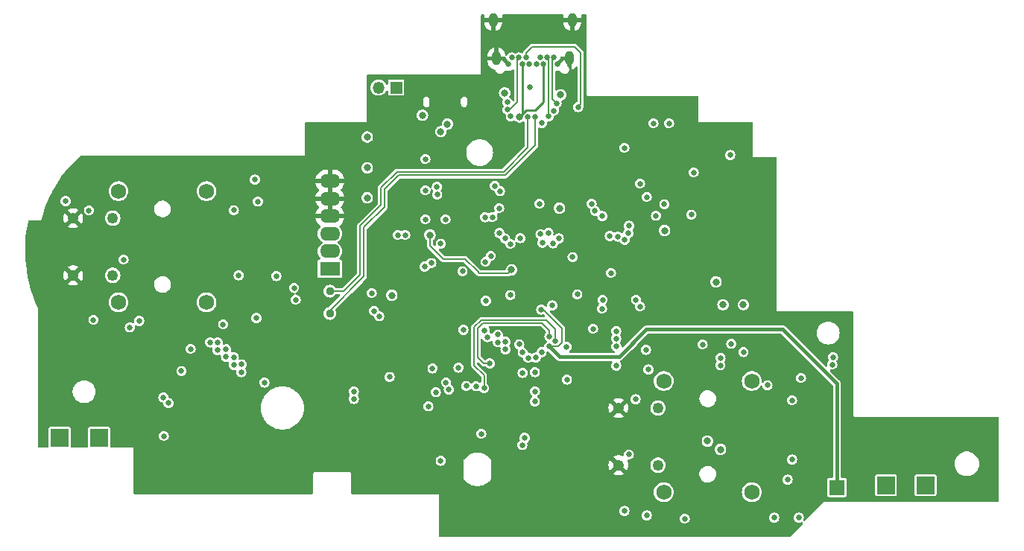
<source format=gbr>
G04 #@! TF.GenerationSoftware,KiCad,Pcbnew,7.0.2*
G04 #@! TF.CreationDate,2023-07-29T11:35:43-07:00*
G04 #@! TF.ProjectId,procon_gcc_main_pcb,70726f63-6f6e-45f6-9763-635f6d61696e,1*
G04 #@! TF.SameCoordinates,Original*
G04 #@! TF.FileFunction,Copper,L2,Inr*
G04 #@! TF.FilePolarity,Positive*
%FSLAX46Y46*%
G04 Gerber Fmt 4.6, Leading zero omitted, Abs format (unit mm)*
G04 Created by KiCad (PCBNEW 7.0.2) date 2023-07-29 11:35:43*
%MOMM*%
%LPD*%
G01*
G04 APERTURE LIST*
G04 #@! TA.AperFunction,ComponentPad*
%ADD10R,1.700000X1.700000*%
G04 #@! TD*
G04 #@! TA.AperFunction,ComponentPad*
%ADD11R,2.300000X1.600000*%
G04 #@! TD*
G04 #@! TA.AperFunction,ComponentPad*
%ADD12O,2.300000X1.600000*%
G04 #@! TD*
G04 #@! TA.AperFunction,ComponentPad*
%ADD13R,2.000000X2.000000*%
G04 #@! TD*
G04 #@! TA.AperFunction,ComponentPad*
%ADD14C,1.750000*%
G04 #@! TD*
G04 #@! TA.AperFunction,ComponentPad*
%ADD15C,1.250000*%
G04 #@! TD*
G04 #@! TA.AperFunction,ComponentPad*
%ADD16R,1.350000X1.350000*%
G04 #@! TD*
G04 #@! TA.AperFunction,ComponentPad*
%ADD17O,1.350000X1.350000*%
G04 #@! TD*
G04 #@! TA.AperFunction,ComponentPad*
%ADD18C,0.650000*%
G04 #@! TD*
G04 #@! TA.AperFunction,ComponentPad*
%ADD19O,1.000000X1.600000*%
G04 #@! TD*
G04 #@! TA.AperFunction,ViaPad*
%ADD20C,0.650000*%
G04 #@! TD*
G04 #@! TA.AperFunction,ViaPad*
%ADD21C,0.800000*%
G04 #@! TD*
G04 #@! TA.AperFunction,ViaPad*
%ADD22C,0.950000*%
G04 #@! TD*
G04 #@! TA.AperFunction,Conductor*
%ADD23C,0.250000*%
G04 #@! TD*
G04 #@! TA.AperFunction,Conductor*
%ADD24C,0.150000*%
G04 #@! TD*
G04 #@! TA.AperFunction,Conductor*
%ADD25C,0.200000*%
G04 #@! TD*
G04 #@! TA.AperFunction,Conductor*
%ADD26C,0.400000*%
G04 #@! TD*
G04 APERTURE END LIST*
D10*
X172983595Y-145804174D03*
D11*
X115400000Y-120950000D03*
D12*
X115400000Y-118950000D03*
X115400000Y-116950000D03*
X115400000Y-114950000D03*
X115400000Y-112950000D03*
X115400000Y-110950000D03*
D13*
X178562000Y-145542000D03*
X84675000Y-140125000D03*
D14*
X153320200Y-133697000D03*
X153320200Y-146347000D03*
X163320200Y-133697000D03*
X163320200Y-146347000D03*
D15*
X152670200Y-136772000D03*
X152670200Y-143272000D03*
X148170200Y-136772000D03*
X148170200Y-143272000D03*
D16*
X122920000Y-100330000D03*
D17*
X120920000Y-100330000D03*
D18*
X135660000Y-97625000D03*
X136060000Y-96925000D03*
X136860000Y-96925000D03*
X137260000Y-97625000D03*
X137660000Y-96925000D03*
X138060000Y-97625000D03*
X138860000Y-97625000D03*
X139260000Y-96925000D03*
X139660000Y-97625000D03*
X140060000Y-96925000D03*
X140860000Y-96925000D03*
X141260000Y-97625000D03*
D19*
X142950000Y-92635000D03*
X142590000Y-97025000D03*
X134330000Y-97025000D03*
X133970000Y-92635000D03*
D14*
X91377000Y-112107600D03*
X91377000Y-124757600D03*
X101377000Y-112107600D03*
X101377000Y-124757600D03*
D15*
X90727000Y-115182600D03*
X90727000Y-121682600D03*
X86227000Y-115182600D03*
X86227000Y-121682600D03*
D13*
X89175000Y-140125000D03*
X183062000Y-145542000D03*
D20*
X93726331Y-126862917D03*
X134620000Y-114046000D03*
X130562373Y-127876914D03*
X168667000Y-149234000D03*
X142970303Y-119602303D03*
X133110093Y-124574727D03*
X88535000Y-126744000D03*
X167905000Y-142630000D03*
X127054837Y-132259660D03*
X151395000Y-148980000D03*
X127985961Y-142771665D03*
X136906432Y-129527645D03*
X152146000Y-104394000D03*
D21*
X119634000Y-112870000D03*
D20*
X120142000Y-123698000D03*
X145288000Y-127762000D03*
D21*
X119634000Y-109456500D03*
D20*
X150125000Y-135772000D03*
D21*
X141478000Y-114046000D03*
X119634000Y-105967500D03*
X122428000Y-123952000D03*
D20*
X105020929Y-121684734D03*
X155702000Y-149352000D03*
X143500453Y-123854037D03*
X88027000Y-114298000D03*
X138675176Y-132700935D03*
X107208063Y-113292025D03*
X96520000Y-139954000D03*
X107037293Y-126541343D03*
X137028008Y-117460000D03*
X167894000Y-135890000D03*
X156718000Y-109982000D03*
X132588000Y-139700000D03*
X142748000Y-100838000D03*
X120904000Y-116586000D03*
X145804133Y-112938500D03*
X133096000Y-100076000D03*
X143221104Y-114944030D03*
D21*
X127107283Y-123666449D03*
D20*
X150114000Y-104140000D03*
X120142000Y-139446000D03*
X106417379Y-120315295D03*
X103267000Y-124712000D03*
X152908000Y-107950000D03*
X132295074Y-125071565D03*
X96251364Y-140759909D03*
X134620000Y-138938000D03*
X165873000Y-145170000D03*
D21*
X175006000Y-141224000D03*
X139700000Y-105918000D03*
D20*
X94658085Y-124431035D03*
X149481155Y-131664147D03*
X163068000Y-117348000D03*
X111760000Y-127508000D03*
X145825146Y-121260797D03*
D21*
X180340000Y-140970000D03*
D20*
X165365000Y-141868000D03*
X143510000Y-128270000D03*
X170942000Y-133350000D03*
X120142000Y-136652000D03*
X102600819Y-120120673D03*
X165558656Y-131908586D03*
X93841951Y-129753459D03*
X125476000Y-122682000D03*
X102616000Y-140462000D03*
D21*
X157480000Y-124714000D03*
D20*
X103395240Y-111997354D03*
X85578500Y-112054911D03*
D21*
X140462000Y-113538000D03*
D20*
X85578500Y-124712000D03*
X147585000Y-145932000D03*
X164857000Y-150758000D03*
X156718000Y-146558000D03*
X151788505Y-121225927D03*
X135988986Y-122489828D03*
X153924000Y-104394000D03*
X96486350Y-135568701D03*
X139192000Y-113538000D03*
X172466000Y-131826000D03*
D21*
X153416000Y-116586000D03*
X159258000Y-122428000D03*
D20*
X159766000Y-131064000D03*
X99568000Y-130048000D03*
X98532731Y-132568731D03*
X172548500Y-130980513D03*
X159750995Y-131913370D03*
X97059568Y-136218201D03*
D21*
X160046410Y-125022965D03*
D20*
X162376218Y-130414500D03*
D21*
X162368205Y-125022965D03*
X135250000Y-100950000D03*
X141600000Y-101150000D03*
D20*
X135889284Y-123917342D03*
X140655008Y-125103788D03*
D21*
X125910445Y-103485736D03*
X136951582Y-103667026D03*
D20*
X148844000Y-107188000D03*
X160871714Y-108012111D03*
X135560000Y-102010000D03*
X141150037Y-102109750D03*
D21*
X127988555Y-105343940D03*
D20*
X127552150Y-111614186D03*
X134112000Y-111506000D03*
X135580464Y-102859256D03*
X140859500Y-102955721D03*
X139490000Y-104340000D03*
X150169000Y-124460000D03*
D22*
X115399875Y-126024784D03*
D20*
X138725000Y-103700000D03*
X150622000Y-111252000D03*
X146370500Y-124460000D03*
X153388660Y-113593849D03*
X145127916Y-113538000D03*
X152443077Y-114896437D03*
X145521157Y-114366463D03*
X146355074Y-114943530D03*
X156457671Y-114790556D03*
X102638667Y-129310618D03*
X132954745Y-127933292D03*
X133288465Y-128714500D03*
X102597604Y-130199504D03*
X103612047Y-130088267D03*
X134468986Y-128424319D03*
X134455541Y-129285586D03*
X103587142Y-130960994D03*
X135349887Y-129239062D03*
X104475631Y-131002427D03*
X135343064Y-130093708D03*
X104464757Y-131861123D03*
X105359559Y-131816120D03*
X137299911Y-130464500D03*
X137922000Y-131064000D03*
X105322545Y-132700957D03*
X150622000Y-125222000D03*
X146304000Y-125476000D03*
X137875497Y-103700000D03*
X151384000Y-112776000D03*
X138110500Y-100325000D03*
D22*
X115393423Y-123482711D03*
D20*
X135952868Y-103627332D03*
X140240000Y-103600000D03*
X134712689Y-112106689D03*
X127585799Y-112489066D03*
X143600000Y-102550000D03*
X130460546Y-121226096D03*
X147320000Y-121412000D03*
X151584478Y-132387522D03*
X165106351Y-134191230D03*
X165873000Y-149234000D03*
X168910000Y-133350000D03*
X135890000Y-118110000D03*
X126238000Y-115316000D03*
X126238000Y-112014000D03*
X135289311Y-117485500D03*
X134671163Y-116886000D03*
X126238000Y-108458000D03*
X151308546Y-130152209D03*
X138773731Y-131031781D03*
X139438596Y-130432281D03*
X157734000Y-129540000D03*
X160988701Y-129462658D03*
X101789256Y-129298146D03*
X111506000Y-124460000D03*
X137515984Y-140168988D03*
D21*
X158289061Y-140543759D03*
D20*
X139405270Y-125570588D03*
X140316540Y-129785101D03*
X137247348Y-140974897D03*
D21*
X159766000Y-141478000D03*
D20*
X167397000Y-144916000D03*
X148855000Y-148472000D03*
X133858000Y-115062000D03*
X149384122Y-116050151D03*
X85375221Y-113236927D03*
X106869300Y-110801928D03*
X127987924Y-118081924D03*
X133008554Y-115071795D03*
X128524000Y-115316000D03*
X91948000Y-119888000D03*
X120396000Y-125730000D03*
X138684000Y-134874000D03*
X147919500Y-128016000D03*
X147198879Y-117213045D03*
X141404177Y-117497313D03*
X132000173Y-134288316D03*
X127432841Y-134967501D03*
X118110000Y-134882500D03*
X92662542Y-127596428D03*
X103267000Y-127252000D03*
X109315105Y-121762452D03*
X104473364Y-114290045D03*
X149352000Y-142063488D03*
X107962872Y-133883745D03*
D21*
X136030294Y-121057593D03*
X126766222Y-117099496D03*
X128751620Y-104486351D03*
D20*
X123102497Y-117094000D03*
X126167632Y-120689085D03*
X133072036Y-120142000D03*
X126910268Y-120276596D03*
X133671536Y-119468777D03*
X123952000Y-117094000D03*
X133548657Y-131702501D03*
X140340984Y-128624884D03*
X148873233Y-117647016D03*
X122174000Y-133233500D03*
X142305553Y-129811740D03*
X130005677Y-132178963D03*
X142311493Y-133531152D03*
X147919500Y-129744441D03*
X140205307Y-116837159D03*
X126573027Y-136571982D03*
X120996689Y-126330689D03*
X139525184Y-117975142D03*
X138671220Y-136025083D03*
X148109237Y-117275581D03*
X130887178Y-134256953D03*
X128906167Y-134655907D03*
X118110000Y-135732003D03*
X147919500Y-128865503D03*
X140747854Y-118036659D03*
X111320153Y-123112063D03*
X139325404Y-117003791D03*
X149293981Y-116894857D03*
X147919500Y-131948063D03*
X137283380Y-132782656D03*
X141035477Y-129161171D03*
X132908956Y-134502055D03*
X128588745Y-133855475D03*
D23*
X137260000Y-103358608D02*
X136951582Y-103667026D01*
X137260000Y-97825000D02*
X137260000Y-103358608D01*
X139660000Y-101965000D02*
X139660000Y-97825000D01*
X136951582Y-103667026D02*
X137668608Y-102950000D01*
X138675000Y-102950000D02*
X139660000Y-101965000D01*
X137668608Y-102950000D02*
X138675000Y-102950000D01*
D24*
X140660000Y-97125000D02*
X140660000Y-101619713D01*
X140660000Y-101619713D02*
X141150037Y-102109750D01*
X140860000Y-96925000D02*
X140660000Y-97125000D01*
X135820744Y-102859256D02*
X135580464Y-102859256D01*
X136860000Y-96925000D02*
X136660000Y-97125000D01*
X136660000Y-97125000D02*
X136660000Y-102020000D01*
X136660000Y-102020000D02*
X135820744Y-102859256D01*
D25*
X138725000Y-106895207D02*
X138725000Y-103700000D01*
X119261645Y-121793103D02*
X119261645Y-120834986D01*
X119251967Y-116228285D02*
X121603708Y-113876544D01*
X121603708Y-113876544D02*
X121603708Y-111919070D01*
X115399875Y-126024784D02*
X115399875Y-125654873D01*
X119251967Y-120825308D02*
X119251967Y-116228285D01*
X115399875Y-125654873D02*
X119261645Y-121793103D01*
X135304410Y-110315797D02*
X138725000Y-106895207D01*
X119261645Y-120834986D02*
X119251967Y-120825308D01*
X123206981Y-110315797D02*
X135304410Y-110315797D01*
X121603708Y-111919070D02*
X123206981Y-110315797D01*
X118843196Y-116048920D02*
X121194936Y-113697180D01*
X121194936Y-111715621D02*
X123002292Y-109908265D01*
X137875497Y-107163942D02*
X137875497Y-103700000D01*
X135131174Y-109908265D02*
X137875497Y-107163942D01*
X123002292Y-109908265D02*
X135131174Y-109908265D01*
X118843196Y-121622218D02*
X118843196Y-116048920D01*
X116982703Y-123482711D02*
X118843196Y-121622218D01*
X121194936Y-113697180D02*
X121194936Y-111715621D01*
X115393423Y-123482711D02*
X116982703Y-123482711D01*
D24*
X140260000Y-103580000D02*
X140240000Y-103600000D01*
X140060000Y-96925000D02*
X140260000Y-97125000D01*
X140260000Y-97125000D02*
X140260000Y-103580000D01*
X137660000Y-96390000D02*
X138350000Y-95700000D01*
X138350000Y-95700000D02*
X143200000Y-95700000D01*
X143900000Y-96400000D02*
X143900000Y-102250000D01*
X143200000Y-95700000D02*
X143900000Y-96400000D01*
X137660000Y-96925000D02*
X137660000Y-96390000D01*
X143900000Y-102250000D02*
X143600000Y-102550000D01*
D26*
X141489422Y-130957983D02*
X148234432Y-130957983D01*
X151355297Y-127837118D02*
X166839688Y-127837118D01*
X148234432Y-130957983D02*
X151355297Y-127837118D01*
X172983595Y-133981025D02*
X172983595Y-145804174D01*
D24*
X139405270Y-125570588D02*
X139639139Y-125570588D01*
X139639139Y-125570588D02*
X141771478Y-127702927D01*
D26*
X166839688Y-127837118D02*
X172983595Y-133981025D01*
D24*
X141771478Y-127702927D02*
X141771478Y-129319377D01*
X141305754Y-129785101D02*
X140316540Y-129785101D01*
D26*
X140316540Y-129785101D02*
X141489422Y-130957983D01*
D24*
X141771478Y-129319377D02*
X141305754Y-129785101D01*
D25*
X126766222Y-118319974D02*
X127838263Y-119392015D01*
X126766222Y-117099496D02*
X126766222Y-118319974D01*
X127838263Y-119392015D02*
X128300065Y-119853817D01*
X132380943Y-121460754D02*
X134432312Y-121460754D01*
X135627133Y-121460754D02*
X136030294Y-121057593D01*
X130774006Y-119853817D02*
X132159413Y-121239224D01*
X128300065Y-119853817D02*
X130394669Y-119853817D01*
X132159413Y-121239224D02*
X132380943Y-121460754D01*
X130394669Y-119853817D02*
X130774006Y-119853817D01*
X134432312Y-121460754D02*
X135627133Y-121460754D01*
D24*
X132201698Y-131014840D02*
X132201698Y-127723472D01*
X133548657Y-131702501D02*
X132889359Y-131702501D01*
X132889359Y-131702501D02*
X132201698Y-131014840D01*
X132800128Y-127125042D02*
X139465406Y-127125042D01*
X139465406Y-127125042D02*
X140340984Y-128000620D01*
X140340984Y-128000620D02*
X140340984Y-128624884D01*
X132201698Y-127723472D02*
X132800128Y-127125042D01*
X131788987Y-131953758D02*
X132908956Y-133073727D01*
X132593773Y-126743284D02*
X131788987Y-127548070D01*
X139970977Y-126743284D02*
X132593773Y-126743284D01*
X141035477Y-127807784D02*
X139970977Y-126743284D01*
X141035477Y-129161171D02*
X141035477Y-127807784D01*
X132908956Y-133073727D02*
X132908956Y-134502055D01*
X131788987Y-127548070D02*
X131788987Y-131953758D01*
G04 #@! TA.AperFunction,Conductor*
G36*
X135313039Y-96794685D02*
G01*
X135358794Y-96847489D01*
X135370000Y-96899000D01*
X135370000Y-96981447D01*
X135506990Y-97118437D01*
X135533870Y-97158664D01*
X135557301Y-97215232D01*
X135557302Y-97215233D01*
X135649549Y-97335451D01*
X135769767Y-97427698D01*
X135769768Y-97427698D01*
X135769769Y-97427699D01*
X135826332Y-97451128D01*
X135866561Y-97478007D01*
X135925872Y-97537317D01*
X135959357Y-97598640D01*
X135954373Y-97668332D01*
X135925872Y-97712680D01*
X135747681Y-97890872D01*
X135686358Y-97924357D01*
X135616667Y-97919373D01*
X135572319Y-97890872D01*
X135352096Y-97670649D01*
X135460000Y-97670649D01*
X135499613Y-97752905D01*
X135570992Y-97809827D01*
X135637468Y-97825000D01*
X135682532Y-97825000D01*
X135749008Y-97809827D01*
X135820387Y-97752905D01*
X135860000Y-97670649D01*
X135860000Y-97579351D01*
X135820387Y-97497095D01*
X135749008Y-97440173D01*
X135682532Y-97425000D01*
X135637468Y-97425000D01*
X135570992Y-97440173D01*
X135499613Y-97497095D01*
X135460000Y-97579351D01*
X135460000Y-97670649D01*
X135352096Y-97670649D01*
X134956447Y-97275000D01*
X134580000Y-97275000D01*
X134580000Y-96775000D01*
X135246000Y-96775000D01*
X135313039Y-96794685D01*
G37*
G04 #@! TD.AperFunction*
G04 #@! TA.AperFunction,Conductor*
G36*
X142340000Y-97275000D02*
G01*
X141963552Y-97275000D01*
X141347681Y-97890872D01*
X141286358Y-97924357D01*
X141216666Y-97919373D01*
X141172319Y-97890872D01*
X141021819Y-97740372D01*
X140988334Y-97679049D01*
X140987431Y-97670649D01*
X141060000Y-97670649D01*
X141099613Y-97752905D01*
X141170992Y-97809827D01*
X141237468Y-97825000D01*
X141282532Y-97825000D01*
X141349008Y-97809827D01*
X141420387Y-97752905D01*
X141460000Y-97670649D01*
X141460000Y-97579351D01*
X141420387Y-97497095D01*
X141349008Y-97440173D01*
X141282532Y-97425000D01*
X141237468Y-97425000D01*
X141170992Y-97440173D01*
X141099613Y-97497095D01*
X141060000Y-97579351D01*
X141060000Y-97670649D01*
X140987431Y-97670649D01*
X140985500Y-97652691D01*
X140985500Y-97597309D01*
X141005185Y-97530270D01*
X141021817Y-97509629D01*
X141053437Y-97478008D01*
X141093662Y-97451130D01*
X141150233Y-97427698D01*
X141270451Y-97335451D01*
X141362698Y-97215233D01*
X141386130Y-97158662D01*
X141413007Y-97118438D01*
X141550000Y-96981446D01*
X141550000Y-96899000D01*
X141569685Y-96831961D01*
X141622489Y-96786206D01*
X141674000Y-96775000D01*
X142340000Y-96775000D01*
X142340000Y-97275000D01*
G37*
G04 #@! TD.AperFunction*
G04 #@! TA.AperFunction,Conductor*
G36*
X115649999Y-114458316D02*
G01*
X115621181Y-114440791D01*
X115475596Y-114400000D01*
X115362378Y-114400000D01*
X115250217Y-114415416D01*
X115150000Y-114458946D01*
X115150000Y-113441683D01*
X115178819Y-113459209D01*
X115324404Y-113500000D01*
X115437622Y-113500000D01*
X115549783Y-113484584D01*
X115650000Y-113441053D01*
X115649999Y-114458316D01*
G37*
G04 #@! TD.AperFunction*
G04 #@! TA.AperFunction,Conductor*
G36*
X115649999Y-112458316D02*
G01*
X115621181Y-112440791D01*
X115475596Y-112400000D01*
X115362378Y-112400000D01*
X115250217Y-112415416D01*
X115150000Y-112458946D01*
X115150000Y-111441683D01*
X115178819Y-111459209D01*
X115324404Y-111500000D01*
X115437622Y-111500000D01*
X115549783Y-111484584D01*
X115650000Y-111441053D01*
X115649999Y-112458316D01*
G37*
G04 #@! TD.AperFunction*
G04 #@! TA.AperFunction,Conductor*
G36*
X132929858Y-92034543D02*
G01*
X132975613Y-92087347D01*
X132985557Y-92156505D01*
X132984281Y-92163819D01*
X132969999Y-92233310D01*
X132970000Y-92384999D01*
X132970000Y-92385000D01*
X133720000Y-92385000D01*
X133720000Y-92885000D01*
X132970000Y-92885000D01*
X132970000Y-92982570D01*
X132970317Y-92988835D01*
X132985419Y-93137339D01*
X133046303Y-93331389D01*
X133145003Y-93509214D01*
X133277479Y-93663531D01*
X133438307Y-93788021D01*
X133620902Y-93877587D01*
X133720000Y-93903244D01*
X133720000Y-92959624D01*
X133734505Y-93032545D01*
X133789760Y-93115240D01*
X133872455Y-93170495D01*
X133970000Y-93189898D01*
X134067545Y-93170495D01*
X134150240Y-93115240D01*
X134205495Y-93032545D01*
X134220000Y-92959624D01*
X134220000Y-93908366D01*
X134221947Y-93908068D01*
X134412663Y-93837436D01*
X134585263Y-93729854D01*
X134732669Y-93589733D01*
X134848855Y-93422805D01*
X134929059Y-93235907D01*
X134970000Y-93036688D01*
X134970000Y-92885000D01*
X134220000Y-92885000D01*
X134220000Y-92385000D01*
X134970000Y-92385000D01*
X134970000Y-92287429D01*
X134969682Y-92281166D01*
X134956486Y-92151404D01*
X134969287Y-92082717D01*
X135017191Y-92031854D01*
X135079850Y-92014858D01*
X141842819Y-92014858D01*
X141909858Y-92034543D01*
X141955613Y-92087347D01*
X141965557Y-92156505D01*
X141964281Y-92163819D01*
X141950000Y-92233310D01*
X141950000Y-92385000D01*
X142700000Y-92385000D01*
X142700000Y-92885000D01*
X141950000Y-92885000D01*
X141950000Y-92982570D01*
X141950317Y-92988835D01*
X141965419Y-93137339D01*
X142026303Y-93331389D01*
X142125003Y-93509214D01*
X142257479Y-93663531D01*
X142418307Y-93788021D01*
X142600902Y-93877587D01*
X142700000Y-93903244D01*
X142700000Y-92959624D01*
X142714505Y-93032545D01*
X142769760Y-93115240D01*
X142852455Y-93170495D01*
X142950000Y-93189898D01*
X143047545Y-93170495D01*
X143130240Y-93115240D01*
X143185495Y-93032545D01*
X143200000Y-92959624D01*
X143200000Y-93908366D01*
X143201947Y-93908068D01*
X143392663Y-93837436D01*
X143565263Y-93729854D01*
X143712669Y-93589733D01*
X143828855Y-93422805D01*
X143909059Y-93235907D01*
X143950000Y-93036688D01*
X143950000Y-92885000D01*
X143200000Y-92885000D01*
X143200000Y-92385000D01*
X143950000Y-92385000D01*
X143950000Y-92287429D01*
X143949682Y-92281166D01*
X143936486Y-92151404D01*
X143949287Y-92082717D01*
X143997191Y-92031854D01*
X144059850Y-92014858D01*
X144431725Y-92014858D01*
X144498764Y-92034543D01*
X144544519Y-92087347D01*
X144555725Y-92138858D01*
X144555725Y-101078220D01*
X144551500Y-101110311D01*
X144550416Y-101114356D01*
X144550416Y-101114357D01*
X144550416Y-101114358D01*
X144555725Y-101134171D01*
X144555725Y-101134172D01*
X144571290Y-101192262D01*
X144628320Y-101249293D01*
X144706225Y-101270167D01*
X144710271Y-101269082D01*
X144742363Y-101264858D01*
X157131725Y-101264858D01*
X157198764Y-101284543D01*
X157244519Y-101337347D01*
X157255725Y-101388858D01*
X157255725Y-104078220D01*
X157251500Y-104110311D01*
X157250416Y-104114356D01*
X157250416Y-104114357D01*
X157255725Y-104134171D01*
X157270620Y-104189764D01*
X157271290Y-104192262D01*
X157328320Y-104249293D01*
X157406225Y-104270167D01*
X157410271Y-104269082D01*
X157442363Y-104264858D01*
X163331725Y-104264858D01*
X163398764Y-104284543D01*
X163444519Y-104337347D01*
X163455725Y-104388858D01*
X163455725Y-108078220D01*
X163451500Y-108110311D01*
X163450416Y-108114356D01*
X163450416Y-108114357D01*
X163450416Y-108114358D01*
X163455725Y-108134171D01*
X163455725Y-108134172D01*
X163471290Y-108192262D01*
X163528320Y-108249293D01*
X163606225Y-108270167D01*
X163610271Y-108269082D01*
X163642363Y-108264858D01*
X166031725Y-108264858D01*
X166098764Y-108284543D01*
X166144519Y-108337347D01*
X166155725Y-108388858D01*
X166155725Y-125578220D01*
X166151500Y-125610311D01*
X166150416Y-125614356D01*
X166150416Y-125614357D01*
X166155725Y-125634171D01*
X166170311Y-125688611D01*
X166171290Y-125692262D01*
X166228320Y-125749293D01*
X166306225Y-125770167D01*
X166310271Y-125769082D01*
X166342363Y-125764858D01*
X174731725Y-125764858D01*
X174798764Y-125784543D01*
X174844519Y-125837347D01*
X174855725Y-125888858D01*
X174855725Y-137578219D01*
X174851500Y-137610310D01*
X174850416Y-137614355D01*
X174850416Y-137614356D01*
X174850416Y-137614357D01*
X174855725Y-137634170D01*
X174855725Y-137634171D01*
X174861421Y-137655431D01*
X174868647Y-137682399D01*
X174871290Y-137692261D01*
X174928320Y-137749292D01*
X175006225Y-137770166D01*
X175010271Y-137769081D01*
X175042363Y-137764857D01*
X191281725Y-137764857D01*
X191348764Y-137784542D01*
X191394519Y-137837346D01*
X191405725Y-137888857D01*
X191405725Y-147339857D01*
X191386040Y-147406896D01*
X191333236Y-147452651D01*
X191281725Y-147463857D01*
X171612134Y-147463857D01*
X171606915Y-147463203D01*
X171555307Y-147463857D01*
X171523216Y-147463857D01*
X171519971Y-147464304D01*
X171513996Y-147464379D01*
X171513993Y-147464380D01*
X171511910Y-147465619D01*
X171480663Y-147478794D01*
X171478324Y-147479420D01*
X171478320Y-147479423D01*
X171474089Y-147483654D01*
X171471506Y-147485663D01*
X171462299Y-147495105D01*
X171462299Y-147495106D01*
X171449137Y-147508605D01*
X171430889Y-147526852D01*
X171412639Y-147545102D01*
X171409460Y-147549298D01*
X169387675Y-149622924D01*
X169326781Y-149657183D01*
X169257031Y-149653081D01*
X169200572Y-149611921D01*
X169175329Y-149546771D01*
X169184329Y-149488909D01*
X169227687Y-149384236D01*
X169247466Y-149234000D01*
X169227687Y-149083764D01*
X169169698Y-148943767D01*
X169077451Y-148823549D01*
X168957233Y-148731302D01*
X168957231Y-148731301D01*
X168817235Y-148673312D01*
X168666999Y-148653533D01*
X168516764Y-148673312D01*
X168376768Y-148731301D01*
X168256549Y-148823549D01*
X168164301Y-148943768D01*
X168106312Y-149083764D01*
X168086533Y-149234000D01*
X168106312Y-149384235D01*
X168149669Y-149488907D01*
X168164302Y-149524233D01*
X168256549Y-149644451D01*
X168376767Y-149736698D01*
X168516763Y-149794687D01*
X168516764Y-149794687D01*
X168666999Y-149814466D01*
X168666999Y-149814465D01*
X168667000Y-149814466D01*
X168817236Y-149794687D01*
X168935727Y-149745605D01*
X169005196Y-149738137D01*
X169067676Y-149769412D01*
X169103328Y-149829501D01*
X169100834Y-149899326D01*
X169071964Y-149946731D01*
X167629267Y-151426421D01*
X167568373Y-151460680D01*
X167540483Y-151463857D01*
X127930726Y-151463857D01*
X127863687Y-151444172D01*
X127817932Y-151391368D01*
X127806726Y-151339857D01*
X127806726Y-148472000D01*
X148274533Y-148472000D01*
X148294312Y-148622235D01*
X148339489Y-148731301D01*
X148352302Y-148762233D01*
X148444549Y-148882451D01*
X148564767Y-148974698D01*
X148704764Y-149032687D01*
X148855000Y-149052466D01*
X149005236Y-149032687D01*
X149132433Y-148980000D01*
X150814533Y-148980000D01*
X150834312Y-149130235D01*
X150892301Y-149270231D01*
X150892302Y-149270233D01*
X150984549Y-149390451D01*
X151104767Y-149482698D01*
X151151936Y-149502236D01*
X151244764Y-149540687D01*
X151394999Y-149560466D01*
X151394999Y-149560465D01*
X151395000Y-149560466D01*
X151545236Y-149540687D01*
X151685233Y-149482698D01*
X151805451Y-149390451D01*
X151834956Y-149352000D01*
X155121533Y-149352000D01*
X155141312Y-149502235D01*
X155186746Y-149611921D01*
X155199302Y-149642233D01*
X155291549Y-149762451D01*
X155411767Y-149854698D01*
X155519508Y-149899326D01*
X155551764Y-149912687D01*
X155701999Y-149932466D01*
X155701999Y-149932465D01*
X155702000Y-149932466D01*
X155852236Y-149912687D01*
X155992233Y-149854698D01*
X156112451Y-149762451D01*
X156204698Y-149642233D01*
X156262687Y-149502236D01*
X156282466Y-149352000D01*
X156266931Y-149234000D01*
X165292533Y-149234000D01*
X165312312Y-149384235D01*
X165355669Y-149488907D01*
X165370302Y-149524233D01*
X165462549Y-149644451D01*
X165582767Y-149736698D01*
X165722764Y-149794687D01*
X165873000Y-149814466D01*
X166023236Y-149794687D01*
X166163233Y-149736698D01*
X166283451Y-149644451D01*
X166375698Y-149524233D01*
X166433687Y-149384236D01*
X166453466Y-149234000D01*
X166433687Y-149083764D01*
X166375698Y-148943767D01*
X166283451Y-148823549D01*
X166163233Y-148731302D01*
X166163231Y-148731301D01*
X166023235Y-148673312D01*
X165873000Y-148653533D01*
X165722764Y-148673312D01*
X165582768Y-148731301D01*
X165462549Y-148823549D01*
X165370301Y-148943768D01*
X165312312Y-149083764D01*
X165292533Y-149234000D01*
X156266931Y-149234000D01*
X156262687Y-149201764D01*
X156204698Y-149061767D01*
X156112451Y-148941549D01*
X155992233Y-148849302D01*
X155992231Y-148849301D01*
X155852235Y-148791312D01*
X155701999Y-148771533D01*
X155551764Y-148791312D01*
X155411768Y-148849301D01*
X155291549Y-148941549D01*
X155199301Y-149061768D01*
X155141312Y-149201764D01*
X155121533Y-149352000D01*
X151834956Y-149352000D01*
X151897698Y-149270233D01*
X151955687Y-149130236D01*
X151975466Y-148980000D01*
X151955687Y-148829764D01*
X151897698Y-148689767D01*
X151805451Y-148569549D01*
X151685233Y-148477302D01*
X151672433Y-148472000D01*
X151545235Y-148419312D01*
X151395000Y-148399533D01*
X151244764Y-148419312D01*
X151104768Y-148477301D01*
X150984549Y-148569549D01*
X150892301Y-148689768D01*
X150834312Y-148829764D01*
X150814533Y-148980000D01*
X149132433Y-148980000D01*
X149145233Y-148974698D01*
X149265451Y-148882451D01*
X149357698Y-148762233D01*
X149415687Y-148622236D01*
X149435466Y-148472000D01*
X149415687Y-148321764D01*
X149357698Y-148181767D01*
X149265451Y-148061549D01*
X149145233Y-147969302D01*
X149145231Y-147969301D01*
X149005235Y-147911312D01*
X148855000Y-147891533D01*
X148704764Y-147911312D01*
X148564768Y-147969301D01*
X148444549Y-148061549D01*
X148352301Y-148181768D01*
X148294312Y-148321764D01*
X148274533Y-148472000D01*
X127806726Y-148472000D01*
X127806726Y-146750495D01*
X127810951Y-146718402D01*
X127812035Y-146714356D01*
X127791161Y-146636453D01*
X127791160Y-146636452D01*
X127734131Y-146579422D01*
X127734129Y-146579421D01*
X127656227Y-146558548D01*
X127656226Y-146558548D01*
X127652179Y-146559632D01*
X127620088Y-146563857D01*
X117930726Y-146563857D01*
X117863687Y-146544172D01*
X117817932Y-146491368D01*
X117806726Y-146439857D01*
X117806726Y-146347000D01*
X152189878Y-146347000D01*
X152209123Y-146554698D01*
X152266205Y-146755319D01*
X152359178Y-146942035D01*
X152484882Y-147108494D01*
X152639026Y-147249014D01*
X152639028Y-147249015D01*
X152639029Y-147249016D01*
X152816372Y-147358823D01*
X153010873Y-147434173D01*
X153215907Y-147472500D01*
X153215909Y-147472500D01*
X153424491Y-147472500D01*
X153424493Y-147472500D01*
X153629527Y-147434173D01*
X153824028Y-147358823D01*
X154001371Y-147249016D01*
X154155518Y-147108493D01*
X154281219Y-146942038D01*
X154281219Y-146942036D01*
X154281221Y-146942035D01*
X154374194Y-146755319D01*
X154431276Y-146554698D01*
X154441917Y-146439857D01*
X154450522Y-146347000D01*
X154450522Y-146346999D01*
X162189878Y-146346999D01*
X162209123Y-146554698D01*
X162266205Y-146755319D01*
X162359178Y-146942035D01*
X162484882Y-147108494D01*
X162639026Y-147249014D01*
X162639028Y-147249015D01*
X162639029Y-147249016D01*
X162816372Y-147358823D01*
X163010873Y-147434173D01*
X163215907Y-147472500D01*
X163215909Y-147472500D01*
X163424491Y-147472500D01*
X163424493Y-147472500D01*
X163629527Y-147434173D01*
X163824028Y-147358823D01*
X164001371Y-147249016D01*
X164155518Y-147108493D01*
X164281219Y-146942038D01*
X164281219Y-146942036D01*
X164281221Y-146942035D01*
X164374194Y-146755319D01*
X164431276Y-146554698D01*
X164441917Y-146439857D01*
X164450522Y-146347000D01*
X164431276Y-146139304D01*
X164431276Y-146139301D01*
X164374194Y-145938680D01*
X164281221Y-145751964D01*
X164155517Y-145585505D01*
X164001373Y-145444985D01*
X163824027Y-145335176D01*
X163629528Y-145259827D01*
X163561182Y-145247051D01*
X163424493Y-145221500D01*
X163215907Y-145221500D01*
X163113389Y-145240663D01*
X163010871Y-145259827D01*
X162816372Y-145335176D01*
X162639026Y-145444985D01*
X162484882Y-145585505D01*
X162359178Y-145751964D01*
X162266205Y-145938680D01*
X162209123Y-146139301D01*
X162189878Y-146346999D01*
X154450522Y-146346999D01*
X154431276Y-146139304D01*
X154431276Y-146139301D01*
X154374194Y-145938680D01*
X154281221Y-145751964D01*
X154155517Y-145585505D01*
X154001373Y-145444985D01*
X153824027Y-145335176D01*
X153629528Y-145259827D01*
X153561182Y-145247051D01*
X153424493Y-145221500D01*
X153215907Y-145221500D01*
X153113390Y-145240663D01*
X153010871Y-145259827D01*
X152816372Y-145335176D01*
X152639026Y-145444985D01*
X152484882Y-145585505D01*
X152359178Y-145751964D01*
X152266205Y-145938680D01*
X152209123Y-146139301D01*
X152189878Y-146347000D01*
X117806726Y-146347000D01*
X117806726Y-144795135D01*
X130601868Y-144795135D01*
X130603385Y-144802829D01*
X130604654Y-144815818D01*
X130608475Y-144830080D01*
X130610354Y-144838170D01*
X130616582Y-144869748D01*
X130621289Y-144877901D01*
X130621290Y-144877902D01*
X130621291Y-144877904D01*
X130635955Y-144892568D01*
X130647514Y-144905904D01*
X130711406Y-144991202D01*
X130888007Y-145171165D01*
X130891236Y-145173683D01*
X130891238Y-145173685D01*
X131069896Y-145313017D01*
X131086831Y-145326224D01*
X131304394Y-145453664D01*
X131536883Y-145551250D01*
X131780226Y-145617274D01*
X132030156Y-145650577D01*
X132034258Y-145650577D01*
X132278194Y-145650577D01*
X132282296Y-145650577D01*
X132532226Y-145617274D01*
X132775569Y-145551250D01*
X133008058Y-145453664D01*
X133225621Y-145326224D01*
X133424445Y-145171165D01*
X133601046Y-144991202D01*
X133664936Y-144905906D01*
X133676495Y-144892568D01*
X133691161Y-144877904D01*
X133691161Y-144877900D01*
X133695868Y-144869749D01*
X133697233Y-144862821D01*
X133697236Y-144862819D01*
X133702106Y-144838117D01*
X133703970Y-144830097D01*
X133706726Y-144819814D01*
X133706726Y-144819807D01*
X133707800Y-144815799D01*
X133709069Y-144802814D01*
X133710583Y-144795136D01*
X133706726Y-144764937D01*
X133706726Y-143271999D01*
X147040380Y-143271999D01*
X147059617Y-143479605D01*
X147116672Y-143680136D01*
X147209606Y-143866771D01*
X147214885Y-143873760D01*
X147725750Y-143362896D01*
X147726527Y-143373265D01*
X147776087Y-143499541D01*
X147860665Y-143605599D01*
X147972747Y-143682016D01*
X148080499Y-143715252D01*
X147571351Y-144224399D01*
X147666595Y-144283372D01*
X147861010Y-144358689D01*
X148065955Y-144397000D01*
X148274445Y-144397000D01*
X148416789Y-144370391D01*
X157366023Y-144370391D01*
X157395296Y-144561474D01*
X157462435Y-144742752D01*
X157564688Y-144906803D01*
X157564689Y-144906804D01*
X157564691Y-144906807D01*
X157647714Y-144994147D01*
X157697878Y-145046920D01*
X157777209Y-145102135D01*
X157856542Y-145157353D01*
X158034188Y-145233587D01*
X158223544Y-145272500D01*
X158223545Y-145272500D01*
X158365264Y-145272500D01*
X158368406Y-145272500D01*
X158512521Y-145257845D01*
X158696968Y-145199974D01*
X158865991Y-145106159D01*
X159012668Y-144980240D01*
X159062394Y-144915999D01*
X166816533Y-144915999D01*
X166836312Y-145066235D01*
X166874055Y-145157353D01*
X166894302Y-145206233D01*
X166986549Y-145326451D01*
X167106767Y-145418698D01*
X167246764Y-145476687D01*
X167397000Y-145496466D01*
X167547236Y-145476687D01*
X167687233Y-145418698D01*
X167807451Y-145326451D01*
X167899698Y-145206233D01*
X167957687Y-145066236D01*
X167977466Y-144916000D01*
X167967219Y-144838170D01*
X167957687Y-144765764D01*
X167948155Y-144742752D01*
X167899698Y-144625767D01*
X167807451Y-144505549D01*
X167687233Y-144413302D01*
X167647725Y-144396937D01*
X167547235Y-144355312D01*
X167397000Y-144335533D01*
X167246764Y-144355312D01*
X167106768Y-144413301D01*
X166986549Y-144505549D01*
X166894301Y-144625768D01*
X166836312Y-144765764D01*
X166816533Y-144915999D01*
X159062394Y-144915999D01*
X159091884Y-144877901D01*
X159130995Y-144827375D01*
X159143043Y-144802814D01*
X159216130Y-144653816D01*
X159264585Y-144466674D01*
X159274376Y-144273610D01*
X159270834Y-144250491D01*
X159245103Y-144082525D01*
X159177964Y-143901247D01*
X159075711Y-143737196D01*
X159075710Y-143737195D01*
X159075709Y-143737193D01*
X158942523Y-143597081D01*
X158942522Y-143597080D01*
X158942521Y-143597079D01*
X158783858Y-143486647D01*
X158606211Y-143410412D01*
X158455767Y-143379496D01*
X158416856Y-143371500D01*
X158271994Y-143371500D01*
X158268883Y-143371816D01*
X158268870Y-143371817D01*
X158127876Y-143386155D01*
X157943432Y-143444026D01*
X157774411Y-143537839D01*
X157774408Y-143537841D01*
X157774409Y-143537841D01*
X157705406Y-143597079D01*
X157627729Y-143663763D01*
X157509404Y-143816624D01*
X157424270Y-143990183D01*
X157375815Y-144177327D01*
X157366023Y-144370391D01*
X148416789Y-144370391D01*
X148479389Y-144358689D01*
X148673806Y-144283372D01*
X148769046Y-144224400D01*
X148769046Y-144224399D01*
X148258432Y-143713784D01*
X148304338Y-143706865D01*
X148426557Y-143648007D01*
X148525998Y-143555740D01*
X148593825Y-143438260D01*
X148611699Y-143359946D01*
X149125513Y-143873760D01*
X149125514Y-143873760D01*
X149130791Y-143866775D01*
X149223727Y-143680136D01*
X149280782Y-143479605D01*
X149300019Y-143272000D01*
X151789878Y-143272000D01*
X151809115Y-143455030D01*
X151865985Y-143630059D01*
X151958004Y-143789440D01*
X152081150Y-143926208D01*
X152230037Y-144034380D01*
X152398168Y-144109237D01*
X152578180Y-144147500D01*
X152578181Y-144147500D01*
X152762220Y-144147500D01*
X152942231Y-144109237D01*
X152942232Y-144109236D01*
X152942234Y-144109236D01*
X153110361Y-144034381D01*
X153259250Y-143926207D01*
X153382395Y-143789440D01*
X153474414Y-143630059D01*
X153531285Y-143455029D01*
X153550522Y-143272000D01*
X153531285Y-143088971D01*
X153482362Y-142938401D01*
X153474414Y-142913940D01*
X153382395Y-142754559D01*
X153270242Y-142630000D01*
X167324533Y-142630000D01*
X167344312Y-142780235D01*
X167378953Y-142863864D01*
X167402302Y-142920233D01*
X167494549Y-143040451D01*
X167614767Y-143132698D01*
X167734072Y-143182116D01*
X167754764Y-143190687D01*
X167904999Y-143210466D01*
X167904999Y-143210465D01*
X167905000Y-143210466D01*
X168055236Y-143190687D01*
X168195233Y-143132698D01*
X168315451Y-143040451D01*
X168407698Y-142920233D01*
X168465687Y-142780236D01*
X168485466Y-142630000D01*
X168465687Y-142479764D01*
X168407698Y-142339767D01*
X168315451Y-142219549D01*
X168195233Y-142127302D01*
X168191530Y-142125768D01*
X168055235Y-142069312D01*
X167904999Y-142049533D01*
X167754764Y-142069312D01*
X167614768Y-142127301D01*
X167494549Y-142219549D01*
X167402301Y-142339768D01*
X167344312Y-142479764D01*
X167324533Y-142630000D01*
X153270242Y-142630000D01*
X153259249Y-142617791D01*
X153110362Y-142509619D01*
X152942231Y-142434762D01*
X152762220Y-142396500D01*
X152762219Y-142396500D01*
X152578181Y-142396500D01*
X152578180Y-142396500D01*
X152398168Y-142434762D01*
X152230037Y-142509619D01*
X152081150Y-142617791D01*
X151958004Y-142754559D01*
X151865985Y-142913940D01*
X151809115Y-143088969D01*
X151789878Y-143272000D01*
X149300019Y-143272000D01*
X149280782Y-143064394D01*
X149223727Y-142863864D01*
X149201430Y-142819086D01*
X149189169Y-142750301D01*
X149216042Y-142685806D01*
X149273517Y-142646078D01*
X149328614Y-142640875D01*
X149352000Y-142643954D01*
X149502236Y-142624175D01*
X149642233Y-142566186D01*
X149762451Y-142473939D01*
X149854698Y-142353721D01*
X149912687Y-142213724D01*
X149932466Y-142063488D01*
X149912687Y-141913252D01*
X149854698Y-141773255D01*
X149762451Y-141653037D01*
X149642233Y-141560790D01*
X149642231Y-141560789D01*
X149502235Y-141502800D01*
X149352000Y-141483021D01*
X149201764Y-141502800D01*
X149061768Y-141560789D01*
X148941549Y-141653037D01*
X148849301Y-141773256D01*
X148791312Y-141913252D01*
X148771533Y-142063488D01*
X148776834Y-142103749D01*
X148766068Y-142172785D01*
X148719688Y-142225040D01*
X148652419Y-142243925D01*
X148609101Y-142235561D01*
X148479389Y-142185310D01*
X148274445Y-142147000D01*
X148065955Y-142147000D01*
X147861005Y-142185311D01*
X147666597Y-142260625D01*
X147571352Y-142319598D01*
X147571351Y-142319599D01*
X148081968Y-142830215D01*
X148036062Y-142837135D01*
X147913843Y-142895993D01*
X147814402Y-142988260D01*
X147746575Y-143105740D01*
X147728700Y-143184052D01*
X147214885Y-142670237D01*
X147214884Y-142670237D01*
X147209608Y-142677223D01*
X147116672Y-142863863D01*
X147059617Y-143064394D01*
X147040380Y-143271999D01*
X133706726Y-143271999D01*
X133706726Y-142735063D01*
X133710583Y-142704864D01*
X133709069Y-142697184D01*
X133707800Y-142684196D01*
X133703980Y-142669939D01*
X133702097Y-142661833D01*
X133697236Y-142637181D01*
X133697234Y-142637179D01*
X133695869Y-142630254D01*
X133691162Y-142622100D01*
X133691161Y-142622096D01*
X133676498Y-142607433D01*
X133664936Y-142594094D01*
X133603520Y-142512101D01*
X133603517Y-142512097D01*
X133601046Y-142508798D01*
X133424445Y-142328835D01*
X133421216Y-142326317D01*
X133421213Y-142326314D01*
X133228859Y-142176301D01*
X133228856Y-142176299D01*
X133225621Y-142173776D01*
X133222077Y-142171700D01*
X133222074Y-142171698D01*
X133018535Y-142052473D01*
X133008058Y-142046336D01*
X132775569Y-141948750D01*
X132719477Y-141933531D01*
X132536193Y-141883802D01*
X132536188Y-141883801D01*
X132532226Y-141882726D01*
X132528165Y-141882184D01*
X132528156Y-141882183D01*
X132286359Y-141849964D01*
X132286353Y-141849963D01*
X132282296Y-141849423D01*
X132030156Y-141849423D01*
X132026099Y-141849963D01*
X132026092Y-141849964D01*
X131784295Y-141882183D01*
X131784283Y-141882185D01*
X131780226Y-141882726D01*
X131776266Y-141883800D01*
X131776258Y-141883802D01*
X131540851Y-141947673D01*
X131540845Y-141947674D01*
X131536883Y-141948750D01*
X131533095Y-141950339D01*
X131533092Y-141950341D01*
X131308181Y-142044746D01*
X131308175Y-142044748D01*
X131304394Y-142046336D01*
X131300855Y-142048408D01*
X131300849Y-142048412D01*
X131090377Y-142171698D01*
X131090367Y-142171704D01*
X131086831Y-142173776D01*
X131083602Y-142176294D01*
X131083592Y-142176301D01*
X130891238Y-142326314D01*
X130891227Y-142326323D01*
X130888007Y-142328835D01*
X130885141Y-142331755D01*
X130885136Y-142331760D01*
X130714298Y-142505850D01*
X130714291Y-142505857D01*
X130711406Y-142508798D01*
X130708935Y-142512097D01*
X130647513Y-142594096D01*
X130635953Y-142607433D01*
X130621291Y-142622095D01*
X130616582Y-142630252D01*
X130610352Y-142661840D01*
X130608474Y-142669927D01*
X130604654Y-142684185D01*
X130603386Y-142697169D01*
X130601868Y-142704866D01*
X130605726Y-142735063D01*
X130605726Y-144764937D01*
X130601868Y-144795135D01*
X117806726Y-144795135D01*
X117806726Y-144250495D01*
X117810951Y-144218402D01*
X117812035Y-144214356D01*
X117799487Y-144167527D01*
X117791161Y-144136453D01*
X117791160Y-144136452D01*
X117791161Y-144136452D01*
X117763945Y-144109237D01*
X117734132Y-144079423D01*
X117734131Y-144079422D01*
X117734128Y-144079421D01*
X117656227Y-144058548D01*
X117656226Y-144058548D01*
X117652179Y-144059632D01*
X117620088Y-144063857D01*
X113692364Y-144063857D01*
X113660272Y-144059632D01*
X113656226Y-144058548D01*
X113656225Y-144058548D01*
X113636411Y-144063857D01*
X113578323Y-144079421D01*
X113521290Y-144136453D01*
X113500417Y-144214355D01*
X113500417Y-144214356D01*
X113500417Y-144214357D01*
X113501501Y-144218402D01*
X113505725Y-144250491D01*
X113505725Y-145345433D01*
X113505726Y-146439857D01*
X113486041Y-146506896D01*
X113433238Y-146552651D01*
X113381726Y-146563857D01*
X93230726Y-146563857D01*
X93163687Y-146544172D01*
X93117932Y-146491368D01*
X93106726Y-146439857D01*
X93106726Y-142771664D01*
X127405494Y-142771664D01*
X127425273Y-142921900D01*
X127452761Y-142988260D01*
X127483263Y-143061898D01*
X127575510Y-143182116D01*
X127695728Y-143274363D01*
X127786671Y-143312033D01*
X127835725Y-143332352D01*
X127985960Y-143352131D01*
X127985960Y-143352130D01*
X127985961Y-143352131D01*
X128136197Y-143332352D01*
X128276194Y-143274363D01*
X128396412Y-143182116D01*
X128488659Y-143061898D01*
X128546648Y-142921901D01*
X128566427Y-142771665D01*
X128557632Y-142704864D01*
X128546648Y-142621429D01*
X128523765Y-142566186D01*
X128488659Y-142481432D01*
X128396412Y-142361214D01*
X128276194Y-142268967D01*
X128256055Y-142260625D01*
X128136196Y-142210977D01*
X127985961Y-142191198D01*
X127835725Y-142210977D01*
X127695729Y-142268966D01*
X127575510Y-142361214D01*
X127483262Y-142481433D01*
X127425273Y-142621429D01*
X127405494Y-142771664D01*
X93106726Y-142771664D01*
X93106726Y-141450495D01*
X93110951Y-141418402D01*
X93112035Y-141414356D01*
X93091161Y-141336453D01*
X93075890Y-141321182D01*
X93034131Y-141279422D01*
X93034128Y-141279421D01*
X92956227Y-141258548D01*
X92956226Y-141258548D01*
X92952179Y-141259632D01*
X92920088Y-141263857D01*
X90549500Y-141263857D01*
X90482461Y-141244172D01*
X90436706Y-141191368D01*
X90425500Y-141139857D01*
X90425500Y-140974896D01*
X136666881Y-140974896D01*
X136686660Y-141125132D01*
X136744123Y-141263857D01*
X136744650Y-141265130D01*
X136836897Y-141385348D01*
X136957115Y-141477595D01*
X137097112Y-141535584D01*
X137247348Y-141555363D01*
X137397584Y-141535584D01*
X137536606Y-141477999D01*
X159110721Y-141477999D01*
X159129763Y-141634818D01*
X159185780Y-141782523D01*
X159275515Y-141912528D01*
X159275516Y-141912529D01*
X159275517Y-141912530D01*
X159393760Y-142017283D01*
X159533635Y-142090696D01*
X159687015Y-142128500D01*
X159844985Y-142128500D01*
X159998365Y-142090696D01*
X160138240Y-142017283D01*
X160256483Y-141912530D01*
X160346220Y-141782523D01*
X160402237Y-141634818D01*
X160421278Y-141478000D01*
X160402237Y-141321182D01*
X160346220Y-141173477D01*
X160301351Y-141108473D01*
X160256484Y-141043471D01*
X160256483Y-141043470D01*
X160138240Y-140938717D01*
X160124994Y-140931764D01*
X159998364Y-140865303D01*
X159844985Y-140827500D01*
X159687015Y-140827500D01*
X159533635Y-140865303D01*
X159393761Y-140938716D01*
X159275515Y-141043471D01*
X159185780Y-141173476D01*
X159129763Y-141321181D01*
X159110721Y-141477999D01*
X137536606Y-141477999D01*
X137537581Y-141477595D01*
X137657799Y-141385348D01*
X137750046Y-141265130D01*
X137808035Y-141125133D01*
X137827814Y-140974897D01*
X137808035Y-140824661D01*
X137795925Y-140795427D01*
X137788457Y-140725959D01*
X137819732Y-140663479D01*
X137835001Y-140649599D01*
X137926435Y-140579439D01*
X137953813Y-140543759D01*
X157633782Y-140543759D01*
X157652824Y-140700577D01*
X157708841Y-140848282D01*
X157798576Y-140978287D01*
X157798577Y-140978288D01*
X157798578Y-140978289D01*
X157916821Y-141083042D01*
X158056696Y-141156455D01*
X158210076Y-141194259D01*
X158368046Y-141194259D01*
X158521426Y-141156455D01*
X158661301Y-141083042D01*
X158779544Y-140978289D01*
X158869281Y-140848282D01*
X158925298Y-140700577D01*
X158944339Y-140543759D01*
X158925298Y-140386941D01*
X158869281Y-140239236D01*
X158824412Y-140174232D01*
X158779545Y-140109230D01*
X158677415Y-140018752D01*
X158661301Y-140004476D01*
X158634160Y-139990231D01*
X158521425Y-139931062D01*
X158368046Y-139893259D01*
X158210076Y-139893259D01*
X158056696Y-139931062D01*
X157916822Y-140004475D01*
X157798576Y-140109230D01*
X157708841Y-140239235D01*
X157652824Y-140386940D01*
X157633782Y-140543759D01*
X137953813Y-140543759D01*
X138018682Y-140459221D01*
X138076671Y-140319224D01*
X138096450Y-140168988D01*
X138088743Y-140110451D01*
X138076671Y-140018752D01*
X138064857Y-139990231D01*
X138018682Y-139878755D01*
X137926435Y-139758537D01*
X137806217Y-139666290D01*
X137806215Y-139666289D01*
X137666219Y-139608300D01*
X137515984Y-139588521D01*
X137365748Y-139608300D01*
X137225752Y-139666289D01*
X137105533Y-139758537D01*
X137013285Y-139878756D01*
X136955296Y-140018752D01*
X136935517Y-140168987D01*
X136955297Y-140319225D01*
X136967405Y-140348457D01*
X136974874Y-140417927D01*
X136943598Y-140480406D01*
X136928331Y-140494284D01*
X136836899Y-140564443D01*
X136744649Y-140684665D01*
X136686660Y-140824661D01*
X136666881Y-140974896D01*
X90425500Y-140974896D01*
X90425500Y-139954000D01*
X95939533Y-139954000D01*
X95959312Y-140104235D01*
X96015232Y-140239235D01*
X96017302Y-140244233D01*
X96109549Y-140364451D01*
X96229767Y-140456698D01*
X96369764Y-140514687D01*
X96520000Y-140534466D01*
X96670236Y-140514687D01*
X96810233Y-140456698D01*
X96930451Y-140364451D01*
X97022698Y-140244233D01*
X97080687Y-140104236D01*
X97100466Y-139954000D01*
X97080687Y-139803764D01*
X97037706Y-139700000D01*
X132007533Y-139700000D01*
X132027312Y-139850235D01*
X132085301Y-139990231D01*
X132085302Y-139990233D01*
X132177549Y-140110451D01*
X132297767Y-140202698D01*
X132437764Y-140260687D01*
X132588000Y-140280466D01*
X132738236Y-140260687D01*
X132878233Y-140202698D01*
X132998451Y-140110451D01*
X133090698Y-139990233D01*
X133148687Y-139850236D01*
X133168466Y-139700000D01*
X133148687Y-139549764D01*
X133090698Y-139409767D01*
X132998451Y-139289549D01*
X132878233Y-139197302D01*
X132878231Y-139197301D01*
X132738235Y-139139312D01*
X132588000Y-139119533D01*
X132437764Y-139139312D01*
X132297768Y-139197301D01*
X132177549Y-139289549D01*
X132085301Y-139409768D01*
X132027312Y-139549764D01*
X132007533Y-139700000D01*
X97037706Y-139700000D01*
X97022698Y-139663767D01*
X96930451Y-139543549D01*
X96810233Y-139451302D01*
X96810231Y-139451301D01*
X96670235Y-139393312D01*
X96520000Y-139373533D01*
X96369764Y-139393312D01*
X96229768Y-139451301D01*
X96109549Y-139543549D01*
X96017301Y-139663768D01*
X95959312Y-139803764D01*
X95939533Y-139954000D01*
X90425500Y-139954000D01*
X90425500Y-139100325D01*
X90410966Y-139027261D01*
X90410966Y-139027260D01*
X90355601Y-138944399D01*
X90272740Y-138889034D01*
X90272739Y-138889033D01*
X90272738Y-138889033D01*
X90199675Y-138874500D01*
X90199674Y-138874500D01*
X88150326Y-138874500D01*
X88150325Y-138874500D01*
X88077261Y-138889033D01*
X87994399Y-138944399D01*
X87939033Y-139027261D01*
X87924500Y-139100325D01*
X87924500Y-141139857D01*
X87904815Y-141206896D01*
X87852011Y-141252651D01*
X87800500Y-141263857D01*
X86049500Y-141263857D01*
X85982461Y-141244172D01*
X85936706Y-141191368D01*
X85925500Y-141139857D01*
X85925500Y-139100325D01*
X85910966Y-139027261D01*
X85910966Y-139027260D01*
X85855601Y-138944399D01*
X85772740Y-138889034D01*
X85772739Y-138889033D01*
X85772738Y-138889033D01*
X85699675Y-138874500D01*
X85699674Y-138874500D01*
X83650326Y-138874500D01*
X83650325Y-138874500D01*
X83577261Y-138889033D01*
X83494399Y-138944399D01*
X83439033Y-139027261D01*
X83424500Y-139100325D01*
X83424500Y-141139857D01*
X83404815Y-141206896D01*
X83352011Y-141252651D01*
X83300500Y-141263857D01*
X82330726Y-141263857D01*
X82263687Y-141244172D01*
X82217932Y-141191368D01*
X82206726Y-141139857D01*
X82206726Y-134914357D01*
X86169531Y-134914357D01*
X86189364Y-135141047D01*
X86248261Y-135360855D01*
X86344432Y-135567093D01*
X86474953Y-135753498D01*
X86635859Y-135914404D01*
X86822264Y-136044925D01*
X86822265Y-136044925D01*
X86822266Y-136044926D01*
X87028504Y-136141097D01*
X87248308Y-136199993D01*
X87399435Y-136213215D01*
X87474999Y-136219826D01*
X87474999Y-136219825D01*
X87475000Y-136219826D01*
X87701692Y-136199993D01*
X87921496Y-136141097D01*
X88127734Y-136044926D01*
X88314139Y-135914405D01*
X88475047Y-135753497D01*
X88604441Y-135568701D01*
X95905883Y-135568701D01*
X95925662Y-135718936D01*
X95967358Y-135819598D01*
X95983652Y-135858934D01*
X96075899Y-135979152D01*
X96196117Y-136071399D01*
X96336114Y-136129388D01*
X96375391Y-136134558D01*
X96439286Y-136162823D01*
X96477758Y-136221147D01*
X96482144Y-136241311D01*
X96489930Y-136300450D01*
X96498881Y-136368437D01*
X96526673Y-136435533D01*
X96555927Y-136506159D01*
X96556870Y-136508434D01*
X96649117Y-136628652D01*
X96769335Y-136720899D01*
X96899946Y-136775000D01*
X96909332Y-136778888D01*
X97059567Y-136798667D01*
X97059567Y-136798666D01*
X97059568Y-136798667D01*
X97209804Y-136778888D01*
X97219190Y-136775000D01*
X107544655Y-136775000D01*
X107564016Y-137082736D01*
X107564743Y-137086548D01*
X107564745Y-137086562D01*
X107619532Y-137373761D01*
X107621794Y-137385619D01*
X107622997Y-137389322D01*
X107622999Y-137389329D01*
X107696115Y-137614355D01*
X107717078Y-137678873D01*
X107718735Y-137682396D01*
X107718737Y-137682399D01*
X107766251Y-137783372D01*
X107848365Y-137957871D01*
X108013584Y-138218216D01*
X108016070Y-138221221D01*
X108119240Y-138345932D01*
X108210131Y-138455799D01*
X108212971Y-138458466D01*
X108212972Y-138458467D01*
X108298668Y-138538941D01*
X108434904Y-138666876D01*
X108684360Y-138848116D01*
X108687767Y-138849989D01*
X108814186Y-138919489D01*
X108954565Y-138996663D01*
X109241257Y-139110172D01*
X109539914Y-139186854D01*
X109845828Y-139225500D01*
X109849723Y-139225500D01*
X110150277Y-139225500D01*
X110154172Y-139225500D01*
X110460086Y-139186854D01*
X110758743Y-139110172D01*
X111045435Y-138996663D01*
X111315640Y-138848116D01*
X111565096Y-138666876D01*
X111789869Y-138455799D01*
X111986416Y-138218216D01*
X112151635Y-137957871D01*
X112282922Y-137678873D01*
X112378206Y-137385619D01*
X112435984Y-137082736D01*
X112455345Y-136775000D01*
X112442572Y-136571981D01*
X125992560Y-136571981D01*
X126012339Y-136722217D01*
X126035816Y-136778894D01*
X126070329Y-136862215D01*
X126162576Y-136982433D01*
X126282794Y-137074680D01*
X126422791Y-137132669D01*
X126573027Y-137152448D01*
X126723263Y-137132669D01*
X126863260Y-137074680D01*
X126983478Y-136982433D01*
X127075725Y-136862215D01*
X127113093Y-136772000D01*
X147040380Y-136772000D01*
X147059617Y-136979605D01*
X147116672Y-137180136D01*
X147209606Y-137366771D01*
X147214885Y-137373760D01*
X147725750Y-136862896D01*
X147726527Y-136873265D01*
X147776087Y-136999541D01*
X147860665Y-137105599D01*
X147972747Y-137182016D01*
X148080499Y-137215252D01*
X147571351Y-137724399D01*
X147666595Y-137783372D01*
X147861010Y-137858689D01*
X148065955Y-137897000D01*
X148274445Y-137897000D01*
X148479389Y-137858689D01*
X148673806Y-137783372D01*
X148769046Y-137724400D01*
X148769046Y-137724399D01*
X148258432Y-137213784D01*
X148304338Y-137206865D01*
X148426557Y-137148007D01*
X148525998Y-137055740D01*
X148593825Y-136938260D01*
X148611699Y-136859947D01*
X149125513Y-137373761D01*
X149125514Y-137373760D01*
X149130791Y-137366775D01*
X149223727Y-137180136D01*
X149280782Y-136979605D01*
X149300019Y-136772000D01*
X151789878Y-136772000D01*
X151809115Y-136955030D01*
X151865985Y-137130059D01*
X151958004Y-137289440D01*
X152081150Y-137426208D01*
X152230037Y-137534380D01*
X152398168Y-137609237D01*
X152578180Y-137647500D01*
X152578181Y-137647500D01*
X152762220Y-137647500D01*
X152942231Y-137609237D01*
X152942232Y-137609236D01*
X152942234Y-137609236D01*
X153110361Y-137534381D01*
X153207429Y-137463857D01*
X153259249Y-137426208D01*
X153382395Y-137289440D01*
X153474414Y-137130059D01*
X153475878Y-137125553D01*
X153531285Y-136955029D01*
X153550522Y-136772000D01*
X153531285Y-136588971D01*
X153474414Y-136413941D01*
X153474414Y-136413940D01*
X153382395Y-136254559D01*
X153259249Y-136117791D01*
X153110362Y-136009619D01*
X152942231Y-135934762D01*
X152762220Y-135896500D01*
X152762219Y-135896500D01*
X152578181Y-135896500D01*
X152578180Y-135896500D01*
X152398168Y-135934762D01*
X152230037Y-136009619D01*
X152081150Y-136117791D01*
X151958004Y-136254559D01*
X151865985Y-136413940D01*
X151809115Y-136588969D01*
X151789878Y-136772000D01*
X149300019Y-136772000D01*
X149300019Y-136771999D01*
X149280782Y-136564394D01*
X149223727Y-136363863D01*
X149130792Y-136177226D01*
X149125513Y-136170238D01*
X148614649Y-136681101D01*
X148613873Y-136670735D01*
X148564313Y-136544459D01*
X148479735Y-136438401D01*
X148367653Y-136361984D01*
X148259899Y-136328746D01*
X148769047Y-135819599D01*
X148692173Y-135772000D01*
X149544533Y-135772000D01*
X149564312Y-135922235D01*
X149622301Y-136062231D01*
X149622302Y-136062233D01*
X149714549Y-136182451D01*
X149834767Y-136274698D01*
X149974764Y-136332687D01*
X150125000Y-136352466D01*
X150275236Y-136332687D01*
X150415233Y-136274698D01*
X150535451Y-136182451D01*
X150627698Y-136062233D01*
X150685687Y-135922236D01*
X150705466Y-135772000D01*
X150705254Y-135770391D01*
X157366023Y-135770391D01*
X157395296Y-135961474D01*
X157462435Y-136142752D01*
X157564688Y-136306803D01*
X157564689Y-136306804D01*
X157564691Y-136306807D01*
X157687054Y-136435533D01*
X157697878Y-136446920D01*
X157748725Y-136482310D01*
X157856542Y-136557353D01*
X158034188Y-136633587D01*
X158223544Y-136672500D01*
X158223545Y-136672500D01*
X158365264Y-136672500D01*
X158368406Y-136672500D01*
X158512521Y-136657845D01*
X158696968Y-136599974D01*
X158865991Y-136506159D01*
X159012668Y-136380240D01*
X159109952Y-136254560D01*
X159130995Y-136227375D01*
X159135496Y-136218200D01*
X159216130Y-136053816D01*
X159258545Y-135890000D01*
X167313533Y-135890000D01*
X167333312Y-136040235D01*
X167390055Y-136177223D01*
X167391302Y-136180233D01*
X167483549Y-136300451D01*
X167603767Y-136392698D01*
X167743764Y-136450687D01*
X167894000Y-136470466D01*
X168044236Y-136450687D01*
X168184233Y-136392698D01*
X168304451Y-136300451D01*
X168396698Y-136180233D01*
X168454687Y-136040236D01*
X168474466Y-135890000D01*
X168454687Y-135739764D01*
X168396698Y-135599767D01*
X168304451Y-135479549D01*
X168184233Y-135387302D01*
X168173215Y-135382738D01*
X168044235Y-135329312D01*
X167894000Y-135309533D01*
X167743764Y-135329312D01*
X167603768Y-135387301D01*
X167483549Y-135479549D01*
X167391301Y-135599768D01*
X167333312Y-135739764D01*
X167313533Y-135890000D01*
X159258545Y-135890000D01*
X159264585Y-135866674D01*
X159274376Y-135673610D01*
X159272008Y-135658154D01*
X159245103Y-135482525D01*
X159177964Y-135301247D01*
X159075711Y-135137196D01*
X159075710Y-135137195D01*
X159075709Y-135137193D01*
X158942523Y-134997081D01*
X158942522Y-134997080D01*
X158942521Y-134997079D01*
X158783858Y-134886647D01*
X158606211Y-134810412D01*
X158455767Y-134779496D01*
X158416856Y-134771500D01*
X158271994Y-134771500D01*
X158268883Y-134771816D01*
X158268870Y-134771817D01*
X158127876Y-134786155D01*
X157943432Y-134844026D01*
X157774411Y-134937839D01*
X157774408Y-134937841D01*
X157774409Y-134937841D01*
X157663871Y-135032736D01*
X157627729Y-135063763D01*
X157509404Y-135216624D01*
X157424270Y-135390183D01*
X157410913Y-135441770D01*
X157384033Y-135545589D01*
X157375815Y-135577327D01*
X157366023Y-135770391D01*
X150705254Y-135770391D01*
X150703968Y-135760625D01*
X150685687Y-135621764D01*
X150672050Y-135588842D01*
X150627698Y-135481767D01*
X150535451Y-135361549D01*
X150415233Y-135269302D01*
X150387301Y-135257732D01*
X150275235Y-135211312D01*
X150125000Y-135191533D01*
X149974764Y-135211312D01*
X149834768Y-135269301D01*
X149714549Y-135361549D01*
X149622301Y-135481768D01*
X149564312Y-135621764D01*
X149544533Y-135772000D01*
X148692173Y-135772000D01*
X148673805Y-135760627D01*
X148479389Y-135685310D01*
X148274445Y-135647000D01*
X148065955Y-135647000D01*
X147861005Y-135685311D01*
X147666597Y-135760625D01*
X147571352Y-135819598D01*
X147571351Y-135819599D01*
X148081967Y-136330215D01*
X148036062Y-136337135D01*
X147913843Y-136395993D01*
X147814402Y-136488260D01*
X147746575Y-136605740D01*
X147728700Y-136684052D01*
X147214885Y-136170237D01*
X147214884Y-136170237D01*
X147209608Y-136177223D01*
X147116672Y-136363863D01*
X147059617Y-136564394D01*
X147040380Y-136772000D01*
X127113093Y-136772000D01*
X127133714Y-136722218D01*
X127153493Y-136571982D01*
X127145126Y-136508432D01*
X127133714Y-136421746D01*
X127133713Y-136421745D01*
X127075725Y-136281749D01*
X126983478Y-136161531D01*
X126863260Y-136069284D01*
X126860076Y-136067965D01*
X126756549Y-136025082D01*
X138090753Y-136025082D01*
X138110532Y-136175318D01*
X138164996Y-136306803D01*
X138168522Y-136315316D01*
X138260769Y-136435534D01*
X138380987Y-136527781D01*
X138452380Y-136557353D01*
X138520984Y-136585770D01*
X138671219Y-136605549D01*
X138671219Y-136605548D01*
X138671220Y-136605549D01*
X138821456Y-136585770D01*
X138961453Y-136527781D01*
X139081671Y-136435534D01*
X139173918Y-136315316D01*
X139231907Y-136175319D01*
X139251686Y-136025083D01*
X139231907Y-135874847D01*
X139173918Y-135734850D01*
X139081671Y-135614632D01*
X139001115Y-135552819D01*
X138959914Y-135496392D01*
X138955759Y-135426646D01*
X138989972Y-135365725D01*
X139001106Y-135356077D01*
X139094451Y-135284451D01*
X139186698Y-135164233D01*
X139244687Y-135024236D01*
X139264466Y-134874000D01*
X139263477Y-134866491D01*
X139244687Y-134723764D01*
X139225428Y-134677269D01*
X139186698Y-134583767D01*
X139094451Y-134463549D01*
X138974233Y-134371302D01*
X138974231Y-134371301D01*
X138834235Y-134313312D01*
X138683999Y-134293533D01*
X138533764Y-134313312D01*
X138393768Y-134371301D01*
X138273549Y-134463549D01*
X138181301Y-134583768D01*
X138123312Y-134723764D01*
X138103533Y-134873999D01*
X138123312Y-135024235D01*
X138170103Y-135137196D01*
X138181302Y-135164233D01*
X138261924Y-135269301D01*
X138273550Y-135284452D01*
X138354102Y-135346262D01*
X138395305Y-135402690D01*
X138399460Y-135472436D01*
X138365248Y-135533356D01*
X138354103Y-135543014D01*
X138260769Y-135614632D01*
X138168521Y-135734851D01*
X138110532Y-135874847D01*
X138090753Y-136025082D01*
X126756549Y-136025082D01*
X126723262Y-136011294D01*
X126573027Y-135991515D01*
X126422791Y-136011294D01*
X126282795Y-136069283D01*
X126162576Y-136161531D01*
X126070328Y-136281750D01*
X126012339Y-136421746D01*
X125992560Y-136571981D01*
X112442572Y-136571981D01*
X112435984Y-136467264D01*
X112378206Y-136164381D01*
X112282922Y-135871127D01*
X112217454Y-135732002D01*
X117529533Y-135732002D01*
X117549312Y-135882238D01*
X117602770Y-136011295D01*
X117607302Y-136022236D01*
X117699549Y-136142454D01*
X117819767Y-136234701D01*
X117959764Y-136292690D01*
X118110000Y-136312469D01*
X118260236Y-136292690D01*
X118400233Y-136234701D01*
X118520451Y-136142454D01*
X118612698Y-136022236D01*
X118670687Y-135882239D01*
X118690466Y-135732003D01*
X118670687Y-135581767D01*
X118612698Y-135441770D01*
X118579468Y-135398464D01*
X118567401Y-135382738D01*
X118542206Y-135317569D01*
X118556244Y-135249124D01*
X118567393Y-135231774D01*
X118612698Y-135172733D01*
X118670687Y-135032736D01*
X118679276Y-134967500D01*
X126852374Y-134967500D01*
X126872153Y-135117736D01*
X126930142Y-135257732D01*
X126930143Y-135257734D01*
X127022390Y-135377952D01*
X127142608Y-135470199D01*
X127282605Y-135528188D01*
X127432841Y-135547967D01*
X127583077Y-135528188D01*
X127723074Y-135470199D01*
X127843292Y-135377952D01*
X127935539Y-135257734D01*
X127993528Y-135117737D01*
X128013307Y-134967501D01*
X127993528Y-134817265D01*
X127935539Y-134677268D01*
X127843292Y-134557050D01*
X127723074Y-134464803D01*
X127707843Y-134458494D01*
X127583076Y-134406813D01*
X127432841Y-134387034D01*
X127282605Y-134406813D01*
X127142609Y-134464802D01*
X127022390Y-134557050D01*
X126930142Y-134677269D01*
X126872153Y-134817265D01*
X126852374Y-134967500D01*
X118679276Y-134967500D01*
X118690466Y-134882500D01*
X118670687Y-134732264D01*
X118612698Y-134592267D01*
X118520451Y-134472049D01*
X118400233Y-134379802D01*
X118400231Y-134379801D01*
X118260235Y-134321812D01*
X118110000Y-134302033D01*
X117959764Y-134321812D01*
X117819768Y-134379801D01*
X117699549Y-134472049D01*
X117607301Y-134592268D01*
X117549312Y-134732264D01*
X117529533Y-134882500D01*
X117549312Y-135032735D01*
X117607302Y-135172733D01*
X117652598Y-135231764D01*
X117677793Y-135296933D01*
X117663755Y-135365378D01*
X117652599Y-135382737D01*
X117607302Y-135441769D01*
X117549312Y-135581767D01*
X117529533Y-135732002D01*
X112217454Y-135732002D01*
X112151635Y-135592129D01*
X111986416Y-135331784D01*
X111789869Y-135094201D01*
X111760219Y-135066358D01*
X111596381Y-134912503D01*
X111565096Y-134883124D01*
X111552536Y-134873999D01*
X111381329Y-134749610D01*
X111315640Y-134701884D01*
X111312237Y-134700013D01*
X111312232Y-134700010D01*
X111048852Y-134555215D01*
X111048845Y-134555211D01*
X111045435Y-134553337D01*
X111041809Y-134551901D01*
X111041804Y-134551899D01*
X110762365Y-134441262D01*
X110762364Y-134441261D01*
X110758743Y-134439828D01*
X110754973Y-134438860D01*
X110754970Y-134438859D01*
X110463869Y-134364117D01*
X110463864Y-134364116D01*
X110460086Y-134363146D01*
X110456215Y-134362657D01*
X110456210Y-134362656D01*
X110158037Y-134324988D01*
X110158032Y-134324987D01*
X110154172Y-134324500D01*
X109845828Y-134324500D01*
X109841968Y-134324987D01*
X109841962Y-134324988D01*
X109543789Y-134362656D01*
X109543781Y-134362657D01*
X109539914Y-134363146D01*
X109536138Y-134364115D01*
X109536130Y-134364117D01*
X109245029Y-134438859D01*
X109245021Y-134438861D01*
X109241257Y-134439828D01*
X109237640Y-134441259D01*
X109237634Y-134441262D01*
X108958195Y-134551899D01*
X108958184Y-134551903D01*
X108954565Y-134553337D01*
X108951160Y-134555208D01*
X108951147Y-134555215D01*
X108687767Y-134700010D01*
X108687755Y-134700017D01*
X108684360Y-134701884D01*
X108681216Y-134704167D01*
X108681210Y-134704172D01*
X108438060Y-134880830D01*
X108438049Y-134880838D01*
X108434904Y-134883124D01*
X108432069Y-134885785D01*
X108432062Y-134885792D01*
X108212972Y-135091532D01*
X108212963Y-135091541D01*
X108210131Y-135094201D01*
X108207652Y-135097196D01*
X108207644Y-135097206D01*
X108016070Y-135328778D01*
X108016064Y-135328785D01*
X108013584Y-135331784D01*
X108011500Y-135335066D01*
X108011494Y-135335076D01*
X107850450Y-135588842D01*
X107850443Y-135588853D01*
X107848365Y-135592129D01*
X107846711Y-135595643D01*
X107846706Y-135595653D01*
X107718737Y-135867600D01*
X107718733Y-135867609D01*
X107717078Y-135871127D01*
X107715876Y-135874823D01*
X107715874Y-135874831D01*
X107622999Y-136160670D01*
X107622996Y-136160681D01*
X107621794Y-136164381D01*
X107621065Y-136168201D01*
X107621063Y-136168210D01*
X107564745Y-136463437D01*
X107564742Y-136463453D01*
X107564016Y-136467264D01*
X107544655Y-136775000D01*
X97219190Y-136775000D01*
X97349801Y-136720899D01*
X97470019Y-136628652D01*
X97562266Y-136508434D01*
X97620255Y-136368437D01*
X97640034Y-136218201D01*
X97635327Y-136182451D01*
X97620255Y-136067965D01*
X97608769Y-136040235D01*
X97562266Y-135927968D01*
X97470019Y-135807750D01*
X97349801Y-135715503D01*
X97209804Y-135657514D01*
X97170525Y-135652342D01*
X97106630Y-135624076D01*
X97068159Y-135565752D01*
X97063773Y-135545589D01*
X97063434Y-135543014D01*
X97047037Y-135418465D01*
X96989048Y-135278468D01*
X96896801Y-135158250D01*
X96776583Y-135066003D01*
X96776581Y-135066002D01*
X96636585Y-135008013D01*
X96486350Y-134988234D01*
X96336114Y-135008013D01*
X96196118Y-135066002D01*
X96075899Y-135158250D01*
X95983651Y-135278469D01*
X95925662Y-135418465D01*
X95905883Y-135568701D01*
X88604441Y-135568701D01*
X88605568Y-135567092D01*
X88701739Y-135360854D01*
X88760635Y-135141050D01*
X88780468Y-134914358D01*
X88760635Y-134687666D01*
X88701739Y-134467862D01*
X88605568Y-134261624D01*
X88602298Y-134256953D01*
X88475046Y-134075217D01*
X88314140Y-133914311D01*
X88270485Y-133883744D01*
X107382405Y-133883744D01*
X107402184Y-134033980D01*
X107431734Y-134105319D01*
X107460174Y-134173978D01*
X107552421Y-134294196D01*
X107672639Y-134386443D01*
X107778041Y-134430102D01*
X107812636Y-134444432D01*
X107962871Y-134464211D01*
X107962871Y-134464210D01*
X107962872Y-134464211D01*
X108113108Y-134444432D01*
X108253105Y-134386443D01*
X108373323Y-134294196D01*
X108465570Y-134173978D01*
X108523559Y-134033981D01*
X108543338Y-133883745D01*
X108539616Y-133855474D01*
X128008278Y-133855474D01*
X128028057Y-134005710D01*
X128086046Y-134145706D01*
X128086047Y-134145708D01*
X128178294Y-134265926D01*
X128290231Y-134351819D01*
X128305026Y-134363171D01*
X128346229Y-134419599D01*
X128350384Y-134489345D01*
X128345700Y-134503995D01*
X128325700Y-134655907D01*
X128345479Y-134806142D01*
X128400031Y-134937841D01*
X128403469Y-134946140D01*
X128495716Y-135066358D01*
X128615934Y-135158605D01*
X128755931Y-135216594D01*
X128906167Y-135236373D01*
X129056403Y-135216594D01*
X129196400Y-135158605D01*
X129316618Y-135066358D01*
X129408865Y-134946140D01*
X129466854Y-134806143D01*
X129486633Y-134655907D01*
X129466854Y-134505671D01*
X129408865Y-134365674D01*
X129325440Y-134256953D01*
X130306711Y-134256953D01*
X130326490Y-134407188D01*
X130367284Y-134505671D01*
X130384480Y-134547186D01*
X130476727Y-134667404D01*
X130596945Y-134759651D01*
X130709184Y-134806142D01*
X130736942Y-134817640D01*
X130887177Y-134837419D01*
X130887177Y-134837418D01*
X130887178Y-134837419D01*
X131037414Y-134817640D01*
X131177411Y-134759651D01*
X131297629Y-134667404D01*
X131333267Y-134620959D01*
X131389693Y-134579757D01*
X131459439Y-134575602D01*
X131520359Y-134609813D01*
X131530013Y-134620954D01*
X131589722Y-134698767D01*
X131709940Y-134791014D01*
X131849937Y-134849003D01*
X132000173Y-134868782D01*
X132150409Y-134849003D01*
X132289670Y-134791318D01*
X132359137Y-134783850D01*
X132421616Y-134815125D01*
X132435496Y-134830393D01*
X132498502Y-134912503D01*
X132498503Y-134912504D01*
X132498505Y-134912506D01*
X132618723Y-135004753D01*
X132686280Y-135032736D01*
X132758720Y-135062742D01*
X132908955Y-135082521D01*
X132908955Y-135082520D01*
X132908956Y-135082521D01*
X133059192Y-135062742D01*
X133199189Y-135004753D01*
X133319407Y-134912506D01*
X133411654Y-134792288D01*
X133469643Y-134652291D01*
X133489422Y-134502055D01*
X133469643Y-134351819D01*
X133411654Y-134211822D01*
X133319407Y-134091604D01*
X133319405Y-134091602D01*
X133319404Y-134091601D01*
X133282969Y-134063643D01*
X133241767Y-134007215D01*
X133234456Y-133965268D01*
X133234456Y-133531151D01*
X141731026Y-133531151D01*
X141750805Y-133681387D01*
X141797529Y-133794187D01*
X141808795Y-133821385D01*
X141901042Y-133941603D01*
X142021260Y-134033850D01*
X142121128Y-134075217D01*
X142161257Y-134091839D01*
X142311492Y-134111618D01*
X142311492Y-134111617D01*
X142311493Y-134111618D01*
X142461729Y-134091839D01*
X142601726Y-134033850D01*
X142721944Y-133941603D01*
X142814191Y-133821385D01*
X142865713Y-133697000D01*
X152189878Y-133697000D01*
X152209123Y-133904698D01*
X152266205Y-134105319D01*
X152359178Y-134292035D01*
X152484882Y-134458494D01*
X152639026Y-134599014D01*
X152639028Y-134599015D01*
X152639029Y-134599016D01*
X152816372Y-134708823D01*
X153010873Y-134784173D01*
X153215907Y-134822500D01*
X153215909Y-134822500D01*
X153424491Y-134822500D01*
X153424493Y-134822500D01*
X153629527Y-134784173D01*
X153824028Y-134708823D01*
X154001371Y-134599016D01*
X154155518Y-134458493D01*
X154281219Y-134292038D01*
X154281219Y-134292036D01*
X154281221Y-134292035D01*
X154374194Y-134105319D01*
X154431276Y-133904698D01*
X154435364Y-133860582D01*
X154450522Y-133697000D01*
X162189878Y-133697000D01*
X162209123Y-133904698D01*
X162266205Y-134105319D01*
X162359178Y-134292035D01*
X162484882Y-134458494D01*
X162639026Y-134599014D01*
X162639028Y-134599015D01*
X162639029Y-134599016D01*
X162816372Y-134708823D01*
X163010873Y-134784173D01*
X163215907Y-134822500D01*
X163215909Y-134822500D01*
X163424491Y-134822500D01*
X163424493Y-134822500D01*
X163629527Y-134784173D01*
X163824028Y-134708823D01*
X164001371Y-134599016D01*
X164155518Y-134458493D01*
X164281219Y-134292038D01*
X164304269Y-134245746D01*
X164351771Y-134194511D01*
X164419434Y-134177089D01*
X164485774Y-134199014D01*
X164529730Y-134253325D01*
X164538208Y-134284833D01*
X164545664Y-134341466D01*
X164568410Y-134396379D01*
X164599753Y-134472049D01*
X164603653Y-134481463D01*
X164695900Y-134601681D01*
X164816118Y-134693928D01*
X164908669Y-134732264D01*
X164956115Y-134751917D01*
X165106350Y-134771696D01*
X165106350Y-134771695D01*
X165106351Y-134771696D01*
X165256587Y-134751917D01*
X165396584Y-134693928D01*
X165516802Y-134601681D01*
X165609049Y-134481463D01*
X165667038Y-134341466D01*
X165686817Y-134191230D01*
X165667038Y-134040994D01*
X165609049Y-133900997D01*
X165516802Y-133780779D01*
X165396584Y-133688532D01*
X165379335Y-133681387D01*
X165256586Y-133630542D01*
X165106351Y-133610763D01*
X164956115Y-133630542D01*
X164816119Y-133688531D01*
X164781961Y-133714742D01*
X164716919Y-133764651D01*
X164695899Y-133780780D01*
X164669467Y-133815226D01*
X164613038Y-133856428D01*
X164543292Y-133860582D01*
X164482372Y-133826368D01*
X164449620Y-133764651D01*
X164447621Y-133728302D01*
X164450522Y-133697000D01*
X164431276Y-133489304D01*
X164431276Y-133489301D01*
X164391641Y-133349999D01*
X168329533Y-133349999D01*
X168349312Y-133500235D01*
X168376240Y-133565243D01*
X168407302Y-133640233D01*
X168499549Y-133760451D01*
X168619767Y-133852698D01*
X168759764Y-133910687D01*
X168910000Y-133930466D01*
X169060236Y-133910687D01*
X169200233Y-133852698D01*
X169320451Y-133760451D01*
X169412698Y-133640233D01*
X169470687Y-133500236D01*
X169490466Y-133350000D01*
X169470687Y-133199764D01*
X169412698Y-133059767D01*
X169320451Y-132939549D01*
X169200233Y-132847302D01*
X169182909Y-132840126D01*
X169060235Y-132789312D01*
X168910000Y-132769533D01*
X168759764Y-132789312D01*
X168619768Y-132847301D01*
X168499549Y-132939549D01*
X168407301Y-133059768D01*
X168349312Y-133199764D01*
X168329533Y-133349999D01*
X164391641Y-133349999D01*
X164374194Y-133288680D01*
X164281221Y-133101964D01*
X164155517Y-132935505D01*
X164001373Y-132794985D01*
X163824027Y-132685176D01*
X163629528Y-132609827D01*
X163561182Y-132597051D01*
X163424493Y-132571500D01*
X163215907Y-132571500D01*
X163120080Y-132589413D01*
X163010871Y-132609827D01*
X162816372Y-132685176D01*
X162639026Y-132794985D01*
X162484882Y-132935505D01*
X162359178Y-133101964D01*
X162266205Y-133288680D01*
X162209123Y-133489301D01*
X162189878Y-133697000D01*
X154450522Y-133697000D01*
X154431276Y-133489304D01*
X154431276Y-133489301D01*
X154374194Y-133288680D01*
X154281221Y-133101964D01*
X154155517Y-132935505D01*
X154001373Y-132794985D01*
X153824027Y-132685176D01*
X153629528Y-132609827D01*
X153561182Y-132597051D01*
X153424493Y-132571500D01*
X153215907Y-132571500D01*
X153120080Y-132589413D01*
X153010871Y-132609827D01*
X152816372Y-132685176D01*
X152639026Y-132794985D01*
X152484882Y-132935505D01*
X152359178Y-133101964D01*
X152266205Y-133288680D01*
X152209123Y-133489301D01*
X152189878Y-133697000D01*
X142865713Y-133697000D01*
X142872180Y-133681388D01*
X142891959Y-133531152D01*
X142872180Y-133380916D01*
X142814191Y-133240919D01*
X142721944Y-133120701D01*
X142601726Y-133028454D01*
X142601724Y-133028453D01*
X142461728Y-132970464D01*
X142311492Y-132950685D01*
X142161257Y-132970464D01*
X142021261Y-133028453D01*
X141901042Y-133120701D01*
X141808794Y-133240920D01*
X141750805Y-133380916D01*
X141731026Y-133531151D01*
X133234456Y-133531151D01*
X133234456Y-133093342D01*
X133234928Y-133082534D01*
X133238219Y-133044921D01*
X133233807Y-133028454D01*
X133228439Y-133008424D01*
X133226100Y-132997867D01*
X133224923Y-132991190D01*
X133219544Y-132960682D01*
X133219543Y-132960681D01*
X133219356Y-132959618D01*
X133209129Y-132934928D01*
X133208510Y-132934044D01*
X133208510Y-132934043D01*
X133186834Y-132903087D01*
X133181041Y-132893993D01*
X133162150Y-132861272D01*
X133159399Y-132858964D01*
X133133217Y-132836994D01*
X133125242Y-132829686D01*
X133078212Y-132782656D01*
X136702913Y-132782656D01*
X136722692Y-132932891D01*
X136775247Y-133059768D01*
X136780682Y-133072889D01*
X136872929Y-133193107D01*
X136993147Y-133285354D01*
X137133144Y-133343343D01*
X137283380Y-133363122D01*
X137433616Y-133343343D01*
X137573613Y-133285354D01*
X137693831Y-133193107D01*
X137786078Y-133072889D01*
X137844067Y-132932892D01*
X137861718Y-132798815D01*
X137882533Y-132751761D01*
X137881157Y-132750900D01*
X137872172Y-132731828D01*
X138076020Y-132731828D01*
X138077397Y-132732690D01*
X138107176Y-132795895D01*
X138107596Y-132798816D01*
X138114489Y-132851171D01*
X138172478Y-132991168D01*
X138264725Y-133111386D01*
X138384943Y-133203633D01*
X138524940Y-133261622D01*
X138675176Y-133281401D01*
X138825412Y-133261622D01*
X138965409Y-133203633D01*
X139085627Y-133111386D01*
X139177874Y-132991168D01*
X139235863Y-132851171D01*
X139255642Y-132700935D01*
X139235863Y-132550699D01*
X139177874Y-132410702D01*
X139085627Y-132290484D01*
X138965409Y-132198237D01*
X138955115Y-132193973D01*
X138825411Y-132140247D01*
X138675175Y-132120468D01*
X138524940Y-132140247D01*
X138384944Y-132198236D01*
X138264725Y-132290484D01*
X138172477Y-132410703D01*
X138114489Y-132550699D01*
X138096837Y-132684774D01*
X138076020Y-132731828D01*
X137872172Y-132731828D01*
X137851379Y-132687694D01*
X137850964Y-132684807D01*
X137844067Y-132632420D01*
X137786078Y-132492423D01*
X137693831Y-132372205D01*
X137573613Y-132279958D01*
X137570091Y-132278499D01*
X137433615Y-132221968D01*
X137283379Y-132202189D01*
X137133144Y-132221968D01*
X136993148Y-132279957D01*
X136872929Y-132372205D01*
X136780681Y-132492424D01*
X136722692Y-132632420D01*
X136702913Y-132782656D01*
X133078212Y-132782656D01*
X132150806Y-131855250D01*
X132117321Y-131793927D01*
X132114487Y-131767569D01*
X132114487Y-131687317D01*
X132134172Y-131620278D01*
X132186976Y-131574523D01*
X132256134Y-131564579D01*
X132319690Y-131593604D01*
X132326168Y-131599636D01*
X132645309Y-131918777D01*
X132652617Y-131926751D01*
X132676904Y-131955695D01*
X132700688Y-131969427D01*
X132709615Y-131974581D01*
X132718738Y-131980393D01*
X132750560Y-132002675D01*
X132775250Y-132012901D01*
X132776312Y-132013088D01*
X132776314Y-132013089D01*
X132813520Y-132019648D01*
X132824035Y-132021979D01*
X132860553Y-132031765D01*
X132898183Y-132028472D01*
X132908990Y-132028001D01*
X133011870Y-132028001D01*
X133078909Y-132047686D01*
X133110245Y-132076514D01*
X133138203Y-132112949D01*
X133138204Y-132112950D01*
X133138206Y-132112952D01*
X133258424Y-132205199D01*
X133338322Y-132238294D01*
X133398421Y-132263188D01*
X133548656Y-132282967D01*
X133548656Y-132282966D01*
X133548657Y-132282967D01*
X133698893Y-132263188D01*
X133838890Y-132205199D01*
X133959108Y-132112952D01*
X134051355Y-131992734D01*
X134109344Y-131852737D01*
X134129123Y-131702501D01*
X134109344Y-131552265D01*
X134051355Y-131412268D01*
X133959108Y-131292050D01*
X133838890Y-131199803D01*
X133838888Y-131199802D01*
X133698892Y-131141813D01*
X133548656Y-131122034D01*
X133398421Y-131141813D01*
X133258425Y-131199802D01*
X133228131Y-131223048D01*
X133138333Y-131291953D01*
X133138205Y-131292051D01*
X133137892Y-131292459D01*
X133133379Y-131295753D01*
X133125255Y-131301988D01*
X133125106Y-131301794D01*
X133081463Y-131333661D01*
X133011717Y-131337815D01*
X132951836Y-131304652D01*
X132563517Y-130916333D01*
X132530032Y-130855010D01*
X132527198Y-130828652D01*
X132527198Y-129003882D01*
X132546883Y-128936843D01*
X132599687Y-128891088D01*
X132668845Y-128881144D01*
X132732401Y-128910169D01*
X132765759Y-128956430D01*
X132785765Y-129004730D01*
X132785766Y-129004732D01*
X132785767Y-129004733D01*
X132878014Y-129124951D01*
X132998232Y-129217198D01*
X133079965Y-129251053D01*
X133138229Y-129275187D01*
X133288464Y-129294966D01*
X133288464Y-129294965D01*
X133288465Y-129294966D01*
X133438701Y-129275187D01*
X133578698Y-129217198D01*
X133680893Y-129138780D01*
X133746063Y-129113585D01*
X133814508Y-129127623D01*
X133864498Y-129176437D01*
X133880162Y-129244528D01*
X133879320Y-129253340D01*
X133875074Y-129285585D01*
X133894853Y-129435821D01*
X133952842Y-129575817D01*
X133952843Y-129575819D01*
X134045090Y-129696037D01*
X134165308Y-129788284D01*
X134305305Y-129846273D01*
X134455541Y-129866052D01*
X134605777Y-129846273D01*
X134607668Y-129845489D01*
X134677133Y-129838017D01*
X134739614Y-129869288D01*
X134775270Y-129929374D01*
X134778063Y-129976233D01*
X134762597Y-130093707D01*
X134782376Y-130243943D01*
X134835597Y-130372427D01*
X134840366Y-130383941D01*
X134932613Y-130504159D01*
X135052831Y-130596406D01*
X135192828Y-130654395D01*
X135343064Y-130674174D01*
X135493300Y-130654395D01*
X135633297Y-130596406D01*
X135753515Y-130504159D01*
X135845762Y-130383941D01*
X135903751Y-130243944D01*
X135923530Y-130093708D01*
X135921602Y-130079067D01*
X135903751Y-129943472D01*
X135897998Y-129929583D01*
X135845762Y-129803475D01*
X135801901Y-129746315D01*
X135776708Y-129681150D01*
X135790746Y-129612705D01*
X135801896Y-129595353D01*
X135852585Y-129529295D01*
X135910574Y-129389298D01*
X135930353Y-129239062D01*
X135910574Y-129088826D01*
X135852585Y-128948829D01*
X135760338Y-128828611D01*
X135640120Y-128736364D01*
X135640118Y-128736363D01*
X135500122Y-128678374D01*
X135349886Y-128658595D01*
X135183465Y-128680506D01*
X135183247Y-128678854D01*
X135134360Y-128684107D01*
X135071883Y-128652828D01*
X135036235Y-128592737D01*
X135033446Y-128545893D01*
X135037351Y-128516238D01*
X135049452Y-128424319D01*
X135039509Y-128348798D01*
X135029673Y-128274083D01*
X134998438Y-128198676D01*
X134971684Y-128134086D01*
X134879437Y-128013868D01*
X134759219Y-127921621D01*
X134736562Y-127912236D01*
X134619221Y-127863631D01*
X134468985Y-127843852D01*
X134318750Y-127863631D01*
X134178754Y-127921620D01*
X134058535Y-128013868D01*
X133966287Y-128134087D01*
X133909025Y-128272330D01*
X133865184Y-128326733D01*
X133798890Y-128348798D01*
X133731190Y-128331519D01*
X133708697Y-128311554D01*
X133628478Y-128250000D01*
X133578698Y-128211802D01*
X133578696Y-128211801D01*
X133565746Y-128201864D01*
X133568191Y-128198676D01*
X133536185Y-128172879D01*
X133514126Y-128106583D01*
X133515108Y-128085982D01*
X133515430Y-128083531D01*
X133515432Y-128083528D01*
X133535211Y-127933292D01*
X133533674Y-127921621D01*
X133515432Y-127783056D01*
X133451196Y-127627977D01*
X133453842Y-127626880D01*
X133437597Y-127584857D01*
X133451636Y-127516413D01*
X133500451Y-127466424D01*
X133561167Y-127450542D01*
X139279218Y-127450542D01*
X139346257Y-127470227D01*
X139366899Y-127486861D01*
X139924815Y-128044777D01*
X139958300Y-128106100D01*
X139953316Y-128175792D01*
X139935510Y-128207944D01*
X139838286Y-128334650D01*
X139780296Y-128474648D01*
X139760517Y-128624883D01*
X139780296Y-128775119D01*
X139824648Y-128882192D01*
X139838286Y-128915117D01*
X139922562Y-129024947D01*
X139930535Y-129035337D01*
X140011206Y-129097239D01*
X140052408Y-129153667D01*
X140056563Y-129223413D01*
X140022350Y-129284333D01*
X140011206Y-129293989D01*
X139906091Y-129374647D01*
X139813841Y-129494869D01*
X139755853Y-129634865D01*
X139738557Y-129766236D01*
X139710290Y-129830132D01*
X139651965Y-129868603D01*
X139599433Y-129872989D01*
X139438596Y-129851814D01*
X139288360Y-129871593D01*
X139148364Y-129929582D01*
X139028145Y-130021830D01*
X138935897Y-130142049D01*
X138877909Y-130282045D01*
X138869487Y-130346010D01*
X138841219Y-130409906D01*
X138782894Y-130448377D01*
X138762734Y-130452762D01*
X138623495Y-130471094D01*
X138483497Y-130529083D01*
X138402357Y-130591344D01*
X138337188Y-130616538D01*
X138268743Y-130602500D01*
X138251385Y-130591344D01*
X138212233Y-130561302D01*
X138186633Y-130550698D01*
X138072236Y-130503313D01*
X138045013Y-130499729D01*
X137976526Y-130490712D01*
X137912630Y-130462445D01*
X137874159Y-130404120D01*
X137869773Y-130383958D01*
X137869771Y-130383941D01*
X137860598Y-130314264D01*
X137802609Y-130174267D01*
X137710362Y-130054049D01*
X137590144Y-129961802D01*
X137590142Y-129961801D01*
X137499315Y-129924179D01*
X137444912Y-129880338D01*
X137422847Y-129814044D01*
X137432207Y-129762165D01*
X137467119Y-129677881D01*
X137486898Y-129527645D01*
X137467119Y-129377409D01*
X137409130Y-129237412D01*
X137316883Y-129117194D01*
X137196665Y-129024947D01*
X137185654Y-129020386D01*
X137056667Y-128966957D01*
X136906432Y-128947178D01*
X136756196Y-128966957D01*
X136616200Y-129024946D01*
X136495981Y-129117194D01*
X136403733Y-129237413D01*
X136345744Y-129377409D01*
X136325965Y-129527645D01*
X136345744Y-129677880D01*
X136402146Y-129814044D01*
X136403734Y-129817878D01*
X136495981Y-129938096D01*
X136616199Y-130030343D01*
X136616200Y-130030343D01*
X136616201Y-130030344D01*
X136707026Y-130067965D01*
X136761430Y-130111806D01*
X136783495Y-130178100D01*
X136774136Y-130229978D01*
X136739223Y-130314265D01*
X136719444Y-130464500D01*
X136739223Y-130614735D01*
X136783867Y-130722514D01*
X136797213Y-130754733D01*
X136889460Y-130874951D01*
X137009678Y-130967198D01*
X137149675Y-131025187D01*
X137245383Y-131037787D01*
X137309280Y-131066053D01*
X137347751Y-131124378D01*
X137352137Y-131144540D01*
X137355629Y-131171064D01*
X137361313Y-131214236D01*
X137395079Y-131295753D01*
X137406846Y-131324163D01*
X137419302Y-131354233D01*
X137511549Y-131474451D01*
X137631767Y-131566698D01*
X137771764Y-131624687D01*
X137922000Y-131644466D01*
X138072236Y-131624687D01*
X138212233Y-131566698D01*
X138293373Y-131504436D01*
X138358541Y-131479242D01*
X138426986Y-131493280D01*
X138444342Y-131504433D01*
X138483498Y-131534479D01*
X138623494Y-131592467D01*
X138623495Y-131592468D01*
X138773730Y-131612247D01*
X138773730Y-131612246D01*
X138773731Y-131612247D01*
X138923967Y-131592468D01*
X139063964Y-131534479D01*
X139184182Y-131442232D01*
X139276429Y-131322014D01*
X139334418Y-131182017D01*
X139342839Y-131118052D01*
X139371105Y-131054156D01*
X139429430Y-131015685D01*
X139449590Y-131011299D01*
X139588832Y-130992968D01*
X139728829Y-130934979D01*
X139849047Y-130842732D01*
X139941294Y-130722514D01*
X139999283Y-130582517D01*
X140016578Y-130451144D01*
X140044844Y-130387249D01*
X140103169Y-130348778D01*
X140155701Y-130344392D01*
X140166303Y-130345787D01*
X140166304Y-130345788D01*
X140209582Y-130351485D01*
X140273479Y-130379751D01*
X140281079Y-130386743D01*
X141148052Y-131253716D01*
X141157318Y-131264084D01*
X141179543Y-131291953D01*
X141180580Y-131292660D01*
X141226786Y-131324163D01*
X141230563Y-131326843D01*
X141275766Y-131360205D01*
X141281395Y-131364359D01*
X141285990Y-131366678D01*
X141291747Y-131368453D01*
X141291749Y-131368455D01*
X141316773Y-131376173D01*
X141346402Y-131385313D01*
X141350793Y-131386757D01*
X141404723Y-131405629D01*
X141404725Y-131405629D01*
X141410412Y-131407619D01*
X141415493Y-131408483D01*
X141421520Y-131408483D01*
X141478668Y-131408483D01*
X141483305Y-131408569D01*
X141540432Y-131410708D01*
X141540432Y-131410707D01*
X141546448Y-131410933D01*
X141565060Y-131408483D01*
X147356686Y-131408483D01*
X147423725Y-131428168D01*
X147469480Y-131480972D01*
X147479424Y-131550130D01*
X147455061Y-131607970D01*
X147416802Y-131657829D01*
X147358812Y-131797827D01*
X147339033Y-131948062D01*
X147358812Y-132098298D01*
X147416801Y-132238294D01*
X147416802Y-132238296D01*
X147509049Y-132358514D01*
X147629267Y-132450761D01*
X147729850Y-132492424D01*
X147769264Y-132508750D01*
X147919499Y-132528529D01*
X147919499Y-132528528D01*
X147919500Y-132528529D01*
X148069736Y-132508750D01*
X148209733Y-132450761D01*
X148292147Y-132387522D01*
X151004011Y-132387522D01*
X151023790Y-132537757D01*
X151079733Y-132672813D01*
X151081780Y-132677755D01*
X151174027Y-132797973D01*
X151294245Y-132890220D01*
X151433952Y-132948089D01*
X151434242Y-132948209D01*
X151584477Y-132967988D01*
X151584477Y-132967987D01*
X151584478Y-132967988D01*
X151734714Y-132948209D01*
X151874711Y-132890220D01*
X151994929Y-132797973D01*
X152087176Y-132677755D01*
X152145165Y-132537758D01*
X152164944Y-132387522D01*
X152162927Y-132372205D01*
X152145165Y-132237286D01*
X152127224Y-132193973D01*
X152087176Y-132097289D01*
X151994929Y-131977071D01*
X151911913Y-131913370D01*
X159170528Y-131913370D01*
X159190307Y-132063605D01*
X159244308Y-132193973D01*
X159248297Y-132203603D01*
X159340544Y-132323821D01*
X159460762Y-132416068D01*
X159522375Y-132441589D01*
X159600759Y-132474057D01*
X159750994Y-132493836D01*
X159750994Y-132493835D01*
X159750995Y-132493836D01*
X159901231Y-132474057D01*
X160041228Y-132416068D01*
X160161446Y-132323821D01*
X160253693Y-132203603D01*
X160311682Y-132063606D01*
X160331461Y-131913370D01*
X160311682Y-131763134D01*
X160253693Y-131623137D01*
X160215948Y-131573947D01*
X160190755Y-131508780D01*
X160204793Y-131440335D01*
X160215950Y-131422975D01*
X160225363Y-131410708D01*
X160268698Y-131354233D01*
X160326687Y-131214236D01*
X160346466Y-131064000D01*
X160338185Y-131001103D01*
X160326687Y-130913764D01*
X160268698Y-130773768D01*
X160268698Y-130773767D01*
X160176451Y-130653549D01*
X160056233Y-130561302D01*
X160030259Y-130550543D01*
X159916235Y-130503312D01*
X159766000Y-130483533D01*
X159615764Y-130503312D01*
X159475768Y-130561301D01*
X159355549Y-130653549D01*
X159263301Y-130773768D01*
X159205312Y-130913764D01*
X159185533Y-131063999D01*
X159205312Y-131214235D01*
X159263302Y-131354233D01*
X159301045Y-131403421D01*
X159326239Y-131468590D01*
X159312201Y-131537035D01*
X159301045Y-131554393D01*
X159248297Y-131623136D01*
X159190307Y-131763134D01*
X159170528Y-131913370D01*
X151911913Y-131913370D01*
X151874711Y-131884824D01*
X151874709Y-131884823D01*
X151734713Y-131826834D01*
X151584478Y-131807055D01*
X151434242Y-131826834D01*
X151294246Y-131884823D01*
X151174027Y-131977071D01*
X151081779Y-132097290D01*
X151023790Y-132237286D01*
X151004011Y-132387522D01*
X148292147Y-132387522D01*
X148329951Y-132358514D01*
X148422198Y-132238296D01*
X148480187Y-132098299D01*
X148499966Y-131948063D01*
X148480187Y-131797827D01*
X148422198Y-131657830D01*
X148353525Y-131568334D01*
X148328332Y-131503167D01*
X148342370Y-131434722D01*
X148391184Y-131384732D01*
X148393919Y-131383240D01*
X148435477Y-131361275D01*
X148439568Y-131359210D01*
X148491074Y-131334408D01*
X148491076Y-131334405D01*
X148496510Y-131331789D01*
X148500703Y-131328814D01*
X148504965Y-131324551D01*
X148504970Y-131324549D01*
X148545433Y-131284084D01*
X148548691Y-131280945D01*
X148590626Y-131242038D01*
X148590627Y-131242036D01*
X148595045Y-131237937D01*
X148606465Y-131223052D01*
X149677309Y-130152208D01*
X150728079Y-130152208D01*
X150747858Y-130302444D01*
X150796480Y-130419826D01*
X150805848Y-130442442D01*
X150898095Y-130562660D01*
X151018313Y-130654907D01*
X151158310Y-130712896D01*
X151308546Y-130732675D01*
X151458782Y-130712896D01*
X151598779Y-130654907D01*
X151718997Y-130562660D01*
X151811244Y-130442442D01*
X151822818Y-130414499D01*
X161795751Y-130414499D01*
X161815530Y-130564735D01*
X161873519Y-130704731D01*
X161873520Y-130704733D01*
X161965767Y-130824951D01*
X162085985Y-130917198D01*
X162206695Y-130967198D01*
X162225982Y-130975187D01*
X162376217Y-130994966D01*
X162376217Y-130994965D01*
X162376218Y-130994966D01*
X162526454Y-130975187D01*
X162666451Y-130917198D01*
X162786669Y-130824951D01*
X162878916Y-130704733D01*
X162936905Y-130564736D01*
X162956684Y-130414500D01*
X162955317Y-130404120D01*
X162936905Y-130264264D01*
X162919477Y-130222190D01*
X162878916Y-130124267D01*
X162786669Y-130004049D01*
X162666451Y-129911802D01*
X162660341Y-129909271D01*
X162526453Y-129853812D01*
X162376217Y-129834033D01*
X162225982Y-129853812D01*
X162085986Y-129911801D01*
X161965767Y-130004049D01*
X161873519Y-130124268D01*
X161815530Y-130264264D01*
X161795751Y-130414499D01*
X151822818Y-130414499D01*
X151869233Y-130302445D01*
X151889012Y-130152209D01*
X151887674Y-130142049D01*
X151869233Y-130001973D01*
X151854066Y-129965356D01*
X151811244Y-129861976D01*
X151718997Y-129741758D01*
X151598779Y-129649511D01*
X151598777Y-129649510D01*
X151458781Y-129591521D01*
X151308546Y-129571742D01*
X151158310Y-129591521D01*
X151018314Y-129649510D01*
X150898095Y-129741758D01*
X150805847Y-129861977D01*
X150747858Y-130001973D01*
X150728079Y-130152208D01*
X149677309Y-130152208D01*
X150289517Y-129540000D01*
X157153533Y-129540000D01*
X157173312Y-129690235D01*
X157226184Y-129817878D01*
X157231302Y-129830233D01*
X157323549Y-129950451D01*
X157443767Y-130042698D01*
X157583764Y-130100687D01*
X157734000Y-130120466D01*
X157884236Y-130100687D01*
X158024233Y-130042698D01*
X158144451Y-129950451D01*
X158236698Y-129830233D01*
X158294687Y-129690236D01*
X158314466Y-129540000D01*
X158304284Y-129462657D01*
X160408234Y-129462657D01*
X160428013Y-129612893D01*
X160482503Y-129744441D01*
X160486003Y-129752891D01*
X160578250Y-129873109D01*
X160698468Y-129965356D01*
X160838465Y-130023345D01*
X160988700Y-130043124D01*
X160988700Y-130043123D01*
X160988701Y-130043124D01*
X161138937Y-130023345D01*
X161278934Y-129965356D01*
X161399152Y-129873109D01*
X161491399Y-129752891D01*
X161549388Y-129612894D01*
X161569167Y-129462658D01*
X161568929Y-129460854D01*
X161549388Y-129312422D01*
X161523968Y-129251053D01*
X161491399Y-129172425D01*
X161399152Y-129052207D01*
X161278934Y-128959960D01*
X161277906Y-128959534D01*
X161138936Y-128901970D01*
X160988701Y-128882191D01*
X160838465Y-128901970D01*
X160698469Y-128959959D01*
X160578250Y-129052207D01*
X160486002Y-129172426D01*
X160428013Y-129312422D01*
X160408234Y-129462657D01*
X158304284Y-129462657D01*
X158294687Y-129389764D01*
X158236698Y-129249767D01*
X158144451Y-129129549D01*
X158024233Y-129037302D01*
X158024231Y-129037301D01*
X157884235Y-128979312D01*
X157734000Y-128959533D01*
X157583764Y-128979312D01*
X157443768Y-129037301D01*
X157323549Y-129129549D01*
X157231301Y-129249768D01*
X157173312Y-129389764D01*
X157153533Y-129540000D01*
X150289517Y-129540000D01*
X151505581Y-128323937D01*
X151566904Y-128290452D01*
X151593262Y-128287618D01*
X166601722Y-128287618D01*
X166668761Y-128307303D01*
X166689403Y-128323937D01*
X172496776Y-134131309D01*
X172530261Y-134192632D01*
X172533095Y-134218990D01*
X172533095Y-144579674D01*
X172513410Y-144646713D01*
X172460606Y-144692468D01*
X172409095Y-144703674D01*
X172108920Y-144703674D01*
X172035856Y-144718207D01*
X171952994Y-144773573D01*
X171897628Y-144856435D01*
X171883095Y-144929499D01*
X171883095Y-146678848D01*
X171897628Y-146751912D01*
X171897628Y-146751913D01*
X171897629Y-146751914D01*
X171952994Y-146834775D01*
X172035855Y-146890140D01*
X172072387Y-146897406D01*
X172108920Y-146904674D01*
X172108921Y-146904674D01*
X173858270Y-146904674D01*
X173882624Y-146899829D01*
X173931335Y-146890140D01*
X174014196Y-146834775D01*
X174069561Y-146751914D01*
X174084095Y-146678848D01*
X174084095Y-146566674D01*
X177311500Y-146566674D01*
X177326033Y-146639738D01*
X177326033Y-146639739D01*
X177326034Y-146639740D01*
X177381399Y-146722601D01*
X177464260Y-146777966D01*
X177500792Y-146785233D01*
X177537325Y-146792500D01*
X177537326Y-146792500D01*
X179586675Y-146792500D01*
X179611029Y-146787655D01*
X179659740Y-146777966D01*
X179742601Y-146722601D01*
X179797966Y-146639740D01*
X179812500Y-146566674D01*
X181811500Y-146566674D01*
X181826033Y-146639738D01*
X181826033Y-146639739D01*
X181826034Y-146639740D01*
X181881399Y-146722601D01*
X181964260Y-146777966D01*
X182000792Y-146785233D01*
X182037325Y-146792500D01*
X182037326Y-146792500D01*
X184086675Y-146792500D01*
X184111029Y-146787655D01*
X184159740Y-146777966D01*
X184242601Y-146722601D01*
X184297966Y-146639740D01*
X184312500Y-146566674D01*
X184312500Y-144517326D01*
X184310157Y-144505549D01*
X184303543Y-144472297D01*
X184297966Y-144444260D01*
X184242601Y-144361399D01*
X184159740Y-144306034D01*
X184159739Y-144306033D01*
X184159738Y-144306033D01*
X184086675Y-144291500D01*
X184086674Y-144291500D01*
X182037326Y-144291500D01*
X182037325Y-144291500D01*
X181964261Y-144306033D01*
X181881399Y-144361399D01*
X181826033Y-144444261D01*
X181811500Y-144517325D01*
X181811500Y-146566674D01*
X179812500Y-146566674D01*
X179812500Y-144517326D01*
X179810157Y-144505549D01*
X179803543Y-144472297D01*
X179797966Y-144444260D01*
X179742601Y-144361399D01*
X179659740Y-144306034D01*
X179659739Y-144306033D01*
X179659738Y-144306033D01*
X179586675Y-144291500D01*
X179586674Y-144291500D01*
X177537326Y-144291500D01*
X177537325Y-144291500D01*
X177464261Y-144306033D01*
X177381399Y-144361399D01*
X177326033Y-144444261D01*
X177311500Y-144517325D01*
X177311500Y-146566674D01*
X174084095Y-146566674D01*
X174084095Y-144929500D01*
X174081409Y-144915999D01*
X174073831Y-144877901D01*
X174069561Y-144856434D01*
X174014196Y-144773573D01*
X173931335Y-144718208D01*
X173931334Y-144718207D01*
X173931333Y-144718207D01*
X173858270Y-144703674D01*
X173858269Y-144703674D01*
X173558095Y-144703674D01*
X173491056Y-144683989D01*
X173445301Y-144631185D01*
X173434095Y-144579674D01*
X173434095Y-143109999D01*
X186344699Y-143109999D01*
X186363865Y-143341299D01*
X186363865Y-143341301D01*
X186363866Y-143341305D01*
X186420843Y-143566300D01*
X186514076Y-143778849D01*
X186641021Y-143973153D01*
X186798216Y-144143913D01*
X186981374Y-144286470D01*
X187185497Y-144396936D01*
X187233167Y-144413301D01*
X187405015Y-144472297D01*
X187405017Y-144472297D01*
X187405019Y-144472298D01*
X187633951Y-144510500D01*
X187633952Y-144510500D01*
X187866048Y-144510500D01*
X187866049Y-144510500D01*
X188094981Y-144472298D01*
X188314503Y-144396936D01*
X188518626Y-144286470D01*
X188701784Y-144143913D01*
X188858979Y-143973153D01*
X188985924Y-143778849D01*
X189079157Y-143566300D01*
X189136134Y-143341305D01*
X189155300Y-143110000D01*
X189136134Y-142878695D01*
X189079157Y-142653700D01*
X188985924Y-142441151D01*
X188858979Y-142246847D01*
X188701784Y-142076087D01*
X188518626Y-141933530D01*
X188314503Y-141823064D01*
X188314499Y-141823062D01*
X188314498Y-141823062D01*
X188094984Y-141747702D01*
X187923281Y-141719050D01*
X187866049Y-141709500D01*
X187633951Y-141709500D01*
X187588164Y-141717140D01*
X187405015Y-141747702D01*
X187185501Y-141823062D01*
X186981372Y-141933531D01*
X186798215Y-142076087D01*
X186641020Y-142246848D01*
X186514076Y-142441150D01*
X186420844Y-142653696D01*
X186420842Y-142653700D01*
X186420843Y-142653700D01*
X186388800Y-142780236D01*
X186363865Y-142878700D01*
X186344699Y-143109999D01*
X173434095Y-143109999D01*
X173434095Y-134013286D01*
X173434875Y-133999402D01*
X173438865Y-133963990D01*
X173434629Y-133941602D01*
X173428230Y-133907786D01*
X173427459Y-133903242D01*
X173424520Y-133883744D01*
X173420552Y-133857412D01*
X173418045Y-133840777D01*
X173416434Y-133835881D01*
X173413619Y-133830554D01*
X173386889Y-133779981D01*
X173384810Y-133775860D01*
X173357410Y-133718962D01*
X173354415Y-133714742D01*
X173309759Y-133670086D01*
X173306541Y-133666746D01*
X173267650Y-133624831D01*
X173267648Y-133624830D01*
X173263553Y-133620416D01*
X173248662Y-133608989D01*
X172240782Y-132601109D01*
X172207297Y-132539786D01*
X172212281Y-132470094D01*
X172254153Y-132414161D01*
X172319617Y-132389744D01*
X172344641Y-132390488D01*
X172466000Y-132406466D01*
X172616236Y-132386687D01*
X172756233Y-132328698D01*
X172876451Y-132236451D01*
X172968698Y-132116233D01*
X173026687Y-131976236D01*
X173046466Y-131826000D01*
X173042243Y-131793927D01*
X173026687Y-131675764D01*
X173004888Y-131623137D01*
X172968698Y-131535767D01*
X172966193Y-131532502D01*
X172940997Y-131467334D01*
X172955034Y-131398888D01*
X172966192Y-131381527D01*
X172969665Y-131377001D01*
X173051198Y-131270746D01*
X173109187Y-131130749D01*
X173128966Y-130980513D01*
X173109187Y-130830277D01*
X173051198Y-130690280D01*
X172958951Y-130570062D01*
X172838733Y-130477815D01*
X172825180Y-130472201D01*
X172698735Y-130419825D01*
X172548499Y-130400046D01*
X172398264Y-130419825D01*
X172258268Y-130477814D01*
X172138049Y-130570062D01*
X172045801Y-130690281D01*
X171987812Y-130830277D01*
X171968033Y-130980512D01*
X171987812Y-131130748D01*
X172045803Y-131270749D01*
X172048309Y-131274015D01*
X172073502Y-131339184D01*
X172059463Y-131407629D01*
X172048309Y-131424983D01*
X172006675Y-131479242D01*
X171963301Y-131535768D01*
X171905312Y-131675764D01*
X171885533Y-131826000D01*
X171901510Y-131947351D01*
X171890744Y-132016386D01*
X171844364Y-132068642D01*
X171777095Y-132087527D01*
X171710295Y-132067046D01*
X171690890Y-132051217D01*
X167889673Y-128250000D01*
X170694531Y-128250000D01*
X170714364Y-128476689D01*
X170773261Y-128696497D01*
X170869432Y-128902735D01*
X170999953Y-129089140D01*
X171160859Y-129250046D01*
X171347264Y-129380567D01*
X171347265Y-129380567D01*
X171347266Y-129380568D01*
X171553504Y-129476739D01*
X171773308Y-129535635D01*
X172000000Y-129555468D01*
X172226692Y-129535635D01*
X172446496Y-129476739D01*
X172652734Y-129380568D01*
X172839139Y-129250047D01*
X173000047Y-129089139D01*
X173130568Y-128902734D01*
X173226739Y-128696496D01*
X173285635Y-128476692D01*
X173305468Y-128250000D01*
X173285635Y-128023308D01*
X173226739Y-127803504D01*
X173130568Y-127597266D01*
X173129982Y-127596428D01*
X173000046Y-127410859D01*
X172839140Y-127249953D01*
X172652735Y-127119432D01*
X172446497Y-127023261D01*
X172226689Y-126964364D01*
X172000000Y-126944531D01*
X171773310Y-126964364D01*
X171553502Y-127023261D01*
X171347264Y-127119432D01*
X171160859Y-127249953D01*
X170999953Y-127410859D01*
X170869432Y-127597264D01*
X170773261Y-127803502D01*
X170714364Y-128023310D01*
X170694531Y-128250000D01*
X167889673Y-128250000D01*
X167181056Y-127541383D01*
X167171790Y-127531015D01*
X167149567Y-127503148D01*
X167102296Y-127470918D01*
X167098558Y-127468266D01*
X167096062Y-127466424D01*
X167081006Y-127455312D01*
X167047723Y-127430747D01*
X167043112Y-127428420D01*
X166986186Y-127410861D01*
X166982733Y-127409795D01*
X166978332Y-127408348D01*
X166974748Y-127407094D01*
X166924387Y-127389472D01*
X166924386Y-127389471D01*
X166918711Y-127387486D01*
X166913602Y-127386618D01*
X166907590Y-127386618D01*
X166850426Y-127386618D01*
X166845789Y-127386531D01*
X166782658Y-127384168D01*
X166764053Y-127386618D01*
X151387559Y-127386618D01*
X151373675Y-127385838D01*
X151338261Y-127381847D01*
X151282079Y-127392476D01*
X151277514Y-127393252D01*
X151215060Y-127402666D01*
X151210137Y-127404287D01*
X151154262Y-127433817D01*
X151150151Y-127435892D01*
X151119733Y-127450542D01*
X151093245Y-127463298D01*
X151089006Y-127466306D01*
X151044356Y-127510955D01*
X151041019Y-127514169D01*
X150994689Y-127557157D01*
X150983264Y-127572046D01*
X148711129Y-129844182D01*
X148649806Y-129877667D01*
X148580114Y-129872683D01*
X148524181Y-129830811D01*
X148499764Y-129765347D01*
X148500308Y-129747042D01*
X148499612Y-129741758D01*
X148480187Y-129594205D01*
X148422198Y-129454208D01*
X148365607Y-129380457D01*
X148340413Y-129315290D01*
X148354451Y-129246845D01*
X148365608Y-129229485D01*
X148375037Y-129217197D01*
X148422198Y-129155736D01*
X148480187Y-129015739D01*
X148499966Y-128865503D01*
X148484854Y-128750720D01*
X148480187Y-128715267D01*
X148456713Y-128658596D01*
X148422198Y-128575270D01*
X148376901Y-128516238D01*
X148351706Y-128451069D01*
X148365744Y-128382624D01*
X148376893Y-128365274D01*
X148422198Y-128306233D01*
X148480187Y-128166236D01*
X148499966Y-128016000D01*
X148499811Y-128014826D01*
X148480187Y-127865764D01*
X148462053Y-127821986D01*
X148422198Y-127725767D01*
X148329951Y-127605549D01*
X148209733Y-127513302D01*
X148185222Y-127503149D01*
X148069735Y-127455312D01*
X147919500Y-127435533D01*
X147769264Y-127455312D01*
X147629268Y-127513301D01*
X147509049Y-127605549D01*
X147416801Y-127725768D01*
X147358812Y-127865764D01*
X147339033Y-128015999D01*
X147358812Y-128166235D01*
X147416802Y-128306233D01*
X147462098Y-128365264D01*
X147487293Y-128430433D01*
X147473255Y-128498878D01*
X147462099Y-128516237D01*
X147416802Y-128575269D01*
X147358812Y-128715267D01*
X147339033Y-128865502D01*
X147358812Y-129015738D01*
X147416802Y-129155736D01*
X147473391Y-129229484D01*
X147498586Y-129294653D01*
X147484548Y-129363098D01*
X147473392Y-129380457D01*
X147416802Y-129454207D01*
X147358812Y-129594205D01*
X147339033Y-129744441D01*
X147358812Y-129894676D01*
X147404598Y-130005211D01*
X147416802Y-130034674D01*
X147509049Y-130154892D01*
X147629267Y-130247139D01*
X147660512Y-130260081D01*
X147681855Y-130268922D01*
X147736258Y-130312763D01*
X147758323Y-130379057D01*
X147741044Y-130446757D01*
X147689906Y-130494367D01*
X147634402Y-130507483D01*
X142709497Y-130507483D01*
X142642458Y-130487798D01*
X142596703Y-130434994D01*
X142586759Y-130365836D01*
X142615784Y-130302280D01*
X142634006Y-130285109D01*
X142716004Y-130222191D01*
X142808251Y-130101973D01*
X142866240Y-129961976D01*
X142886019Y-129811740D01*
X142878913Y-129757768D01*
X142866240Y-129661504D01*
X142846105Y-129612894D01*
X142808251Y-129521507D01*
X142716004Y-129401289D01*
X142595786Y-129309042D01*
X142595784Y-129309041D01*
X142455788Y-129251052D01*
X142305552Y-129231273D01*
X142237163Y-129240277D01*
X142168127Y-129229511D01*
X142115872Y-129183131D01*
X142096978Y-129117338D01*
X142096978Y-127761999D01*
X144707533Y-127761999D01*
X144727312Y-127912235D01*
X144785301Y-128052231D01*
X144785302Y-128052233D01*
X144877549Y-128172451D01*
X144997767Y-128264698D01*
X145137764Y-128322687D01*
X145288000Y-128342466D01*
X145438236Y-128322687D01*
X145578233Y-128264698D01*
X145698451Y-128172451D01*
X145790698Y-128052233D01*
X145848687Y-127912236D01*
X145868466Y-127762000D01*
X145866661Y-127748293D01*
X145848687Y-127611764D01*
X145819534Y-127541383D01*
X145790698Y-127471767D01*
X145698451Y-127351549D01*
X145578233Y-127259302D01*
X145560605Y-127252000D01*
X145438235Y-127201312D01*
X145288000Y-127181533D01*
X145137764Y-127201312D01*
X144997768Y-127259301D01*
X144877549Y-127351549D01*
X144785301Y-127471768D01*
X144727312Y-127611764D01*
X144707533Y-127761999D01*
X142096978Y-127761999D01*
X142096978Y-127722553D01*
X142097450Y-127711745D01*
X142100742Y-127674119D01*
X142090965Y-127637633D01*
X142088623Y-127627070D01*
X142082066Y-127589882D01*
X142082065Y-127589881D01*
X142081878Y-127588818D01*
X142071649Y-127564125D01*
X142071032Y-127563244D01*
X142071032Y-127563243D01*
X142056319Y-127542231D01*
X142049370Y-127532306D01*
X142043558Y-127523183D01*
X142024672Y-127490471D01*
X141995733Y-127466189D01*
X141987758Y-127458881D01*
X140404436Y-125875559D01*
X140370951Y-125814236D01*
X140375935Y-125744544D01*
X140417807Y-125688611D01*
X140483271Y-125664194D01*
X140508294Y-125664938D01*
X140655008Y-125684254D01*
X140805244Y-125664475D01*
X140945241Y-125606486D01*
X141065459Y-125514239D01*
X141094802Y-125475999D01*
X145723533Y-125475999D01*
X145743312Y-125626235D01*
X145787131Y-125732022D01*
X145801302Y-125766233D01*
X145893549Y-125886451D01*
X146013767Y-125978698D01*
X146153764Y-126036687D01*
X146304000Y-126056466D01*
X146454236Y-126036687D01*
X146594233Y-125978698D01*
X146714451Y-125886451D01*
X146806698Y-125766233D01*
X146864687Y-125626236D01*
X146884466Y-125476000D01*
X146882867Y-125463858D01*
X146864687Y-125325764D01*
X146856683Y-125306441D01*
X146806698Y-125185767D01*
X146720355Y-125073244D01*
X146695162Y-125008075D01*
X146709200Y-124939631D01*
X146743243Y-124899385D01*
X146780951Y-124870451D01*
X146873198Y-124750233D01*
X146931187Y-124610236D01*
X146950966Y-124460000D01*
X149588533Y-124460000D01*
X149608312Y-124610235D01*
X149653489Y-124719300D01*
X149666302Y-124750233D01*
X149758549Y-124870451D01*
X149878767Y-124962698D01*
X149878768Y-124962698D01*
X149878769Y-124962699D01*
X149977583Y-125003629D01*
X150031987Y-125047470D01*
X150054052Y-125113764D01*
X150053070Y-125134375D01*
X150041533Y-125221999D01*
X150061312Y-125372235D01*
X150116678Y-125505899D01*
X150119302Y-125512233D01*
X150211549Y-125632451D01*
X150331767Y-125724698D01*
X150471764Y-125782687D01*
X150622000Y-125802466D01*
X150772236Y-125782687D01*
X150912233Y-125724698D01*
X151032451Y-125632451D01*
X151124698Y-125512233D01*
X151182687Y-125372236D01*
X151202466Y-125222000D01*
X151182687Y-125071764D01*
X151162473Y-125022964D01*
X159391131Y-125022964D01*
X159410173Y-125179783D01*
X159466190Y-125327488D01*
X159555925Y-125457493D01*
X159555926Y-125457494D01*
X159555927Y-125457495D01*
X159674170Y-125562248D01*
X159814045Y-125635661D01*
X159967425Y-125673465D01*
X160125395Y-125673465D01*
X160278775Y-125635661D01*
X160418650Y-125562248D01*
X160536893Y-125457495D01*
X160626630Y-125327488D01*
X160682647Y-125179783D01*
X160701688Y-125022965D01*
X161712926Y-125022965D01*
X161731968Y-125179783D01*
X161787985Y-125327488D01*
X161877720Y-125457493D01*
X161877721Y-125457494D01*
X161877722Y-125457495D01*
X161995965Y-125562248D01*
X162135840Y-125635661D01*
X162289220Y-125673465D01*
X162447190Y-125673465D01*
X162600570Y-125635661D01*
X162740445Y-125562248D01*
X162858688Y-125457495D01*
X162948425Y-125327488D01*
X163004442Y-125179783D01*
X163023483Y-125022965D01*
X163004442Y-124866147D01*
X162948425Y-124718442D01*
X162873736Y-124610236D01*
X162858689Y-124588436D01*
X162858688Y-124588435D01*
X162740445Y-124483682D01*
X162727199Y-124476730D01*
X162600569Y-124410268D01*
X162447190Y-124372465D01*
X162289220Y-124372465D01*
X162135840Y-124410268D01*
X161995966Y-124483681D01*
X161877720Y-124588436D01*
X161787985Y-124718441D01*
X161731968Y-124866146D01*
X161712926Y-125022965D01*
X160701688Y-125022965D01*
X160682647Y-124866147D01*
X160626630Y-124718442D01*
X160551941Y-124610236D01*
X160536894Y-124588436D01*
X160536893Y-124588435D01*
X160418650Y-124483682D01*
X160405404Y-124476730D01*
X160278774Y-124410268D01*
X160125395Y-124372465D01*
X159967425Y-124372465D01*
X159814045Y-124410268D01*
X159674171Y-124483681D01*
X159555925Y-124588436D01*
X159466190Y-124718441D01*
X159410173Y-124866146D01*
X159391131Y-125022964D01*
X151162473Y-125022964D01*
X151124698Y-124931767D01*
X151032451Y-124811549D01*
X150919611Y-124724963D01*
X150912231Y-124719300D01*
X150813416Y-124678370D01*
X150759013Y-124634529D01*
X150736948Y-124568234D01*
X150737930Y-124547623D01*
X150738526Y-124543101D01*
X150749466Y-124460000D01*
X150739793Y-124386530D01*
X150729687Y-124309764D01*
X150710933Y-124264488D01*
X150671698Y-124169767D01*
X150579451Y-124049549D01*
X150459233Y-123957302D01*
X150446431Y-123951999D01*
X150319235Y-123899312D01*
X150169000Y-123879533D01*
X150018764Y-123899312D01*
X149878768Y-123957301D01*
X149758549Y-124049549D01*
X149666301Y-124169768D01*
X149608312Y-124309764D01*
X149588533Y-124460000D01*
X146950966Y-124460000D01*
X146931187Y-124309764D01*
X146873198Y-124169767D01*
X146780951Y-124049549D01*
X146660733Y-123957302D01*
X146647931Y-123951999D01*
X146520735Y-123899312D01*
X146370499Y-123879533D01*
X146220264Y-123899312D01*
X146080268Y-123957301D01*
X145960049Y-124049549D01*
X145867801Y-124169768D01*
X145809812Y-124309764D01*
X145790033Y-124460000D01*
X145809812Y-124610235D01*
X145854989Y-124719300D01*
X145867802Y-124750233D01*
X145873455Y-124757600D01*
X145954143Y-124862754D01*
X145979337Y-124927924D01*
X145965299Y-124996368D01*
X145931254Y-125036617D01*
X145893549Y-125065549D01*
X145801301Y-125185768D01*
X145743312Y-125325764D01*
X145723533Y-125475999D01*
X141094802Y-125475999D01*
X141157706Y-125394021D01*
X141215695Y-125254024D01*
X141235474Y-125103788D01*
X141215695Y-124953552D01*
X141157706Y-124813555D01*
X141065459Y-124693337D01*
X140945241Y-124601090D01*
X140914692Y-124588436D01*
X140805243Y-124543100D01*
X140655008Y-124523321D01*
X140504772Y-124543100D01*
X140364776Y-124601089D01*
X140244557Y-124693337D01*
X140152309Y-124813556D01*
X140094320Y-124953552D01*
X140074541Y-125103788D01*
X140076696Y-125120151D01*
X140065930Y-125189186D01*
X140019550Y-125241442D01*
X139952281Y-125260327D01*
X139885481Y-125239846D01*
X139855381Y-125211823D01*
X139835388Y-125185768D01*
X139815721Y-125160137D01*
X139695503Y-125067890D01*
X139695501Y-125067889D01*
X139555505Y-125009900D01*
X139405270Y-124990121D01*
X139255034Y-125009900D01*
X139115038Y-125067889D01*
X138994819Y-125160137D01*
X138902571Y-125280356D01*
X138844582Y-125420352D01*
X138824803Y-125570588D01*
X138844582Y-125720823D01*
X138902571Y-125860819D01*
X138902572Y-125860821D01*
X138994819Y-125981039D01*
X139115037Y-126073286D01*
X139255034Y-126131275D01*
X139405270Y-126151054D01*
X139555506Y-126131275D01*
X139609062Y-126109090D01*
X139678531Y-126101622D01*
X139741011Y-126132897D01*
X139744196Y-126135971D01*
X139814328Y-126206103D01*
X139847813Y-126267426D01*
X139842829Y-126337118D01*
X139800957Y-126393051D01*
X139735493Y-126417468D01*
X139726647Y-126417784D01*
X132613392Y-126417784D01*
X132602585Y-126417312D01*
X132600071Y-126417092D01*
X132564964Y-126414020D01*
X132528483Y-126423795D01*
X132517928Y-126426136D01*
X132506587Y-126428135D01*
X132480728Y-126432696D01*
X132480726Y-126432696D01*
X132479670Y-126432883D01*
X132454965Y-126443116D01*
X132423151Y-126465391D01*
X132414034Y-126471199D01*
X132381318Y-126490088D01*
X132357035Y-126519027D01*
X132349729Y-126526999D01*
X131572701Y-127304028D01*
X131564728Y-127311334D01*
X131535793Y-127335614D01*
X131516901Y-127368334D01*
X131511093Y-127377450D01*
X131488818Y-127409263D01*
X131478586Y-127433965D01*
X131478399Y-127435024D01*
X131478399Y-127435025D01*
X131474821Y-127455313D01*
X131471840Y-127472219D01*
X131469501Y-127482767D01*
X131467437Y-127490472D01*
X131459723Y-127519263D01*
X131463014Y-127556888D01*
X131463485Y-127567691D01*
X131463485Y-131934135D01*
X131463014Y-131944938D01*
X131459723Y-131982565D01*
X131469500Y-132019055D01*
X131471840Y-132029610D01*
X131478586Y-132067865D01*
X131488816Y-132092561D01*
X131489433Y-132093442D01*
X131511099Y-132124385D01*
X131516902Y-132133494D01*
X131535793Y-132166213D01*
X131564729Y-132190493D01*
X131572705Y-132197802D01*
X132547137Y-133172234D01*
X132580622Y-133233557D01*
X132583456Y-133259915D01*
X132583456Y-133759036D01*
X132563771Y-133826075D01*
X132510967Y-133871830D01*
X132441809Y-133881774D01*
X132383969Y-133857412D01*
X132381445Y-133855475D01*
X132290406Y-133785618D01*
X132285993Y-133783790D01*
X132150408Y-133727628D01*
X132000173Y-133707849D01*
X131849937Y-133727628D01*
X131709941Y-133785617D01*
X131589719Y-133877867D01*
X131554083Y-133924309D01*
X131497655Y-133965511D01*
X131427909Y-133969666D01*
X131366989Y-133935453D01*
X131357332Y-133924308D01*
X131297630Y-133846503D01*
X131290168Y-133840777D01*
X131177411Y-133754255D01*
X131177409Y-133754254D01*
X131037413Y-133696265D01*
X130887177Y-133676486D01*
X130736942Y-133696265D01*
X130596946Y-133754254D01*
X130476727Y-133846502D01*
X130384479Y-133966721D01*
X130326490Y-134106717D01*
X130306711Y-134256953D01*
X129325440Y-134256953D01*
X129316618Y-134245456D01*
X129316616Y-134245455D01*
X129316616Y-134245454D01*
X129189885Y-134148210D01*
X129148682Y-134091782D01*
X129144527Y-134022036D01*
X129149211Y-134007383D01*
X129149430Y-134005714D01*
X129149432Y-134005711D01*
X129169211Y-133855475D01*
X129168845Y-133852698D01*
X129149432Y-133705239D01*
X129142511Y-133688531D01*
X129091443Y-133565242D01*
X128999196Y-133445024D01*
X128878978Y-133352777D01*
X128872274Y-133350000D01*
X128738980Y-133294787D01*
X128588745Y-133275008D01*
X128438509Y-133294787D01*
X128298513Y-133352776D01*
X128178294Y-133445024D01*
X128086046Y-133565243D01*
X128028057Y-133705239D01*
X128008278Y-133855474D01*
X108539616Y-133855474D01*
X108523559Y-133733509D01*
X108465570Y-133593512D01*
X108373323Y-133473294D01*
X108253105Y-133381047D01*
X108252789Y-133380916D01*
X108113107Y-133323057D01*
X107962872Y-133303278D01*
X107812636Y-133323057D01*
X107672640Y-133381046D01*
X107552421Y-133473294D01*
X107460173Y-133593513D01*
X107402184Y-133733509D01*
X107382405Y-133883744D01*
X88270485Y-133883744D01*
X88127735Y-133783790D01*
X87921497Y-133687619D01*
X87701689Y-133628722D01*
X87474999Y-133608889D01*
X87248310Y-133628722D01*
X87028502Y-133687619D01*
X86822264Y-133783790D01*
X86635859Y-133914311D01*
X86474953Y-134075217D01*
X86344432Y-134261622D01*
X86248261Y-134467860D01*
X86189364Y-134687668D01*
X86169531Y-134914357D01*
X82206726Y-134914357D01*
X82206726Y-132568731D01*
X97952264Y-132568731D01*
X97972043Y-132718966D01*
X98026805Y-132851171D01*
X98030033Y-132858964D01*
X98122280Y-132979182D01*
X98242498Y-133071429D01*
X98382495Y-133129418D01*
X98532730Y-133149197D01*
X98532730Y-133149196D01*
X98532731Y-133149197D01*
X98682967Y-133129418D01*
X98822964Y-133071429D01*
X98943182Y-132979182D01*
X99035429Y-132858964D01*
X99093418Y-132718967D01*
X99113197Y-132568731D01*
X99093418Y-132418495D01*
X99035429Y-132278498D01*
X98943182Y-132158280D01*
X98822964Y-132066033D01*
X98817105Y-132063606D01*
X98682966Y-132008043D01*
X98532730Y-131988264D01*
X98382495Y-132008043D01*
X98242499Y-132066032D01*
X98122280Y-132158280D01*
X98030032Y-132278499D01*
X97972043Y-132418495D01*
X97952264Y-132568731D01*
X82206726Y-132568731D01*
X82206726Y-130048000D01*
X98987533Y-130048000D01*
X99007312Y-130198235D01*
X99059782Y-130324907D01*
X99065302Y-130338233D01*
X99157549Y-130458451D01*
X99277767Y-130550698D01*
X99417764Y-130608687D01*
X99568000Y-130628466D01*
X99718236Y-130608687D01*
X99858233Y-130550698D01*
X99978451Y-130458451D01*
X100070698Y-130338233D01*
X100128687Y-130198236D01*
X100148466Y-130048000D01*
X100128687Y-129897764D01*
X100070698Y-129757767D01*
X99978451Y-129637549D01*
X99858233Y-129545302D01*
X99858231Y-129545301D01*
X99718235Y-129487312D01*
X99568000Y-129467533D01*
X99417764Y-129487312D01*
X99277768Y-129545301D01*
X99157549Y-129637549D01*
X99065301Y-129757768D01*
X99007312Y-129897764D01*
X98987533Y-130048000D01*
X82206726Y-130048000D01*
X82206726Y-129298145D01*
X101208789Y-129298145D01*
X101228568Y-129448381D01*
X101285394Y-129585569D01*
X101286558Y-129588379D01*
X101378805Y-129708597D01*
X101499023Y-129800844D01*
X101608698Y-129846273D01*
X101639020Y-129858833D01*
X101789255Y-129878612D01*
X101789255Y-129878611D01*
X101789256Y-129878612D01*
X101913032Y-129862316D01*
X101982064Y-129873081D01*
X102034320Y-129919461D01*
X102053206Y-129986730D01*
X102043777Y-130032706D01*
X102036917Y-130049268D01*
X102017137Y-130199504D01*
X102036916Y-130349739D01*
X102094103Y-130487798D01*
X102094906Y-130489737D01*
X102187153Y-130609955D01*
X102307371Y-130702202D01*
X102434191Y-130754733D01*
X102447368Y-130760191D01*
X102597603Y-130779970D01*
X102597603Y-130779969D01*
X102597604Y-130779970D01*
X102747840Y-130760191D01*
X102851141Y-130717401D01*
X102920609Y-130709933D01*
X102983088Y-130741208D01*
X103018741Y-130801297D01*
X103021532Y-130848148D01*
X103006675Y-130960993D01*
X103026454Y-131111229D01*
X103072772Y-131223048D01*
X103084444Y-131251227D01*
X103176691Y-131371445D01*
X103296909Y-131463692D01*
X103436905Y-131521681D01*
X103436906Y-131521681D01*
X103587141Y-131541460D01*
X103587141Y-131541459D01*
X103587142Y-131541460D01*
X103737378Y-131521681D01*
X103756621Y-131513709D01*
X103826090Y-131506241D01*
X103888570Y-131537516D01*
X103924222Y-131597605D01*
X103921729Y-131667430D01*
X103918635Y-131675723D01*
X103904070Y-131710885D01*
X103884290Y-131861122D01*
X103904069Y-132011358D01*
X103949265Y-132120469D01*
X103962059Y-132151356D01*
X104054306Y-132271574D01*
X104174524Y-132363821D01*
X104287755Y-132410723D01*
X104314521Y-132421810D01*
X104464756Y-132441589D01*
X104464756Y-132441588D01*
X104464757Y-132441589D01*
X104614993Y-132421810D01*
X104614997Y-132421808D01*
X104621501Y-132420952D01*
X104690536Y-132431717D01*
X104742792Y-132478097D01*
X104761678Y-132545366D01*
X104760626Y-132560076D01*
X104742078Y-132700956D01*
X104761857Y-132851192D01*
X104814873Y-132979182D01*
X104819847Y-132991190D01*
X104912094Y-133111408D01*
X105032312Y-133203655D01*
X105172309Y-133261644D01*
X105322545Y-133281423D01*
X105472781Y-133261644D01*
X105540726Y-133233500D01*
X121593533Y-133233500D01*
X121613312Y-133383735D01*
X121657041Y-133489304D01*
X121671302Y-133523733D01*
X121763549Y-133643951D01*
X121883767Y-133736198D01*
X122023764Y-133794187D01*
X122174000Y-133813966D01*
X122324236Y-133794187D01*
X122464233Y-133736198D01*
X122584451Y-133643951D01*
X122676698Y-133523733D01*
X122734687Y-133383736D01*
X122754466Y-133233500D01*
X122734687Y-133083264D01*
X122676698Y-132943267D01*
X122584451Y-132823049D01*
X122464233Y-132730802D01*
X122464231Y-132730801D01*
X122324235Y-132672812D01*
X122174000Y-132653033D01*
X122023764Y-132672812D01*
X121883768Y-132730801D01*
X121763549Y-132823049D01*
X121671301Y-132943268D01*
X121613312Y-133083264D01*
X121593533Y-133233500D01*
X105540726Y-133233500D01*
X105612778Y-133203655D01*
X105732996Y-133111408D01*
X105825243Y-132991190D01*
X105883232Y-132851193D01*
X105903011Y-132700957D01*
X105900933Y-132685176D01*
X105883232Y-132550721D01*
X105878703Y-132539786D01*
X105825243Y-132410724D01*
X105809716Y-132390489D01*
X105784896Y-132358142D01*
X105759702Y-132292973D01*
X105766534Y-132259660D01*
X126474370Y-132259660D01*
X126494149Y-132409895D01*
X126550264Y-132545366D01*
X126552139Y-132549893D01*
X126644386Y-132670111D01*
X126764604Y-132762358D01*
X126904601Y-132820347D01*
X127054837Y-132840126D01*
X127205073Y-132820347D01*
X127345070Y-132762358D01*
X127465288Y-132670111D01*
X127557535Y-132549893D01*
X127615524Y-132409896D01*
X127635303Y-132259660D01*
X127624679Y-132178962D01*
X129425210Y-132178962D01*
X129444989Y-132329198D01*
X129495343Y-132450761D01*
X129502979Y-132469196D01*
X129595226Y-132589414D01*
X129715444Y-132681661D01*
X129855441Y-132739650D01*
X130005677Y-132759429D01*
X130155913Y-132739650D01*
X130295910Y-132681661D01*
X130416128Y-132589414D01*
X130508375Y-132469196D01*
X130566364Y-132329199D01*
X130586143Y-132178963D01*
X130584464Y-132166213D01*
X130566364Y-132028727D01*
X130549604Y-131988265D01*
X130508375Y-131888730D01*
X130416128Y-131768512D01*
X130295910Y-131676265D01*
X130295908Y-131676264D01*
X130155912Y-131618275D01*
X130005677Y-131598496D01*
X129855441Y-131618275D01*
X129715445Y-131676264D01*
X129595226Y-131768512D01*
X129502978Y-131888731D01*
X129444989Y-132028727D01*
X129425210Y-132178962D01*
X127624679Y-132178962D01*
X127615524Y-132109424D01*
X127557535Y-131969427D01*
X127465288Y-131849209D01*
X127345070Y-131756962D01*
X127345068Y-131756961D01*
X127205072Y-131698972D01*
X127054837Y-131679193D01*
X126904601Y-131698972D01*
X126764605Y-131756961D01*
X126644386Y-131849209D01*
X126552138Y-131969428D01*
X126494149Y-132109424D01*
X126474370Y-132259660D01*
X105766534Y-132259660D01*
X105773740Y-132224528D01*
X105784893Y-132207175D01*
X105862257Y-132106353D01*
X105920246Y-131966356D01*
X105940025Y-131816120D01*
X105920246Y-131665884D01*
X105862257Y-131525887D01*
X105770010Y-131405669D01*
X105649792Y-131313422D01*
X105649790Y-131313421D01*
X105509794Y-131255432D01*
X105359559Y-131235653D01*
X105193137Y-131257564D01*
X105193041Y-131256836D01*
X105140979Y-131262432D01*
X105078501Y-131231154D01*
X105042851Y-131171064D01*
X105040062Y-131124222D01*
X105056097Y-131002427D01*
X105044762Y-130916333D01*
X105036318Y-130852191D01*
X105032400Y-130842732D01*
X104978329Y-130712194D01*
X104886082Y-130591976D01*
X104765864Y-130499729D01*
X104765862Y-130499728D01*
X104625866Y-130441739D01*
X104475630Y-130421960D01*
X104325395Y-130441740D01*
X104316071Y-130445602D01*
X104246601Y-130453069D01*
X104184123Y-130421794D01*
X104148471Y-130361704D01*
X104150966Y-130291879D01*
X104154059Y-130283587D01*
X104160383Y-130268321D01*
X104172734Y-130238503D01*
X104192513Y-130088267D01*
X104172734Y-129938031D01*
X104114745Y-129798034D01*
X104022498Y-129677816D01*
X103902280Y-129585569D01*
X103878737Y-129575817D01*
X103762282Y-129527579D01*
X103612047Y-129507800D01*
X103461809Y-129527580D01*
X103373349Y-129564221D01*
X103303879Y-129571690D01*
X103241400Y-129540414D01*
X103205749Y-129480325D01*
X103202958Y-129433477D01*
X103219133Y-129310618D01*
X103218925Y-129309041D01*
X103199354Y-129160382D01*
X103147558Y-129035337D01*
X103141365Y-129020385D01*
X103049118Y-128900167D01*
X102928900Y-128807920D01*
X102928898Y-128807919D01*
X102788902Y-128749930D01*
X102638666Y-128730151D01*
X102488431Y-128749930D01*
X102348432Y-128807920D01*
X102297574Y-128846945D01*
X102232404Y-128872139D01*
X102163959Y-128858100D01*
X102146602Y-128846945D01*
X102079489Y-128795448D01*
X101939491Y-128737458D01*
X101789256Y-128717679D01*
X101639020Y-128737458D01*
X101499024Y-128795447D01*
X101378805Y-128887695D01*
X101286557Y-129007914D01*
X101228568Y-129147910D01*
X101208789Y-129298145D01*
X82206726Y-129298145D01*
X82206726Y-127596428D01*
X92082075Y-127596428D01*
X92101854Y-127746663D01*
X92156920Y-127879603D01*
X92159844Y-127886661D01*
X92252091Y-128006879D01*
X92372309Y-128099126D01*
X92512306Y-128157115D01*
X92662542Y-128176894D01*
X92812778Y-128157115D01*
X92952775Y-128099126D01*
X93072993Y-128006879D01*
X93165240Y-127886661D01*
X93169277Y-127876914D01*
X129981906Y-127876914D01*
X130001685Y-128027149D01*
X130059674Y-128167145D01*
X130059675Y-128167147D01*
X130151922Y-128287365D01*
X130272140Y-128379612D01*
X130412137Y-128437601D01*
X130562373Y-128457380D01*
X130712609Y-128437601D01*
X130852606Y-128379612D01*
X130972824Y-128287365D01*
X131065071Y-128167147D01*
X131123060Y-128027150D01*
X131142839Y-127876914D01*
X131141090Y-127863632D01*
X131123060Y-127726678D01*
X131119109Y-127717140D01*
X131065071Y-127586681D01*
X130972824Y-127466463D01*
X130852606Y-127374216D01*
X130838406Y-127368334D01*
X130712608Y-127316226D01*
X130562372Y-127296447D01*
X130412137Y-127316226D01*
X130272141Y-127374215D01*
X130151922Y-127466463D01*
X130059674Y-127586682D01*
X130001685Y-127726678D01*
X129981906Y-127876914D01*
X93169277Y-127876914D01*
X93223229Y-127746664D01*
X93243008Y-127596428D01*
X93226582Y-127471664D01*
X93237347Y-127402632D01*
X93283727Y-127350376D01*
X93350996Y-127331490D01*
X93417796Y-127351970D01*
X93425007Y-127357105D01*
X93432415Y-127362789D01*
X93436098Y-127365615D01*
X93576095Y-127423604D01*
X93726331Y-127443383D01*
X93876567Y-127423604D01*
X94016564Y-127365615D01*
X94136782Y-127273368D01*
X94153178Y-127252000D01*
X102686533Y-127252000D01*
X102706312Y-127402235D01*
X102756411Y-127523183D01*
X102764302Y-127542233D01*
X102856549Y-127662451D01*
X102976767Y-127754698D01*
X103116764Y-127812687D01*
X103267000Y-127832466D01*
X103417236Y-127812687D01*
X103557233Y-127754698D01*
X103677451Y-127662451D01*
X103769698Y-127542233D01*
X103827687Y-127402236D01*
X103847466Y-127252000D01*
X103827687Y-127101764D01*
X103769698Y-126961767D01*
X103677451Y-126841549D01*
X103557233Y-126749302D01*
X103544431Y-126743999D01*
X103417235Y-126691312D01*
X103266999Y-126671533D01*
X103116764Y-126691312D01*
X102976768Y-126749301D01*
X102856549Y-126841549D01*
X102764301Y-126961768D01*
X102706312Y-127101764D01*
X102686533Y-127252000D01*
X94153178Y-127252000D01*
X94229029Y-127153150D01*
X94287018Y-127013153D01*
X94306797Y-126862917D01*
X94287018Y-126712681D01*
X94229029Y-126572684D01*
X94204980Y-126541343D01*
X106456826Y-126541343D01*
X106476605Y-126691578D01*
X106502824Y-126754875D01*
X106534595Y-126831576D01*
X106626842Y-126951794D01*
X106747060Y-127044041D01*
X106887057Y-127102030D01*
X107037293Y-127121809D01*
X107187529Y-127102030D01*
X107327526Y-127044041D01*
X107447744Y-126951794D01*
X107539991Y-126831576D01*
X107597980Y-126691579D01*
X107617759Y-126541343D01*
X107597980Y-126391107D01*
X107539991Y-126251110D01*
X107447744Y-126130892D01*
X107327526Y-126038645D01*
X107283076Y-126020233D01*
X107187528Y-125980655D01*
X107037293Y-125960876D01*
X106887057Y-125980655D01*
X106747061Y-126038644D01*
X106626842Y-126130892D01*
X106534594Y-126251111D01*
X106476605Y-126391107D01*
X106456826Y-126541343D01*
X94204980Y-126541343D01*
X94136782Y-126452466D01*
X94016564Y-126360219D01*
X94016562Y-126360218D01*
X93876566Y-126302229D01*
X93726331Y-126282450D01*
X93576095Y-126302229D01*
X93436099Y-126360218D01*
X93315880Y-126452466D01*
X93223632Y-126572685D01*
X93165643Y-126712681D01*
X93145864Y-126862917D01*
X93162290Y-126987678D01*
X93151524Y-127056713D01*
X93105144Y-127108969D01*
X93037876Y-127127854D01*
X92971075Y-127107373D01*
X92963865Y-127102239D01*
X92952775Y-127093730D01*
X92812777Y-127035740D01*
X92662542Y-127015961D01*
X92512306Y-127035740D01*
X92372310Y-127093729D01*
X92252091Y-127185977D01*
X92159843Y-127306196D01*
X92101854Y-127446192D01*
X92082075Y-127596428D01*
X82206726Y-127596428D01*
X82206726Y-126743999D01*
X87954533Y-126743999D01*
X87974312Y-126894235D01*
X88013018Y-126987678D01*
X88032302Y-127034233D01*
X88124549Y-127154451D01*
X88244767Y-127246698D01*
X88383173Y-127304028D01*
X88384764Y-127304687D01*
X88534999Y-127324466D01*
X88534999Y-127324465D01*
X88535000Y-127324466D01*
X88685236Y-127304687D01*
X88825233Y-127246698D01*
X88945451Y-127154451D01*
X89037698Y-127034233D01*
X89095687Y-126894236D01*
X89115466Y-126744000D01*
X89095687Y-126593764D01*
X89037698Y-126453767D01*
X88945451Y-126333549D01*
X88825233Y-126241302D01*
X88825231Y-126241301D01*
X88685235Y-126183312D01*
X88535000Y-126163533D01*
X88384764Y-126183312D01*
X88244768Y-126241301D01*
X88124549Y-126333549D01*
X88032301Y-126453768D01*
X87974312Y-126593764D01*
X87954533Y-126743999D01*
X82206726Y-126743999D01*
X82206726Y-125415670D01*
X82207311Y-125382679D01*
X82202690Y-125372632D01*
X82195569Y-125352907D01*
X82191161Y-125336455D01*
X82191161Y-125336454D01*
X82191159Y-125336452D01*
X82182999Y-125322318D01*
X82183931Y-125321779D01*
X82173516Y-125306441D01*
X82139348Y-125227302D01*
X81936555Y-124757600D01*
X90246678Y-124757600D01*
X90265923Y-124965298D01*
X90323005Y-125165919D01*
X90415978Y-125352635D01*
X90541682Y-125519094D01*
X90695826Y-125659614D01*
X90695828Y-125659615D01*
X90695829Y-125659616D01*
X90873172Y-125769423D01*
X91067673Y-125844773D01*
X91272707Y-125883100D01*
X91272709Y-125883100D01*
X91481291Y-125883100D01*
X91481293Y-125883100D01*
X91686327Y-125844773D01*
X91880828Y-125769423D01*
X92058171Y-125659616D01*
X92212318Y-125519093D01*
X92338019Y-125352638D01*
X92338019Y-125352636D01*
X92338021Y-125352635D01*
X92430994Y-125165919D01*
X92488076Y-124965298D01*
X92494184Y-124899381D01*
X92507322Y-124757600D01*
X92507322Y-124757599D01*
X100246678Y-124757599D01*
X100265923Y-124965298D01*
X100323005Y-125165919D01*
X100415978Y-125352635D01*
X100541682Y-125519094D01*
X100695826Y-125659614D01*
X100695828Y-125659615D01*
X100695829Y-125659616D01*
X100873172Y-125769423D01*
X101067673Y-125844773D01*
X101272707Y-125883100D01*
X101272709Y-125883100D01*
X101481291Y-125883100D01*
X101481293Y-125883100D01*
X101686327Y-125844773D01*
X101880828Y-125769423D01*
X102058171Y-125659616D01*
X102212318Y-125519093D01*
X102338019Y-125352638D01*
X102338019Y-125352636D01*
X102338021Y-125352635D01*
X102430994Y-125165919D01*
X102488076Y-124965298D01*
X102494184Y-124899381D01*
X102507322Y-124757600D01*
X102491647Y-124588436D01*
X102488076Y-124549901D01*
X102430994Y-124349280D01*
X102338021Y-124162564D01*
X102212317Y-123996105D01*
X102058173Y-123855585D01*
X101880827Y-123745776D01*
X101686328Y-123670427D01*
X101617982Y-123657651D01*
X101481293Y-123632100D01*
X101272707Y-123632100D01*
X101182256Y-123649008D01*
X101067671Y-123670427D01*
X100873172Y-123745776D01*
X100695826Y-123855585D01*
X100541682Y-123996105D01*
X100415978Y-124162564D01*
X100323005Y-124349280D01*
X100265923Y-124549901D01*
X100246678Y-124757599D01*
X92507322Y-124757599D01*
X92491647Y-124588436D01*
X92488076Y-124549901D01*
X92430994Y-124349280D01*
X92338021Y-124162564D01*
X92212317Y-123996105D01*
X92058173Y-123855585D01*
X91880827Y-123745776D01*
X91686328Y-123670427D01*
X91617982Y-123657651D01*
X91481293Y-123632100D01*
X91272707Y-123632100D01*
X91182256Y-123649008D01*
X91067671Y-123670427D01*
X90873172Y-123745776D01*
X90695826Y-123855585D01*
X90541682Y-123996105D01*
X90415978Y-124162564D01*
X90323005Y-124349280D01*
X90265923Y-124549901D01*
X90246678Y-124757600D01*
X81936555Y-124757600D01*
X81902594Y-124678940D01*
X81900433Y-124673594D01*
X81643014Y-123990862D01*
X81641091Y-123985373D01*
X81625703Y-123937916D01*
X81416065Y-123291370D01*
X81414402Y-123285797D01*
X81222228Y-122581943D01*
X81220832Y-122576317D01*
X81061948Y-121864208D01*
X81060813Y-121858490D01*
X81030166Y-121682600D01*
X85097180Y-121682600D01*
X85116417Y-121890205D01*
X85173472Y-122090736D01*
X85266406Y-122277371D01*
X85271685Y-122284360D01*
X85782550Y-121773496D01*
X85783327Y-121783865D01*
X85832887Y-121910141D01*
X85917465Y-122016199D01*
X86029547Y-122092616D01*
X86137299Y-122125852D01*
X85628151Y-122634999D01*
X85723395Y-122693972D01*
X85917810Y-122769289D01*
X86122755Y-122807600D01*
X86331245Y-122807600D01*
X86473589Y-122780991D01*
X95422823Y-122780991D01*
X95452096Y-122972074D01*
X95519235Y-123153352D01*
X95621488Y-123317403D01*
X95621489Y-123317404D01*
X95621491Y-123317407D01*
X95754677Y-123457519D01*
X95913342Y-123567953D01*
X96090988Y-123644187D01*
X96280344Y-123683100D01*
X96280345Y-123683100D01*
X96422064Y-123683100D01*
X96425206Y-123683100D01*
X96569321Y-123668445D01*
X96753768Y-123610574D01*
X96922791Y-123516759D01*
X97069468Y-123390840D01*
X97160242Y-123273570D01*
X97187795Y-123237975D01*
X97208727Y-123195302D01*
X97249558Y-123112063D01*
X110739686Y-123112063D01*
X110759465Y-123262298D01*
X110812708Y-123390836D01*
X110817455Y-123402296D01*
X110909702Y-123522514D01*
X111029920Y-123614761D01*
X111169917Y-123672750D01*
X111267180Y-123685554D01*
X111331074Y-123713820D01*
X111369546Y-123772144D01*
X111370378Y-123842009D01*
X111333306Y-123901233D01*
X111298447Y-123923054D01*
X111215768Y-123957301D01*
X111095549Y-124049549D01*
X111003301Y-124169768D01*
X110945312Y-124309764D01*
X110925533Y-124460000D01*
X110945312Y-124610235D01*
X110990489Y-124719300D01*
X111003302Y-124750233D01*
X111095549Y-124870451D01*
X111215767Y-124962698D01*
X111355764Y-125020687D01*
X111506000Y-125040466D01*
X111656236Y-125020687D01*
X111796233Y-124962698D01*
X111916451Y-124870451D01*
X112008698Y-124750233D01*
X112066687Y-124610236D01*
X112086466Y-124460000D01*
X112066687Y-124309764D01*
X112008698Y-124169767D01*
X111916451Y-124049549D01*
X111796233Y-123957302D01*
X111656236Y-123899313D01*
X111558973Y-123886508D01*
X111495077Y-123858241D01*
X111456606Y-123799917D01*
X111455775Y-123730052D01*
X111492847Y-123670829D01*
X111527707Y-123649008D01*
X111580575Y-123627109D01*
X111610386Y-123614761D01*
X111730604Y-123522514D01*
X111761147Y-123482710D01*
X114663331Y-123482710D01*
X114681636Y-123645172D01*
X114735632Y-123799483D01*
X114735634Y-123799486D01*
X114822615Y-123937915D01*
X114938219Y-124053519D01*
X115026227Y-124108818D01*
X115076650Y-124140501D01*
X115230961Y-124194497D01*
X115393423Y-124212802D01*
X115555884Y-124194497D01*
X115710198Y-124140500D01*
X115848627Y-124053519D01*
X115964231Y-123937915D01*
X115987280Y-123901233D01*
X115993560Y-123891239D01*
X116045895Y-123844948D01*
X116098554Y-123833211D01*
X116426493Y-123833211D01*
X116493532Y-123852896D01*
X116539287Y-123905700D01*
X116549231Y-123974858D01*
X116520206Y-124038414D01*
X116514174Y-124044892D01*
X115270738Y-125288326D01*
X115224013Y-125317686D01*
X115083101Y-125366994D01*
X114944669Y-125453977D01*
X114829068Y-125569578D01*
X114742084Y-125708011D01*
X114688088Y-125862322D01*
X114669783Y-126024784D01*
X114688088Y-126187245D01*
X114742084Y-126341556D01*
X114742086Y-126341559D01*
X114829067Y-126479988D01*
X114944671Y-126595592D01*
X115065532Y-126671534D01*
X115083102Y-126682574D01*
X115237413Y-126736570D01*
X115399874Y-126754875D01*
X115399874Y-126754874D01*
X115399875Y-126754875D01*
X115562336Y-126736570D01*
X115716650Y-126682573D01*
X115855079Y-126595592D01*
X115970683Y-126479988D01*
X116057664Y-126341559D01*
X116111661Y-126187245D01*
X116129966Y-126024784D01*
X116122765Y-125960876D01*
X116111661Y-125862322D01*
X116065359Y-125730000D01*
X119815533Y-125730000D01*
X119835312Y-125880235D01*
X119877067Y-125981038D01*
X119893302Y-126020233D01*
X119985549Y-126140451D01*
X120105767Y-126232698D01*
X120245764Y-126290687D01*
X120319535Y-126300399D01*
X120383432Y-126328665D01*
X120421903Y-126386990D01*
X120426289Y-126407152D01*
X120432427Y-126453768D01*
X120436002Y-126480925D01*
X120493991Y-126620922D01*
X120586238Y-126741140D01*
X120706456Y-126833387D01*
X120846453Y-126891376D01*
X120996689Y-126911155D01*
X121146925Y-126891376D01*
X121286922Y-126833387D01*
X121407140Y-126741140D01*
X121499387Y-126620922D01*
X121557376Y-126480925D01*
X121577155Y-126330689D01*
X121571888Y-126290686D01*
X121557376Y-126180453D01*
X121545198Y-126151054D01*
X121499387Y-126040456D01*
X121407140Y-125920238D01*
X121286922Y-125827991D01*
X121146925Y-125770002D01*
X121133142Y-125768187D01*
X121073152Y-125760289D01*
X121009255Y-125732022D01*
X120970785Y-125673697D01*
X120966399Y-125653535D01*
X120963850Y-125634172D01*
X120956687Y-125579764D01*
X120898698Y-125439767D01*
X120806451Y-125319549D01*
X120686233Y-125227302D01*
X120648864Y-125211823D01*
X120546235Y-125169312D01*
X120396000Y-125149533D01*
X120245764Y-125169312D01*
X120105768Y-125227301D01*
X119985549Y-125319549D01*
X119893301Y-125439768D01*
X119835312Y-125579764D01*
X119815533Y-125730000D01*
X116065359Y-125730000D01*
X116057665Y-125708011D01*
X116057664Y-125708009D01*
X116027215Y-125659550D01*
X116008216Y-125592315D01*
X116028584Y-125525480D01*
X116044524Y-125505904D01*
X117852429Y-123697999D01*
X119561533Y-123697999D01*
X119581312Y-123848235D01*
X119626489Y-123957301D01*
X119639302Y-123988233D01*
X119731549Y-124108451D01*
X119851767Y-124200698D01*
X119991764Y-124258687D01*
X120142000Y-124278466D01*
X120292236Y-124258687D01*
X120432233Y-124200698D01*
X120552451Y-124108451D01*
X120644698Y-123988233D01*
X120659707Y-123951999D01*
X121772721Y-123951999D01*
X121791763Y-124108818D01*
X121847780Y-124256523D01*
X121937515Y-124386528D01*
X121937516Y-124386529D01*
X121937517Y-124386530D01*
X122055760Y-124491283D01*
X122195635Y-124564696D01*
X122349015Y-124602500D01*
X122506985Y-124602500D01*
X122619667Y-124574727D01*
X132529626Y-124574727D01*
X132549405Y-124724962D01*
X132606481Y-124862754D01*
X132607395Y-124864960D01*
X132699642Y-124985178D01*
X132819860Y-125077425D01*
X132883506Y-125103788D01*
X132959857Y-125135414D01*
X133110092Y-125155193D01*
X133110092Y-125155192D01*
X133110093Y-125155193D01*
X133260329Y-125135414D01*
X133400326Y-125077425D01*
X133520544Y-124985178D01*
X133612791Y-124864960D01*
X133670780Y-124724963D01*
X133690559Y-124574727D01*
X133689238Y-124564696D01*
X133670780Y-124424491D01*
X133630726Y-124327793D01*
X133612791Y-124284494D01*
X133520544Y-124164276D01*
X133400326Y-124072029D01*
X133400324Y-124072028D01*
X133260328Y-124014039D01*
X133110093Y-123994260D01*
X132959857Y-124014039D01*
X132819861Y-124072028D01*
X132699642Y-124164276D01*
X132607394Y-124284495D01*
X132549405Y-124424491D01*
X132529626Y-124574727D01*
X122619667Y-124574727D01*
X122660365Y-124564696D01*
X122800240Y-124491283D01*
X122918483Y-124386530D01*
X123008220Y-124256523D01*
X123064237Y-124108818D01*
X123083278Y-123952000D01*
X123079070Y-123917342D01*
X135308817Y-123917342D01*
X135328596Y-124067577D01*
X135381169Y-124194497D01*
X135386586Y-124207575D01*
X135478833Y-124327793D01*
X135599051Y-124420040D01*
X135739047Y-124478028D01*
X135739048Y-124478029D01*
X135889283Y-124497808D01*
X135889283Y-124497807D01*
X135889284Y-124497808D01*
X136039520Y-124478029D01*
X136179517Y-124420040D01*
X136299735Y-124327793D01*
X136391982Y-124207575D01*
X136449971Y-124067578D01*
X136469750Y-123917342D01*
X136461416Y-123854036D01*
X142919986Y-123854036D01*
X142939765Y-124004272D01*
X142982918Y-124108450D01*
X142997755Y-124144270D01*
X143090002Y-124264488D01*
X143210220Y-124356735D01*
X143350217Y-124414724D01*
X143500453Y-124434503D01*
X143650689Y-124414724D01*
X143790686Y-124356735D01*
X143910904Y-124264488D01*
X144003151Y-124144270D01*
X144061140Y-124004273D01*
X144080919Y-123854037D01*
X144079722Y-123844948D01*
X144061140Y-123703801D01*
X144046495Y-123668445D01*
X144003151Y-123563804D01*
X143910904Y-123443586D01*
X143790686Y-123351339D01*
X143790684Y-123351338D01*
X143650688Y-123293349D01*
X143500453Y-123273570D01*
X143350217Y-123293349D01*
X143210221Y-123351338D01*
X143090002Y-123443586D01*
X142997754Y-123563805D01*
X142939765Y-123703801D01*
X142919986Y-123854036D01*
X136461416Y-123854036D01*
X136449971Y-123767106D01*
X136391982Y-123627109D01*
X136299735Y-123506891D01*
X136179517Y-123414644D01*
X136174865Y-123412717D01*
X136039519Y-123356654D01*
X135889283Y-123336875D01*
X135739048Y-123356654D01*
X135599052Y-123414643D01*
X135478833Y-123506891D01*
X135386585Y-123627110D01*
X135328596Y-123767106D01*
X135308817Y-123917342D01*
X123079070Y-123917342D01*
X123064237Y-123795182D01*
X123008220Y-123647477D01*
X122950465Y-123563804D01*
X122918484Y-123517471D01*
X122918483Y-123517470D01*
X122800240Y-123412717D01*
X122780381Y-123402294D01*
X122660364Y-123339303D01*
X122506985Y-123301500D01*
X122349015Y-123301500D01*
X122195635Y-123339303D01*
X122055761Y-123412716D01*
X121937515Y-123517471D01*
X121847780Y-123647476D01*
X121791763Y-123795181D01*
X121772721Y-123951999D01*
X120659707Y-123951999D01*
X120702687Y-123848236D01*
X120722466Y-123698000D01*
X120720827Y-123685554D01*
X120702687Y-123547764D01*
X120675741Y-123482711D01*
X120644698Y-123407767D01*
X120552451Y-123287549D01*
X120432233Y-123195302D01*
X120432231Y-123195301D01*
X120292235Y-123137312D01*
X120142000Y-123117533D01*
X119991764Y-123137312D01*
X119851768Y-123195301D01*
X119731549Y-123287549D01*
X119639301Y-123407768D01*
X119581312Y-123547764D01*
X119561533Y-123697999D01*
X117852429Y-123697999D01*
X119122428Y-122428000D01*
X158602721Y-122428000D01*
X158621763Y-122584818D01*
X158677780Y-122732523D01*
X158767515Y-122862528D01*
X158767516Y-122862529D01*
X158767517Y-122862530D01*
X158885760Y-122967283D01*
X159025635Y-123040696D01*
X159179015Y-123078500D01*
X159336985Y-123078500D01*
X159490365Y-123040696D01*
X159630240Y-122967283D01*
X159748483Y-122862530D01*
X159838220Y-122732523D01*
X159894237Y-122584818D01*
X159913278Y-122428000D01*
X159894237Y-122271182D01*
X159838220Y-122123477D01*
X159758291Y-122007679D01*
X159748484Y-121993471D01*
X159747350Y-121992466D01*
X159630240Y-121888717D01*
X159565286Y-121854626D01*
X159490364Y-121815303D01*
X159336985Y-121777500D01*
X159179015Y-121777500D01*
X159025635Y-121815303D01*
X158885761Y-121888716D01*
X158767515Y-121993471D01*
X158677780Y-122123476D01*
X158621763Y-122271181D01*
X158602721Y-122428000D01*
X119122428Y-122428000D01*
X119474691Y-122075737D01*
X119494548Y-122059613D01*
X119502314Y-122054540D01*
X119520141Y-122031634D01*
X119529873Y-122020614D01*
X119530015Y-122020414D01*
X119530021Y-122020409D01*
X119541231Y-122004706D01*
X119544245Y-122000664D01*
X119574162Y-121962229D01*
X119574162Y-121962226D01*
X119578750Y-121956333D01*
X119580881Y-121949174D01*
X119580885Y-121949169D01*
X119594794Y-121902445D01*
X119596336Y-121897637D01*
X119596470Y-121897247D01*
X119612145Y-121851591D01*
X119612145Y-121851588D01*
X119614571Y-121844522D01*
X119614262Y-121837058D01*
X119614263Y-121837056D01*
X119612251Y-121788409D01*
X119612145Y-121783285D01*
X119612145Y-120884197D01*
X119614784Y-120858750D01*
X119615138Y-120857062D01*
X119616688Y-120849671D01*
X119613097Y-120820862D01*
X119612186Y-120806195D01*
X119612145Y-120805949D01*
X119612145Y-120805946D01*
X119608976Y-120786958D01*
X119608243Y-120781928D01*
X119603419Y-120743225D01*
X119602467Y-120727889D01*
X119602467Y-120689084D01*
X125587165Y-120689084D01*
X125606944Y-120839320D01*
X125661426Y-120970849D01*
X125664934Y-120979318D01*
X125757181Y-121099536D01*
X125877399Y-121191783D01*
X126017396Y-121249772D01*
X126167632Y-121269551D01*
X126317868Y-121249772D01*
X126375027Y-121226096D01*
X129880079Y-121226096D01*
X129899858Y-121376331D01*
X129956616Y-121513355D01*
X129957848Y-121516329D01*
X130050095Y-121636547D01*
X130170313Y-121728794D01*
X130283505Y-121775680D01*
X130310310Y-121786783D01*
X130460545Y-121806562D01*
X130460545Y-121806561D01*
X130460546Y-121806562D01*
X130610782Y-121786783D01*
X130750779Y-121728794D01*
X130870997Y-121636547D01*
X130963244Y-121516329D01*
X131021233Y-121376332D01*
X131041012Y-121226096D01*
X131021233Y-121075860D01*
X130963244Y-120935863D01*
X130870997Y-120815645D01*
X130750779Y-120723398D01*
X130700779Y-120702687D01*
X130610781Y-120665408D01*
X130460546Y-120645629D01*
X130310310Y-120665408D01*
X130170314Y-120723397D01*
X130050095Y-120815645D01*
X129957847Y-120935864D01*
X129899858Y-121075860D01*
X129880079Y-121226096D01*
X126375027Y-121226096D01*
X126457865Y-121191783D01*
X126578083Y-121099536D01*
X126670330Y-120979318D01*
X126694349Y-120921331D01*
X126738187Y-120866932D01*
X126804481Y-120844866D01*
X126825086Y-120845847D01*
X126910268Y-120857062D01*
X127060504Y-120837283D01*
X127200501Y-120779294D01*
X127320719Y-120687047D01*
X127412966Y-120566829D01*
X127470955Y-120426832D01*
X127490734Y-120276596D01*
X127479137Y-120188512D01*
X127470955Y-120126360D01*
X127440262Y-120052261D01*
X127412966Y-119986363D01*
X127320719Y-119866145D01*
X127200501Y-119773898D01*
X127200499Y-119773897D01*
X127060503Y-119715908D01*
X126910267Y-119696129D01*
X126760032Y-119715908D01*
X126620036Y-119773897D01*
X126499817Y-119866145D01*
X126407568Y-119986365D01*
X126383552Y-120044346D01*
X126339710Y-120098750D01*
X126273416Y-120120814D01*
X126252806Y-120119832D01*
X126167632Y-120108618D01*
X126017396Y-120128397D01*
X125877400Y-120186386D01*
X125757181Y-120278634D01*
X125664933Y-120398853D01*
X125606944Y-120538849D01*
X125587165Y-120689084D01*
X119602467Y-120689084D01*
X119602467Y-117094000D01*
X122522030Y-117094000D01*
X122541809Y-117244235D01*
X122584408Y-117347077D01*
X122599799Y-117384233D01*
X122692046Y-117504451D01*
X122812264Y-117596698D01*
X122952261Y-117654687D01*
X123102497Y-117674466D01*
X123252733Y-117654687D01*
X123392730Y-117596698D01*
X123451763Y-117551399D01*
X123516929Y-117526206D01*
X123585374Y-117540244D01*
X123602735Y-117551401D01*
X123661767Y-117596698D01*
X123801764Y-117654687D01*
X123952000Y-117674466D01*
X124102236Y-117654687D01*
X124242233Y-117596698D01*
X124362451Y-117504451D01*
X124454698Y-117384233D01*
X124512687Y-117244236D01*
X124531743Y-117099495D01*
X126110943Y-117099495D01*
X126122989Y-117198696D01*
X126129985Y-117256314D01*
X126186002Y-117404019D01*
X126275739Y-117534026D01*
X126373949Y-117621032D01*
X126411076Y-117680221D01*
X126415722Y-117713847D01*
X126415722Y-118270762D01*
X126413083Y-118296208D01*
X126411179Y-118305287D01*
X126414770Y-118334095D01*
X126415680Y-118348769D01*
X126418887Y-118367987D01*
X126419625Y-118373052D01*
X126426573Y-118428783D01*
X126453303Y-118478176D01*
X126455643Y-118482721D01*
X126477024Y-118526458D01*
X126477025Y-118526459D01*
X126480306Y-118533170D01*
X126485803Y-118538230D01*
X126485804Y-118538232D01*
X126516551Y-118566537D01*
X126521621Y-118571204D01*
X126525319Y-118574753D01*
X127534834Y-119584267D01*
X127534839Y-119584274D01*
X128017426Y-120066860D01*
X128033554Y-120086720D01*
X128038628Y-120094486D01*
X128061538Y-120112317D01*
X128072561Y-120122052D01*
X128088420Y-120133375D01*
X128092529Y-120136439D01*
X128136838Y-120170925D01*
X128190658Y-120186948D01*
X128195502Y-120188499D01*
X128241577Y-120204317D01*
X128241580Y-120204317D01*
X128248644Y-120206742D01*
X128256109Y-120206433D01*
X128256111Y-120206434D01*
X128304743Y-120204423D01*
X128309867Y-120204317D01*
X130336181Y-120204317D01*
X130577462Y-120204317D01*
X130644501Y-120224002D01*
X130665143Y-120240636D01*
X132098302Y-121673795D01*
X132114426Y-121693649D01*
X132119504Y-121701421D01*
X132119505Y-121701422D01*
X132119506Y-121701423D01*
X132128076Y-121708093D01*
X132142416Y-121719254D01*
X132153431Y-121728982D01*
X132169292Y-121740307D01*
X132173399Y-121743370D01*
X132217714Y-121777862D01*
X132271536Y-121793885D01*
X132276380Y-121795436D01*
X132322455Y-121811254D01*
X132322458Y-121811254D01*
X132329522Y-121813679D01*
X132336987Y-121813370D01*
X132336989Y-121813371D01*
X132385621Y-121811360D01*
X132390745Y-121811254D01*
X134373824Y-121811254D01*
X135577921Y-121811254D01*
X135603367Y-121813893D01*
X135604689Y-121814170D01*
X135612448Y-121815797D01*
X135638497Y-121812549D01*
X135641256Y-121812206D01*
X135655928Y-121811295D01*
X135675146Y-121808088D01*
X135680202Y-121807350D01*
X135728526Y-121801327D01*
X135728527Y-121801326D01*
X135735941Y-121800402D01*
X135742511Y-121796846D01*
X135742514Y-121796846D01*
X135785334Y-121773672D01*
X135789880Y-121771331D01*
X135833617Y-121749952D01*
X135833618Y-121749950D01*
X135841082Y-121746302D01*
X135854770Y-121736096D01*
X135863600Y-121731319D01*
X135864199Y-121732427D01*
X135899993Y-121710912D01*
X135936253Y-121710660D01*
X135936253Y-121708093D01*
X136109279Y-121708093D01*
X136262659Y-121670289D01*
X136402534Y-121596876D01*
X136520777Y-121492123D01*
X136576082Y-121411999D01*
X146739533Y-121411999D01*
X146759312Y-121562235D01*
X146816966Y-121701423D01*
X146817302Y-121702233D01*
X146909549Y-121822451D01*
X147029767Y-121914698D01*
X147169764Y-121972687D01*
X147320000Y-121992466D01*
X147470236Y-121972687D01*
X147610233Y-121914698D01*
X147730451Y-121822451D01*
X147822698Y-121702233D01*
X147880687Y-121562236D01*
X147900466Y-121412000D01*
X147880687Y-121261764D01*
X147822698Y-121121767D01*
X147730451Y-121001549D01*
X147610233Y-120909302D01*
X147610231Y-120909301D01*
X147470235Y-120851312D01*
X147320000Y-120831533D01*
X147169764Y-120851312D01*
X147029768Y-120909301D01*
X146909549Y-121001549D01*
X146817301Y-121121768D01*
X146759312Y-121261764D01*
X146739533Y-121411999D01*
X136576082Y-121411999D01*
X136610514Y-121362116D01*
X136666531Y-121214411D01*
X136685572Y-121057593D01*
X136666531Y-120900775D01*
X136610514Y-120753070D01*
X136520777Y-120623063D01*
X136402534Y-120518310D01*
X136389288Y-120511358D01*
X136262658Y-120444896D01*
X136109279Y-120407093D01*
X135951309Y-120407093D01*
X135797929Y-120444896D01*
X135658055Y-120518309D01*
X135539809Y-120623064D01*
X135450074Y-120753069D01*
X135394057Y-120900774D01*
X135381863Y-121001201D01*
X135354241Y-121065379D01*
X135296307Y-121104435D01*
X135258767Y-121110254D01*
X132577487Y-121110254D01*
X132510448Y-121090569D01*
X132489806Y-121073935D01*
X131557870Y-120141999D01*
X132491569Y-120141999D01*
X132511348Y-120292235D01*
X132558981Y-120407229D01*
X132569338Y-120432233D01*
X132661585Y-120552451D01*
X132781803Y-120644698D01*
X132921800Y-120702687D01*
X133072036Y-120722466D01*
X133222272Y-120702687D01*
X133362269Y-120644698D01*
X133482487Y-120552451D01*
X133574734Y-120432233D01*
X133632723Y-120292236D01*
X133652174Y-120144490D01*
X133680440Y-120080594D01*
X133738765Y-120042123D01*
X133758923Y-120037738D01*
X133821772Y-120029464D01*
X133961769Y-119971475D01*
X134081987Y-119879228D01*
X134174234Y-119759010D01*
X134232223Y-119619013D01*
X134234423Y-119602303D01*
X142389836Y-119602303D01*
X142409615Y-119752538D01*
X142463420Y-119882432D01*
X142467605Y-119892536D01*
X142559852Y-120012754D01*
X142680070Y-120105001D01*
X142820067Y-120162990D01*
X142970303Y-120182769D01*
X143120539Y-120162990D01*
X143260536Y-120105001D01*
X143380754Y-120012754D01*
X143473001Y-119892536D01*
X143530990Y-119752539D01*
X143550769Y-119602303D01*
X143530990Y-119452067D01*
X143473001Y-119312070D01*
X143380754Y-119191852D01*
X143260536Y-119099605D01*
X143260534Y-119099604D01*
X143120538Y-119041615D01*
X142970302Y-119021836D01*
X142820067Y-119041615D01*
X142680071Y-119099604D01*
X142559852Y-119191852D01*
X142467604Y-119312071D01*
X142409615Y-119452067D01*
X142389836Y-119602303D01*
X134234423Y-119602303D01*
X134252002Y-119468777D01*
X134236885Y-119353956D01*
X134232223Y-119318541D01*
X134174234Y-119178545D01*
X134174234Y-119178544D01*
X134081987Y-119058326D01*
X133961769Y-118966079D01*
X133961767Y-118966078D01*
X133821771Y-118908089D01*
X133671536Y-118888310D01*
X133521300Y-118908089D01*
X133381304Y-118966078D01*
X133261085Y-119058326D01*
X133168837Y-119178545D01*
X133110849Y-119318541D01*
X133091397Y-119466286D01*
X133063130Y-119530183D01*
X133004805Y-119568653D01*
X132984644Y-119573039D01*
X132921800Y-119581313D01*
X132781804Y-119639301D01*
X132661585Y-119731549D01*
X132569337Y-119851768D01*
X132511348Y-119991764D01*
X132491569Y-120141999D01*
X131557870Y-120141999D01*
X131056644Y-119640773D01*
X131040515Y-119620911D01*
X131035443Y-119613147D01*
X131012539Y-119595321D01*
X131001514Y-119585585D01*
X130985659Y-119574265D01*
X130981550Y-119571201D01*
X130937235Y-119536709D01*
X130883415Y-119520686D01*
X130878537Y-119519123D01*
X130825427Y-119500891D01*
X130769338Y-119503211D01*
X130764214Y-119503317D01*
X128496608Y-119503317D01*
X128429569Y-119483632D01*
X128408927Y-119466998D01*
X128254000Y-119312071D01*
X128065570Y-119123640D01*
X127804460Y-118862530D01*
X127770975Y-118801207D01*
X127775959Y-118731515D01*
X127817831Y-118675582D01*
X127883295Y-118651165D01*
X127908318Y-118651909D01*
X127987924Y-118662390D01*
X128138160Y-118642611D01*
X128278157Y-118584622D01*
X128398375Y-118492375D01*
X128490622Y-118372157D01*
X128548611Y-118232160D01*
X128568390Y-118081924D01*
X128548611Y-117931688D01*
X128490622Y-117791691D01*
X128398375Y-117671473D01*
X128278157Y-117579226D01*
X128278155Y-117579225D01*
X128138159Y-117521236D01*
X127987923Y-117501457D01*
X127837688Y-117521236D01*
X127697692Y-117579225D01*
X127577473Y-117671473D01*
X127485225Y-117791692D01*
X127427236Y-117931688D01*
X127407457Y-118081924D01*
X127417937Y-118161521D01*
X127407171Y-118230556D01*
X127360791Y-118282812D01*
X127293523Y-118301697D01*
X127226722Y-118281216D01*
X127207317Y-118265387D01*
X127153041Y-118211111D01*
X127119556Y-118149788D01*
X127116722Y-118123430D01*
X127116722Y-117713847D01*
X127136407Y-117646808D01*
X127158493Y-117621033D01*
X127256705Y-117534026D01*
X127346442Y-117404019D01*
X127402459Y-117256314D01*
X127421500Y-117099496D01*
X127402459Y-116942678D01*
X127380964Y-116886000D01*
X134090696Y-116886000D01*
X134110475Y-117036235D01*
X134165787Y-117169768D01*
X134168465Y-117176233D01*
X134260712Y-117296451D01*
X134380930Y-117388698D01*
X134520927Y-117446687D01*
X134612624Y-117458759D01*
X134676521Y-117487025D01*
X134714992Y-117545350D01*
X134719378Y-117565511D01*
X134726180Y-117617170D01*
X134728624Y-117635736D01*
X134786613Y-117775733D01*
X134878860Y-117895951D01*
X134999078Y-117988198D01*
X135139075Y-118046187D01*
X135209656Y-118055479D01*
X135273553Y-118083745D01*
X135312024Y-118142070D01*
X135316410Y-118162232D01*
X135325617Y-118232159D01*
X135329313Y-118260236D01*
X135387302Y-118400233D01*
X135479549Y-118520451D01*
X135599767Y-118612698D01*
X135739764Y-118670687D01*
X135890000Y-118690466D01*
X136040236Y-118670687D01*
X136180233Y-118612698D01*
X136300451Y-118520451D01*
X136392698Y-118400233D01*
X136450687Y-118260236D01*
X136470466Y-118110000D01*
X136457930Y-118014782D01*
X136468695Y-117945749D01*
X136515075Y-117893493D01*
X136582344Y-117874607D01*
X136649144Y-117895087D01*
X136656343Y-117900213D01*
X136737775Y-117962698D01*
X136827856Y-118000011D01*
X136877772Y-118020687D01*
X137028007Y-118040466D01*
X137028007Y-118040465D01*
X137028008Y-118040466D01*
X137178244Y-118020687D01*
X137318241Y-117962698D01*
X137438459Y-117870451D01*
X137530706Y-117750233D01*
X137588695Y-117610236D01*
X137608474Y-117460000D01*
X137604954Y-117433266D01*
X137588695Y-117309764D01*
X137546162Y-117207081D01*
X137530706Y-117169767D01*
X137438459Y-117049549D01*
X137378826Y-117003791D01*
X138744937Y-117003791D01*
X138764716Y-117154026D01*
X138822705Y-117294022D01*
X138822706Y-117294024D01*
X138914953Y-117414242D01*
X139014981Y-117490997D01*
X139056183Y-117547424D01*
X139060338Y-117617170D01*
X139037872Y-117664856D01*
X139022486Y-117684908D01*
X138964496Y-117824906D01*
X138944717Y-117975142D01*
X138964496Y-118125377D01*
X138998136Y-118206589D01*
X139022486Y-118265375D01*
X139114733Y-118385593D01*
X139234951Y-118477840D01*
X139352325Y-118526458D01*
X139374948Y-118535829D01*
X139525183Y-118555608D01*
X139525183Y-118555607D01*
X139525184Y-118555608D01*
X139675420Y-118535829D01*
X139815417Y-118477840D01*
X139935635Y-118385593D01*
X140021691Y-118273442D01*
X140078119Y-118232240D01*
X140147865Y-118228085D01*
X140208785Y-118262297D01*
X140234628Y-118301476D01*
X140245154Y-118326890D01*
X140279888Y-118372155D01*
X140337403Y-118447110D01*
X140457621Y-118539357D01*
X140543074Y-118574753D01*
X140597618Y-118597346D01*
X140747853Y-118617125D01*
X140747853Y-118617124D01*
X140747854Y-118617125D01*
X140898090Y-118597346D01*
X141038087Y-118539357D01*
X141158305Y-118447110D01*
X141250552Y-118326892D01*
X141308541Y-118186895D01*
X141309053Y-118182999D01*
X141337317Y-118119107D01*
X141395640Y-118080634D01*
X141415796Y-118076249D01*
X141554413Y-118058000D01*
X141694410Y-118000011D01*
X141814628Y-117907764D01*
X141906875Y-117787546D01*
X141964864Y-117647549D01*
X141984643Y-117497313D01*
X141981833Y-117475972D01*
X141964864Y-117347077D01*
X141949408Y-117309764D01*
X141909346Y-117213045D01*
X146618412Y-117213045D01*
X146638191Y-117363280D01*
X146693489Y-117496780D01*
X146696181Y-117503278D01*
X146788428Y-117623496D01*
X146908646Y-117715743D01*
X147048643Y-117773732D01*
X147198879Y-117793511D01*
X147349115Y-117773732D01*
X147489112Y-117715743D01*
X147537822Y-117678366D01*
X147602988Y-117653171D01*
X147671434Y-117667208D01*
X147688795Y-117678365D01*
X147698784Y-117686030D01*
X147698786Y-117686032D01*
X147819004Y-117778279D01*
X147931571Y-117824906D01*
X147959001Y-117836268D01*
X148109236Y-117856047D01*
X148109236Y-117856046D01*
X148109237Y-117856047D01*
X148230794Y-117840043D01*
X148299826Y-117850808D01*
X148352082Y-117897188D01*
X148361538Y-117915529D01*
X148370533Y-117937247D01*
X148370535Y-117937249D01*
X148462782Y-118057467D01*
X148583000Y-118149714D01*
X148672770Y-118186898D01*
X148722997Y-118207703D01*
X148873232Y-118227482D01*
X148873232Y-118227481D01*
X148873233Y-118227482D01*
X149023469Y-118207703D01*
X149163466Y-118149714D01*
X149283684Y-118057467D01*
X149375931Y-117937249D01*
X149433920Y-117797252D01*
X149453699Y-117647016D01*
X149441723Y-117556053D01*
X149452488Y-117487021D01*
X149498868Y-117434765D01*
X149517210Y-117425309D01*
X149584214Y-117397555D01*
X149704432Y-117305308D01*
X149796679Y-117185090D01*
X149854668Y-117045093D01*
X149874447Y-116894857D01*
X149854668Y-116744621D01*
X149809923Y-116636598D01*
X149790432Y-116589542D01*
X149791480Y-116589107D01*
X149790279Y-116586000D01*
X152760721Y-116586000D01*
X152779763Y-116742818D01*
X152835780Y-116890523D01*
X152925515Y-117020528D01*
X152925516Y-117020529D01*
X152925517Y-117020530D01*
X153043760Y-117125283D01*
X153183635Y-117198696D01*
X153337015Y-117236500D01*
X153494985Y-117236500D01*
X153648365Y-117198696D01*
X153788240Y-117125283D01*
X153906483Y-117020530D01*
X153996220Y-116890523D01*
X154052237Y-116742818D01*
X154071278Y-116586000D01*
X154052237Y-116429182D01*
X153996220Y-116281477D01*
X153942459Y-116203590D01*
X153906484Y-116151471D01*
X153887891Y-116134999D01*
X153788240Y-116046717D01*
X153737023Y-116019836D01*
X153648364Y-115973303D01*
X153494985Y-115935500D01*
X153337015Y-115935500D01*
X153183635Y-115973303D01*
X153043761Y-116046716D01*
X152925515Y-116151471D01*
X152835780Y-116281476D01*
X152779763Y-116429181D01*
X152760721Y-116586000D01*
X149790279Y-116586000D01*
X149773098Y-116541559D01*
X149787135Y-116473114D01*
X149798288Y-116455759D01*
X149886820Y-116340384D01*
X149944809Y-116200387D01*
X149964588Y-116050151D01*
X149944809Y-115899915D01*
X149886820Y-115759918D01*
X149794573Y-115639700D01*
X149674355Y-115547453D01*
X149647075Y-115536153D01*
X149534357Y-115489463D01*
X149384122Y-115469684D01*
X149233886Y-115489463D01*
X149093890Y-115547452D01*
X148973671Y-115639700D01*
X148881423Y-115759919D01*
X148823434Y-115899915D01*
X148803655Y-116050151D01*
X148823434Y-116200386D01*
X148887671Y-116355466D01*
X148886621Y-116355900D01*
X148905004Y-116403450D01*
X148890966Y-116471894D01*
X148879810Y-116489253D01*
X148791283Y-116604623D01*
X148733294Y-116744621D01*
X148727319Y-116790003D01*
X148699052Y-116853900D01*
X148640727Y-116892370D01*
X148570862Y-116893201D01*
X148528894Y-116872193D01*
X148399470Y-116772883D01*
X148259472Y-116714893D01*
X148109236Y-116695114D01*
X147959001Y-116714893D01*
X147819005Y-116772882D01*
X147819003Y-116772883D01*
X147819004Y-116772883D01*
X147778756Y-116803767D01*
X147770294Y-116810260D01*
X147705124Y-116835454D01*
X147636679Y-116821416D01*
X147619320Y-116810260D01*
X147599398Y-116794973D01*
X147489112Y-116710347D01*
X147489110Y-116710346D01*
X147349114Y-116652357D01*
X147198878Y-116632578D01*
X147048643Y-116652357D01*
X146908647Y-116710346D01*
X146788428Y-116802594D01*
X146696180Y-116922813D01*
X146638191Y-117062809D01*
X146618412Y-117213045D01*
X141909346Y-117213045D01*
X141906875Y-117207080D01*
X141814628Y-117086862D01*
X141694410Y-116994615D01*
X141694408Y-116994614D01*
X141554412Y-116936625D01*
X141404176Y-116916846D01*
X141253941Y-116936625D01*
X141113945Y-116994614D01*
X140993724Y-117086863D01*
X140982702Y-117101228D01*
X140926273Y-117142430D01*
X140856527Y-117146584D01*
X140795607Y-117112370D01*
X140762855Y-117050652D01*
X140766754Y-117003961D01*
X140763863Y-117003581D01*
X140785773Y-116837159D01*
X140765994Y-116686923D01*
X140745149Y-116636599D01*
X140708005Y-116546926D01*
X140615758Y-116426708D01*
X140495540Y-116334461D01*
X140473455Y-116325313D01*
X140355542Y-116276471D01*
X140205307Y-116256692D01*
X140055071Y-116276471D01*
X139915075Y-116334460D01*
X139794853Y-116426710D01*
X139766242Y-116463997D01*
X139709814Y-116505199D01*
X139640068Y-116509354D01*
X139620415Y-116503071D01*
X139475641Y-116443104D01*
X139325403Y-116423324D01*
X139175168Y-116443103D01*
X139035172Y-116501092D01*
X138914953Y-116593340D01*
X138822705Y-116713559D01*
X138764716Y-116853555D01*
X138744937Y-117003791D01*
X137378826Y-117003791D01*
X137318241Y-116957302D01*
X137282936Y-116942678D01*
X137178243Y-116899312D01*
X137028007Y-116879533D01*
X136877772Y-116899312D01*
X136737776Y-116957301D01*
X136617557Y-117049549D01*
X136525309Y-117169768D01*
X136467320Y-117309764D01*
X136447541Y-117460000D01*
X136460077Y-117555216D01*
X136449311Y-117624251D01*
X136402931Y-117676507D01*
X136335662Y-117695392D01*
X136268862Y-117674911D01*
X136261659Y-117669782D01*
X136180233Y-117607302D01*
X136174796Y-117605050D01*
X136112452Y-117579226D01*
X136040236Y-117549313D01*
X136025888Y-117547424D01*
X135969653Y-117540020D01*
X135905756Y-117511753D01*
X135867286Y-117453428D01*
X135862900Y-117433266D01*
X135862554Y-117430637D01*
X135849998Y-117335264D01*
X135792009Y-117195267D01*
X135699762Y-117075049D01*
X135579544Y-116982802D01*
X135439547Y-116924813D01*
X135422187Y-116922527D01*
X135347848Y-116912740D01*
X135283951Y-116884473D01*
X135245481Y-116826148D01*
X135241095Y-116805986D01*
X135231850Y-116735764D01*
X135217941Y-116702185D01*
X135173861Y-116595767D01*
X135081614Y-116475549D01*
X134961396Y-116383302D01*
X134961394Y-116383301D01*
X134821398Y-116325312D01*
X134671163Y-116305533D01*
X134520927Y-116325312D01*
X134380931Y-116383301D01*
X134260712Y-116475549D01*
X134168464Y-116595768D01*
X134110475Y-116735764D01*
X134090696Y-116886000D01*
X127380964Y-116886000D01*
X127346442Y-116794973D01*
X127288029Y-116710347D01*
X127256706Y-116664967D01*
X127242472Y-116652357D01*
X127138462Y-116560213D01*
X127049522Y-116513533D01*
X126998586Y-116486799D01*
X126845207Y-116448996D01*
X126687237Y-116448996D01*
X126533857Y-116486799D01*
X126393983Y-116560212D01*
X126275737Y-116664967D01*
X126186002Y-116794972D01*
X126129985Y-116942677D01*
X126110943Y-117099495D01*
X124531743Y-117099495D01*
X124532466Y-117094000D01*
X124512687Y-116943764D01*
X124454698Y-116803767D01*
X124362451Y-116683549D01*
X124242233Y-116591302D01*
X124229433Y-116586000D01*
X124102235Y-116533312D01*
X123951999Y-116513533D01*
X123801764Y-116533312D01*
X123661766Y-116591302D01*
X123602734Y-116636599D01*
X123537565Y-116661793D01*
X123469120Y-116647755D01*
X123451761Y-116636598D01*
X123392730Y-116591302D01*
X123252732Y-116533312D01*
X123102497Y-116513533D01*
X122952261Y-116533312D01*
X122812265Y-116591301D01*
X122692046Y-116683549D01*
X122599798Y-116803768D01*
X122541809Y-116943764D01*
X122522030Y-117094000D01*
X119602467Y-117094000D01*
X119602467Y-116424828D01*
X119622152Y-116357789D01*
X119638786Y-116337147D01*
X120659933Y-115316000D01*
X125657533Y-115316000D01*
X125677312Y-115466235D01*
X125733747Y-115602480D01*
X125735302Y-115606233D01*
X125827549Y-115726451D01*
X125947767Y-115818698D01*
X126087764Y-115876686D01*
X126087764Y-115876687D01*
X126237999Y-115896466D01*
X126237999Y-115896465D01*
X126238000Y-115896466D01*
X126388236Y-115876687D01*
X126528233Y-115818698D01*
X126648451Y-115726451D01*
X126740698Y-115606233D01*
X126798687Y-115466236D01*
X126818466Y-115316000D01*
X127943533Y-115316000D01*
X127963312Y-115466235D01*
X128019747Y-115602480D01*
X128021302Y-115606233D01*
X128113549Y-115726451D01*
X128233767Y-115818698D01*
X128373764Y-115876687D01*
X128524000Y-115896466D01*
X128674236Y-115876687D01*
X128814233Y-115818698D01*
X128934451Y-115726451D01*
X129026698Y-115606233D01*
X129084687Y-115466236D01*
X129104466Y-115316000D01*
X129084687Y-115165764D01*
X129045764Y-115071795D01*
X132428087Y-115071795D01*
X132447866Y-115222030D01*
X132501798Y-115352231D01*
X132505856Y-115362028D01*
X132598103Y-115482246D01*
X132718321Y-115574493D01*
X132794943Y-115606231D01*
X132858318Y-115632482D01*
X133008553Y-115652261D01*
X133008553Y-115652260D01*
X133008554Y-115652261D01*
X133158790Y-115632482D01*
X133298787Y-115574493D01*
X133364172Y-115524320D01*
X133429341Y-115499126D01*
X133497786Y-115513164D01*
X133515145Y-115524320D01*
X133536439Y-115540659D01*
X133567767Y-115564698D01*
X133668036Y-115606231D01*
X133707764Y-115622687D01*
X133857999Y-115642466D01*
X133857999Y-115642465D01*
X133858000Y-115642466D01*
X134008236Y-115622687D01*
X134148233Y-115564698D01*
X134268451Y-115472451D01*
X134360698Y-115352233D01*
X134418687Y-115212236D01*
X134438466Y-115062000D01*
X134431695Y-115010573D01*
X134418687Y-114911764D01*
X134401040Y-114869161D01*
X134364274Y-114780402D01*
X134356806Y-114710935D01*
X134388081Y-114648456D01*
X134448169Y-114612803D01*
X134495020Y-114610012D01*
X134620000Y-114626466D01*
X134770236Y-114606687D01*
X134910233Y-114548698D01*
X135030451Y-114456451D01*
X135122698Y-114336233D01*
X135180687Y-114196236D01*
X135200466Y-114046000D01*
X135180687Y-113895764D01*
X135122698Y-113755767D01*
X135030451Y-113635549D01*
X134910233Y-113543302D01*
X134897433Y-113538000D01*
X138611533Y-113538000D01*
X138631312Y-113688235D01*
X138675661Y-113795301D01*
X138689302Y-113828233D01*
X138781549Y-113948451D01*
X138901767Y-114040698D01*
X139041764Y-114098687D01*
X139192000Y-114118466D01*
X139342236Y-114098687D01*
X139469435Y-114045999D01*
X140822721Y-114045999D01*
X140841763Y-114202818D01*
X140897780Y-114350523D01*
X140987515Y-114480528D01*
X140987516Y-114480529D01*
X140987517Y-114480530D01*
X141105760Y-114585283D01*
X141245635Y-114658696D01*
X141399015Y-114696500D01*
X141556985Y-114696500D01*
X141710365Y-114658696D01*
X141850240Y-114585283D01*
X141968483Y-114480530D01*
X142058220Y-114350523D01*
X142114237Y-114202818D01*
X142133278Y-114046000D01*
X142114237Y-113889182D01*
X142058220Y-113741477D01*
X142013351Y-113676473D01*
X141968484Y-113611471D01*
X141948593Y-113593849D01*
X141885552Y-113538000D01*
X144547449Y-113538000D01*
X144567228Y-113688235D01*
X144611577Y-113795301D01*
X144625218Y-113828233D01*
X144717465Y-113948451D01*
X144814992Y-114023286D01*
X144837684Y-114040699D01*
X144889986Y-114062363D01*
X144944389Y-114106204D01*
X144966454Y-114172498D01*
X144961511Y-114199899D01*
X144962601Y-114200043D01*
X144940690Y-114366463D01*
X144960469Y-114516698D01*
X145017051Y-114653297D01*
X145018459Y-114656696D01*
X145110706Y-114776914D01*
X145230924Y-114869161D01*
X145357423Y-114921559D01*
X145370921Y-114927150D01*
X145521156Y-114946929D01*
X145521156Y-114946928D01*
X145521157Y-114946929D01*
X145647791Y-114930257D01*
X145716826Y-114941022D01*
X145769082Y-114987402D01*
X145786915Y-115037011D01*
X145794386Y-115093765D01*
X145847516Y-115222030D01*
X145852376Y-115233763D01*
X145944623Y-115353981D01*
X146064841Y-115446228D01*
X146192547Y-115499126D01*
X146204838Y-115504217D01*
X146355073Y-115523996D01*
X146355073Y-115523995D01*
X146355074Y-115523996D01*
X146505310Y-115504217D01*
X146645307Y-115446228D01*
X146765525Y-115353981D01*
X146857772Y-115233763D01*
X146915761Y-115093766D01*
X146935540Y-114943530D01*
X146929340Y-114896436D01*
X151862610Y-114896436D01*
X151882389Y-115046672D01*
X151940378Y-115186668D01*
X151940379Y-115186670D01*
X152032626Y-115306888D01*
X152152844Y-115399135D01*
X152292841Y-115457124D01*
X152443077Y-115476903D01*
X152593313Y-115457124D01*
X152733310Y-115399135D01*
X152853528Y-115306888D01*
X152945775Y-115186670D01*
X153003764Y-115046673D01*
X153023543Y-114896437D01*
X153018419Y-114857520D01*
X153009603Y-114790555D01*
X155877204Y-114790555D01*
X155896983Y-114940791D01*
X155954972Y-115080787D01*
X155954973Y-115080789D01*
X156047220Y-115201007D01*
X156167438Y-115293254D01*
X156307435Y-115351243D01*
X156457671Y-115371022D01*
X156607907Y-115351243D01*
X156747904Y-115293254D01*
X156868122Y-115201007D01*
X156960369Y-115080789D01*
X157018358Y-114940792D01*
X157038137Y-114790556D01*
X157036800Y-114780404D01*
X157018358Y-114640320D01*
X156995561Y-114585283D01*
X156960369Y-114500323D01*
X156868122Y-114380105D01*
X156747904Y-114287858D01*
X156747902Y-114287857D01*
X156607906Y-114229868D01*
X156457671Y-114210089D01*
X156307435Y-114229868D01*
X156167439Y-114287857D01*
X156047220Y-114380105D01*
X155954972Y-114500324D01*
X155896983Y-114640320D01*
X155877204Y-114790555D01*
X153009603Y-114790555D01*
X153003764Y-114746201D01*
X152974290Y-114675046D01*
X152945775Y-114606204D01*
X152853528Y-114485986D01*
X152733310Y-114393739D01*
X152707005Y-114382843D01*
X152593312Y-114335749D01*
X152443076Y-114315970D01*
X152292841Y-114335749D01*
X152152845Y-114393738D01*
X152032626Y-114485986D01*
X151940378Y-114606205D01*
X151882389Y-114746201D01*
X151862610Y-114896436D01*
X146929340Y-114896436D01*
X146915761Y-114793294D01*
X146857772Y-114653297D01*
X146765525Y-114533079D01*
X146645307Y-114440832D01*
X146643977Y-114440281D01*
X146505309Y-114382842D01*
X146355073Y-114363063D01*
X146228439Y-114379735D01*
X146159403Y-114368969D01*
X146107148Y-114322589D01*
X146089316Y-114272983D01*
X146081844Y-114216227D01*
X146023855Y-114076230D01*
X145931608Y-113956012D01*
X145811390Y-113863765D01*
X145811389Y-113863764D01*
X145811387Y-113863763D01*
X145759087Y-113842100D01*
X145704683Y-113798259D01*
X145682618Y-113731965D01*
X145687562Y-113704565D01*
X145686472Y-113704422D01*
X145701029Y-113593848D01*
X152808193Y-113593848D01*
X152827972Y-113744084D01*
X152879844Y-113869313D01*
X152885962Y-113884082D01*
X152978209Y-114004300D01*
X153098427Y-114096547D01*
X153238424Y-114154536D01*
X153388660Y-114174315D01*
X153538896Y-114154536D01*
X153678893Y-114096547D01*
X153799111Y-114004300D01*
X153891358Y-113884082D01*
X153949347Y-113744085D01*
X153969126Y-113593849D01*
X153949347Y-113443613D01*
X153891358Y-113303616D01*
X153799111Y-113183398D01*
X153678893Y-113091151D01*
X153668126Y-113086691D01*
X153538895Y-113033161D01*
X153388660Y-113013382D01*
X153238424Y-113033161D01*
X153098428Y-113091150D01*
X152978209Y-113183398D01*
X152885961Y-113303617D01*
X152827972Y-113443613D01*
X152808193Y-113593848D01*
X145701029Y-113593848D01*
X145708382Y-113538000D01*
X145688603Y-113387764D01*
X145667446Y-113336687D01*
X145630614Y-113247767D01*
X145538367Y-113127549D01*
X145418149Y-113035302D01*
X145412983Y-113033162D01*
X145278151Y-112977312D01*
X145127916Y-112957533D01*
X144977680Y-112977312D01*
X144837684Y-113035301D01*
X144717465Y-113127549D01*
X144625217Y-113247768D01*
X144567228Y-113387764D01*
X144547449Y-113538000D01*
X141885552Y-113538000D01*
X141850240Y-113506717D01*
X141808070Y-113484584D01*
X141710364Y-113433303D01*
X141556985Y-113395500D01*
X141399015Y-113395500D01*
X141245635Y-113433303D01*
X141105761Y-113506716D01*
X140987515Y-113611471D01*
X140897780Y-113741476D01*
X140841763Y-113889181D01*
X140822721Y-114045999D01*
X139469435Y-114045999D01*
X139482233Y-114040698D01*
X139602451Y-113948451D01*
X139694698Y-113828233D01*
X139752687Y-113688236D01*
X139772466Y-113538000D01*
X139752687Y-113387764D01*
X139694698Y-113247767D01*
X139602451Y-113127549D01*
X139482233Y-113035302D01*
X139477067Y-113033162D01*
X139342235Y-112977312D01*
X139192000Y-112957533D01*
X139041764Y-112977312D01*
X138901768Y-113035301D01*
X138781549Y-113127549D01*
X138689301Y-113247768D01*
X138631312Y-113387764D01*
X138611533Y-113538000D01*
X134897433Y-113538000D01*
X134770235Y-113485312D01*
X134620000Y-113465533D01*
X134469764Y-113485312D01*
X134329768Y-113543301D01*
X134209549Y-113635549D01*
X134117301Y-113755768D01*
X134059312Y-113895764D01*
X134039533Y-114046000D01*
X134059312Y-114196235D01*
X134113724Y-114327595D01*
X134121193Y-114397064D01*
X134089918Y-114459544D01*
X134029829Y-114495196D01*
X133982978Y-114497987D01*
X133858000Y-114481533D01*
X133707764Y-114501312D01*
X133567766Y-114559302D01*
X133502380Y-114609474D01*
X133437210Y-114634668D01*
X133368766Y-114620629D01*
X133351408Y-114609474D01*
X133298787Y-114569097D01*
X133158789Y-114511107D01*
X133008554Y-114491328D01*
X132858318Y-114511107D01*
X132718322Y-114569096D01*
X132598103Y-114661344D01*
X132505855Y-114781563D01*
X132447866Y-114921559D01*
X132428087Y-115071795D01*
X129045764Y-115071795D01*
X129026698Y-115025767D01*
X128934451Y-114905549D01*
X128814233Y-114813302D01*
X128814231Y-114813301D01*
X128674235Y-114755312D01*
X128524000Y-114735533D01*
X128373764Y-114755312D01*
X128233768Y-114813301D01*
X128113549Y-114905549D01*
X128021301Y-115025768D01*
X127963312Y-115165764D01*
X127943533Y-115316000D01*
X126818466Y-115316000D01*
X126798687Y-115165764D01*
X126740698Y-115025767D01*
X126648451Y-114905549D01*
X126528233Y-114813302D01*
X126528231Y-114813301D01*
X126388235Y-114755312D01*
X126238000Y-114735533D01*
X126087764Y-114755312D01*
X125947768Y-114813301D01*
X125827549Y-114905549D01*
X125735301Y-115025768D01*
X125677312Y-115165764D01*
X125657533Y-115316000D01*
X120659933Y-115316000D01*
X120717788Y-115258145D01*
X121816754Y-114159178D01*
X121836611Y-114143054D01*
X121844377Y-114137981D01*
X121862204Y-114115075D01*
X121871940Y-114104051D01*
X121872083Y-114103851D01*
X121883269Y-114088181D01*
X121886318Y-114084092D01*
X121916225Y-114045670D01*
X121916225Y-114045668D01*
X121920816Y-114039771D01*
X121936835Y-113985963D01*
X121938387Y-113981113D01*
X121954208Y-113935032D01*
X121954208Y-113935029D01*
X121956634Y-113927963D01*
X121954313Y-113871874D01*
X121954207Y-113866747D01*
X121954207Y-112977312D01*
X121954207Y-112115609D01*
X121973892Y-112048574D01*
X121990521Y-112027937D01*
X122004458Y-112014000D01*
X125657533Y-112014000D01*
X125677312Y-112164235D01*
X125700204Y-112219500D01*
X125735302Y-112304233D01*
X125827549Y-112424451D01*
X125947767Y-112516698D01*
X126087764Y-112574687D01*
X126238000Y-112594466D01*
X126388236Y-112574687D01*
X126528233Y-112516698D01*
X126648451Y-112424451D01*
X126740698Y-112304233D01*
X126798687Y-112164236D01*
X126818466Y-112014000D01*
X126812634Y-111969704D01*
X126823399Y-111900671D01*
X126869778Y-111848415D01*
X126937047Y-111829529D01*
X127003848Y-111850009D01*
X127039151Y-111891744D01*
X127039513Y-111891467D01*
X127045328Y-111899045D01*
X127048972Y-111903353D01*
X127049399Y-111904351D01*
X127100981Y-111971573D01*
X127104651Y-111976356D01*
X127121309Y-111998064D01*
X127146504Y-112063233D01*
X127132466Y-112131678D01*
X127121310Y-112149037D01*
X127083101Y-112198832D01*
X127025111Y-112338830D01*
X127005332Y-112489066D01*
X127025111Y-112639301D01*
X127083100Y-112779297D01*
X127083101Y-112779299D01*
X127175348Y-112899517D01*
X127295566Y-112991764D01*
X127435562Y-113049753D01*
X127435563Y-113049753D01*
X127585798Y-113069532D01*
X127585798Y-113069531D01*
X127585799Y-113069532D01*
X127736035Y-113049753D01*
X127876032Y-112991764D01*
X127996250Y-112899517D01*
X128088497Y-112779299D01*
X128089863Y-112776000D01*
X150803533Y-112776000D01*
X150823312Y-112926235D01*
X150879943Y-113062953D01*
X150881302Y-113066233D01*
X150973549Y-113186451D01*
X151093767Y-113278698D01*
X151233764Y-113336687D01*
X151384000Y-113356466D01*
X151534236Y-113336687D01*
X151674233Y-113278698D01*
X151794451Y-113186451D01*
X151886698Y-113066233D01*
X151944687Y-112926236D01*
X151964466Y-112776000D01*
X151944687Y-112625764D01*
X151886698Y-112485767D01*
X151794451Y-112365549D01*
X151674233Y-112273302D01*
X151635611Y-112257304D01*
X151534235Y-112215312D01*
X151384000Y-112195533D01*
X151233764Y-112215312D01*
X151093768Y-112273301D01*
X150973549Y-112365549D01*
X150881301Y-112485768D01*
X150823312Y-112625764D01*
X150803533Y-112776000D01*
X128089863Y-112776000D01*
X128146486Y-112639302D01*
X128166265Y-112489066D01*
X128146486Y-112338830D01*
X128088497Y-112198833D01*
X128016638Y-112105185D01*
X127991444Y-112040018D01*
X128005482Y-111971573D01*
X128016632Y-111954222D01*
X128054848Y-111904419D01*
X128112837Y-111764422D01*
X128132616Y-111614186D01*
X128130752Y-111600031D01*
X128118373Y-111505999D01*
X133531533Y-111505999D01*
X133551312Y-111656235D01*
X133596125Y-111764421D01*
X133609302Y-111796233D01*
X133701549Y-111916451D01*
X133821767Y-112008698D01*
X133961764Y-112066687D01*
X134035535Y-112076399D01*
X134099432Y-112104665D01*
X134137903Y-112162990D01*
X134142289Y-112183152D01*
X134147075Y-112219500D01*
X134152002Y-112256925D01*
X134209991Y-112396922D01*
X134302238Y-112517140D01*
X134422456Y-112609387D01*
X134562453Y-112667376D01*
X134712689Y-112687155D01*
X134862925Y-112667376D01*
X135002922Y-112609387D01*
X135123140Y-112517140D01*
X135215387Y-112396922D01*
X135273376Y-112256925D01*
X135293155Y-112106689D01*
X135273376Y-111956453D01*
X135215387Y-111816456D01*
X135123140Y-111696238D01*
X135002922Y-111603991D01*
X134999274Y-111602480D01*
X134961917Y-111587006D01*
X134862925Y-111546002D01*
X134849142Y-111544187D01*
X134789152Y-111536289D01*
X134725255Y-111508022D01*
X134686785Y-111449697D01*
X134682399Y-111429535D01*
X134678027Y-111396326D01*
X134672687Y-111355764D01*
X134629706Y-111252000D01*
X150041533Y-111252000D01*
X150061312Y-111402235D01*
X150112670Y-111526223D01*
X150119302Y-111542233D01*
X150211549Y-111662451D01*
X150331767Y-111754698D01*
X150471764Y-111812686D01*
X150471764Y-111812687D01*
X150621999Y-111832466D01*
X150621999Y-111832465D01*
X150622000Y-111832466D01*
X150772236Y-111812687D01*
X150912233Y-111754698D01*
X151032451Y-111662451D01*
X151124698Y-111542233D01*
X151182687Y-111402236D01*
X151202466Y-111252000D01*
X151182687Y-111101764D01*
X151124698Y-110961767D01*
X151032451Y-110841549D01*
X150912233Y-110749302D01*
X150912231Y-110749301D01*
X150772235Y-110691312D01*
X150621999Y-110671533D01*
X150471764Y-110691312D01*
X150331768Y-110749301D01*
X150211549Y-110841549D01*
X150119301Y-110961768D01*
X150061312Y-111101764D01*
X150041533Y-111252000D01*
X134629706Y-111252000D01*
X134614698Y-111215767D01*
X134522451Y-111095549D01*
X134402233Y-111003302D01*
X134365016Y-110987886D01*
X134262235Y-110945312D01*
X134112000Y-110925533D01*
X133961764Y-110945312D01*
X133821768Y-111003301D01*
X133701549Y-111095549D01*
X133609301Y-111215768D01*
X133551312Y-111355764D01*
X133531533Y-111505999D01*
X128118373Y-111505999D01*
X128112837Y-111463950D01*
X128100238Y-111433533D01*
X128054848Y-111323953D01*
X127962601Y-111203735D01*
X127842383Y-111111488D01*
X127842381Y-111111487D01*
X127702385Y-111053498D01*
X127552149Y-111033719D01*
X127401914Y-111053498D01*
X127261918Y-111111487D01*
X127141699Y-111203735D01*
X127049451Y-111323954D01*
X126991462Y-111463950D01*
X126971683Y-111614186D01*
X126977515Y-111658480D01*
X126966749Y-111727515D01*
X126920369Y-111779771D01*
X126853100Y-111798656D01*
X126786300Y-111778175D01*
X126750997Y-111736441D01*
X126750636Y-111736719D01*
X126744806Y-111729122D01*
X126741176Y-111724830D01*
X126740750Y-111723836D01*
X126740698Y-111723768D01*
X126740698Y-111723767D01*
X126648451Y-111603549D01*
X126528233Y-111511302D01*
X126520469Y-111508086D01*
X126388235Y-111453312D01*
X126237999Y-111433533D01*
X126087764Y-111453312D01*
X125947768Y-111511301D01*
X125827549Y-111603549D01*
X125735301Y-111723768D01*
X125677312Y-111863764D01*
X125657533Y-112014000D01*
X122004458Y-112014000D01*
X123315843Y-110702616D01*
X123377167Y-110669131D01*
X123403525Y-110666297D01*
X135255198Y-110666297D01*
X135280644Y-110668936D01*
X135281966Y-110669213D01*
X135289725Y-110670840D01*
X135315774Y-110667592D01*
X135318533Y-110667249D01*
X135333205Y-110666338D01*
X135352423Y-110663131D01*
X135357479Y-110662393D01*
X135405803Y-110656370D01*
X135405804Y-110656369D01*
X135413218Y-110655445D01*
X135419788Y-110651889D01*
X135419791Y-110651889D01*
X135462611Y-110628715D01*
X135467157Y-110626374D01*
X135510894Y-110604995D01*
X135510896Y-110604992D01*
X135517605Y-110601713D01*
X135522664Y-110596216D01*
X135522668Y-110596215D01*
X135555664Y-110560369D01*
X135559166Y-110556721D01*
X136133888Y-109981999D01*
X156137533Y-109981999D01*
X156157312Y-110132235D01*
X156215301Y-110272231D01*
X156215302Y-110272233D01*
X156307549Y-110392451D01*
X156427767Y-110484698D01*
X156567764Y-110542687D01*
X156718000Y-110562466D01*
X156868236Y-110542687D01*
X157008233Y-110484698D01*
X157128451Y-110392451D01*
X157220698Y-110272233D01*
X157278687Y-110132236D01*
X157298466Y-109982000D01*
X157293916Y-109947443D01*
X157278687Y-109831764D01*
X157220698Y-109691768D01*
X157220698Y-109691767D01*
X157128451Y-109571549D01*
X157008233Y-109479302D01*
X157008231Y-109479301D01*
X156868235Y-109421312D01*
X156717999Y-109401533D01*
X156567764Y-109421312D01*
X156427768Y-109479301D01*
X156307549Y-109571549D01*
X156215301Y-109691768D01*
X156157312Y-109831764D01*
X156137533Y-109981999D01*
X136133888Y-109981999D01*
X138103776Y-108012110D01*
X160291247Y-108012110D01*
X160311026Y-108162346D01*
X160369015Y-108302342D01*
X160369016Y-108302344D01*
X160461263Y-108422562D01*
X160581481Y-108514809D01*
X160721478Y-108572798D01*
X160871714Y-108592577D01*
X161021950Y-108572798D01*
X161161947Y-108514809D01*
X161282165Y-108422562D01*
X161374412Y-108302344D01*
X161432401Y-108162347D01*
X161452180Y-108012111D01*
X161432401Y-107861875D01*
X161374412Y-107721878D01*
X161282165Y-107601660D01*
X161161947Y-107509413D01*
X161161945Y-107509412D01*
X161021949Y-107451423D01*
X160871714Y-107431644D01*
X160721478Y-107451423D01*
X160581482Y-107509412D01*
X160461263Y-107601660D01*
X160369015Y-107721879D01*
X160311026Y-107861875D01*
X160291247Y-108012110D01*
X138103776Y-108012110D01*
X138927886Y-107188000D01*
X148263533Y-107188000D01*
X148283312Y-107338235D01*
X148330197Y-107451423D01*
X148341302Y-107478233D01*
X148433549Y-107598451D01*
X148553767Y-107690698D01*
X148693764Y-107748687D01*
X148844000Y-107768466D01*
X148994236Y-107748687D01*
X149134233Y-107690698D01*
X149254451Y-107598451D01*
X149346698Y-107478233D01*
X149404687Y-107338236D01*
X149424466Y-107188000D01*
X149404687Y-107037764D01*
X149346698Y-106897767D01*
X149254451Y-106777549D01*
X149134233Y-106685302D01*
X149134231Y-106685301D01*
X148994235Y-106627312D01*
X148844000Y-106607533D01*
X148693764Y-106627312D01*
X148553768Y-106685301D01*
X148433549Y-106777549D01*
X148341301Y-106897768D01*
X148283312Y-107037764D01*
X148263533Y-107188000D01*
X138927886Y-107188000D01*
X138938043Y-107177843D01*
X138957895Y-107161722D01*
X138965669Y-107156644D01*
X138983500Y-107133733D01*
X138993227Y-107122720D01*
X139004550Y-107106860D01*
X139007604Y-107102762D01*
X139037517Y-107064333D01*
X139037517Y-107064330D01*
X139042108Y-107058433D01*
X139048262Y-107037764D01*
X139058129Y-107004619D01*
X139059679Y-106999776D01*
X139075500Y-106953695D01*
X139075500Y-106953690D01*
X139077925Y-106946627D01*
X139077616Y-106939162D01*
X139077617Y-106939161D01*
X139075606Y-106890528D01*
X139075500Y-106885405D01*
X139075500Y-104976804D01*
X139095185Y-104909765D01*
X139147989Y-104864010D01*
X139217147Y-104854066D01*
X139246951Y-104862242D01*
X139339764Y-104900687D01*
X139490000Y-104920466D01*
X139640236Y-104900687D01*
X139780233Y-104842698D01*
X139900451Y-104750451D01*
X139992698Y-104630233D01*
X140050687Y-104490236D01*
X140063357Y-104394000D01*
X151565533Y-104394000D01*
X151585312Y-104544235D01*
X151643301Y-104684231D01*
X151643302Y-104684233D01*
X151735549Y-104804451D01*
X151855767Y-104896698D01*
X151995764Y-104954687D01*
X152146000Y-104974466D01*
X152296236Y-104954687D01*
X152436233Y-104896698D01*
X152556451Y-104804451D01*
X152648698Y-104684233D01*
X152706687Y-104544236D01*
X152726466Y-104394000D01*
X153343533Y-104394000D01*
X153363312Y-104544235D01*
X153421301Y-104684231D01*
X153421302Y-104684233D01*
X153513549Y-104804451D01*
X153633767Y-104896698D01*
X153691148Y-104920466D01*
X153773764Y-104954687D01*
X153923999Y-104974466D01*
X153923999Y-104974465D01*
X153924000Y-104974466D01*
X154074236Y-104954687D01*
X154214233Y-104896698D01*
X154334451Y-104804451D01*
X154426698Y-104684233D01*
X154484687Y-104544236D01*
X154504466Y-104394000D01*
X154484687Y-104243764D01*
X154426698Y-104103767D01*
X154334451Y-103983549D01*
X154214233Y-103891302D01*
X154214231Y-103891301D01*
X154074235Y-103833312D01*
X153923999Y-103813533D01*
X153773764Y-103833312D01*
X153633768Y-103891301D01*
X153513549Y-103983549D01*
X153421301Y-104103768D01*
X153363312Y-104243764D01*
X153343533Y-104394000D01*
X152726466Y-104394000D01*
X152706687Y-104243764D01*
X152648698Y-104103767D01*
X152556451Y-103983549D01*
X152436233Y-103891302D01*
X152436231Y-103891301D01*
X152296235Y-103833312D01*
X152146000Y-103813533D01*
X151995764Y-103833312D01*
X151855768Y-103891301D01*
X151735549Y-103983549D01*
X151643301Y-104103768D01*
X151585312Y-104243764D01*
X151565533Y-104394000D01*
X140063357Y-104394000D01*
X140070466Y-104340000D01*
X140067195Y-104315155D01*
X140077960Y-104246121D01*
X140124340Y-104193865D01*
X140191609Y-104174979D01*
X140206302Y-104176029D01*
X140240000Y-104180466D01*
X140390236Y-104160687D01*
X140530233Y-104102698D01*
X140650451Y-104010451D01*
X140742698Y-103890233D01*
X140800687Y-103750236D01*
X140815907Y-103634623D01*
X140844173Y-103570728D01*
X140902497Y-103532257D01*
X140922653Y-103527872D01*
X141009736Y-103516408D01*
X141149733Y-103458419D01*
X141269951Y-103366172D01*
X141362198Y-103245954D01*
X141420187Y-103105957D01*
X141439966Y-102955721D01*
X141420187Y-102805485D01*
X141400767Y-102758603D01*
X141393299Y-102689135D01*
X141424574Y-102626655D01*
X141439843Y-102612775D01*
X141440268Y-102612448D01*
X141440270Y-102612448D01*
X141560488Y-102520201D01*
X141652735Y-102399983D01*
X141710724Y-102259986D01*
X141730503Y-102109750D01*
X141710724Y-101959514D01*
X141703240Y-101941448D01*
X141695772Y-101871980D01*
X141727047Y-101809500D01*
X141787136Y-101773848D01*
X141788129Y-101773599D01*
X141790559Y-101772999D01*
X141832365Y-101762696D01*
X141972240Y-101689283D01*
X142090483Y-101584530D01*
X142180220Y-101454523D01*
X142236237Y-101306818D01*
X142255278Y-101150000D01*
X142236237Y-100993182D01*
X142180220Y-100845477D01*
X142104274Y-100735450D01*
X142090484Y-100715471D01*
X142082623Y-100708507D01*
X141972240Y-100610717D01*
X141856220Y-100549824D01*
X141832364Y-100537303D01*
X141678985Y-100499500D01*
X141521015Y-100499500D01*
X141367635Y-100537303D01*
X141227758Y-100610718D01*
X141191726Y-100642640D01*
X141128493Y-100672361D01*
X141059230Y-100663177D01*
X141005927Y-100618004D01*
X140985507Y-100551185D01*
X140985500Y-100549824D01*
X140985500Y-98563211D01*
X141005185Y-98496172D01*
X141057989Y-98450417D01*
X141127147Y-98440473D01*
X141135282Y-98441921D01*
X141173289Y-98450000D01*
X141346711Y-98450000D01*
X141465992Y-98424645D01*
X141535659Y-98429960D01*
X141591393Y-98472097D01*
X141596090Y-98478896D01*
X141677857Y-98606129D01*
X141786625Y-98700376D01*
X141917542Y-98760165D01*
X142024201Y-98775500D01*
X142095799Y-98775500D01*
X142202457Y-98760165D01*
X142259375Y-98734171D01*
X142333373Y-98700377D01*
X142442143Y-98606128D01*
X142519953Y-98485053D01*
X142560500Y-98346961D01*
X142560500Y-98203039D01*
X142519953Y-98064947D01*
X142442143Y-97943872D01*
X142442142Y-97943871D01*
X142382797Y-97892448D01*
X142345023Y-97833670D01*
X142340000Y-97798735D01*
X142340000Y-97349624D01*
X142354505Y-97422545D01*
X142409760Y-97505240D01*
X142492455Y-97560495D01*
X142590000Y-97579898D01*
X142687545Y-97560495D01*
X142770240Y-97505240D01*
X142825495Y-97422545D01*
X142840000Y-97349624D01*
X142840000Y-98298366D01*
X142841947Y-98298068D01*
X143032663Y-98227436D01*
X143205263Y-98119854D01*
X143361810Y-97971045D01*
X143363877Y-97973219D01*
X143403178Y-97941623D01*
X143472656Y-97934233D01*
X143535099Y-97965580D01*
X143570683Y-98025709D01*
X143574500Y-98056238D01*
X143574500Y-101864146D01*
X143554815Y-101931185D01*
X143502011Y-101976940D01*
X143466687Y-101987085D01*
X143449764Y-101989313D01*
X143309768Y-102047301D01*
X143189549Y-102139549D01*
X143097301Y-102259768D01*
X143039312Y-102399764D01*
X143019533Y-102549999D01*
X143039312Y-102700235D01*
X143042951Y-102709020D01*
X143097302Y-102840233D01*
X143189549Y-102960451D01*
X143309767Y-103052698D01*
X143438345Y-103105957D01*
X143449764Y-103110687D01*
X143599999Y-103130466D01*
X143599999Y-103130465D01*
X143600000Y-103130466D01*
X143750236Y-103110687D01*
X143890233Y-103052698D01*
X144010451Y-102960451D01*
X144102698Y-102840233D01*
X144160687Y-102700236D01*
X144180466Y-102550000D01*
X144172015Y-102485810D01*
X144182780Y-102416776D01*
X144193382Y-102398498D01*
X144199554Y-102389684D01*
X144199554Y-102389682D01*
X144200173Y-102388799D01*
X144210399Y-102364112D01*
X144210586Y-102363047D01*
X144210588Y-102363045D01*
X144217149Y-102325830D01*
X144219478Y-102315324D01*
X144229264Y-102278807D01*
X144225972Y-102241180D01*
X144225500Y-102230372D01*
X144225500Y-96419615D01*
X144225972Y-96408807D01*
X144229263Y-96371193D01*
X144222916Y-96347508D01*
X144219485Y-96334705D01*
X144217145Y-96324143D01*
X144210402Y-96285901D01*
X144200169Y-96261195D01*
X144177894Y-96229382D01*
X144172083Y-96220261D01*
X144153194Y-96187545D01*
X144124261Y-96163267D01*
X144116286Y-96155959D01*
X143444043Y-95483717D01*
X143436734Y-95475741D01*
X143412454Y-95446805D01*
X143379736Y-95427915D01*
X143370627Y-95422112D01*
X143339684Y-95400446D01*
X143338803Y-95399829D01*
X143314107Y-95389599D01*
X143275852Y-95382853D01*
X143265296Y-95380512D01*
X143228807Y-95370735D01*
X143191180Y-95374028D01*
X143180372Y-95374500D01*
X138369617Y-95374500D01*
X138358809Y-95374028D01*
X138321191Y-95370736D01*
X138284710Y-95380511D01*
X138274155Y-95382852D01*
X138262814Y-95384851D01*
X138236955Y-95389412D01*
X138236953Y-95389412D01*
X138235897Y-95389599D01*
X138211192Y-95399832D01*
X138179378Y-95422107D01*
X138170261Y-95427915D01*
X138137545Y-95446804D01*
X138113262Y-95475743D01*
X138105956Y-95483715D01*
X137443714Y-96145958D01*
X137435741Y-96153264D01*
X137406806Y-96177544D01*
X137387914Y-96210264D01*
X137382106Y-96219380D01*
X137359831Y-96251193D01*
X137349597Y-96275899D01*
X137342852Y-96314148D01*
X137340512Y-96324705D01*
X137334402Y-96347508D01*
X137298037Y-96407169D01*
X137235190Y-96437698D01*
X137165815Y-96429403D01*
X137162036Y-96427191D01*
X137010235Y-96364312D01*
X136860000Y-96344533D01*
X136709764Y-96364312D01*
X136569766Y-96422302D01*
X136535486Y-96448606D01*
X136470317Y-96473800D01*
X136401872Y-96459761D01*
X136384514Y-96448606D01*
X136350233Y-96422302D01*
X136210235Y-96364312D01*
X136059999Y-96344533D01*
X135909764Y-96364312D01*
X135769768Y-96422301D01*
X135720950Y-96459761D01*
X135649549Y-96514549D01*
X135588632Y-96593938D01*
X135547364Y-96647719D01*
X135545622Y-96646382D01*
X135515909Y-96683252D01*
X135449614Y-96705314D01*
X135381916Y-96688032D01*
X135334307Y-96636894D01*
X135321829Y-96593938D01*
X135314580Y-96522660D01*
X135253696Y-96328610D01*
X135154996Y-96150785D01*
X135022520Y-95996468D01*
X134861692Y-95871978D01*
X134679094Y-95782410D01*
X134580000Y-95756753D01*
X134580000Y-96700376D01*
X134565495Y-96627455D01*
X134510240Y-96544760D01*
X134427545Y-96489505D01*
X134330000Y-96470102D01*
X134232455Y-96489505D01*
X134149760Y-96544760D01*
X134094505Y-96627455D01*
X134080000Y-96700376D01*
X134080000Y-95751633D01*
X134078051Y-95751932D01*
X133887336Y-95822564D01*
X133714736Y-95930145D01*
X133567330Y-96070266D01*
X133451144Y-96237194D01*
X133370940Y-96424092D01*
X133329999Y-96623311D01*
X133330000Y-96775000D01*
X134080000Y-96775000D01*
X134080000Y-97275000D01*
X133330000Y-97275000D01*
X133330000Y-97372570D01*
X133330317Y-97378835D01*
X133345419Y-97527339D01*
X133406303Y-97721389D01*
X133505003Y-97899214D01*
X133637479Y-98053531D01*
X133798307Y-98178021D01*
X133980900Y-98267586D01*
X134135002Y-98307486D01*
X134194967Y-98343346D01*
X134222898Y-98392593D01*
X134250046Y-98485051D01*
X134327858Y-98606129D01*
X134436625Y-98700376D01*
X134567542Y-98760165D01*
X134674201Y-98775500D01*
X134745799Y-98775500D01*
X134852457Y-98760165D01*
X134909375Y-98734171D01*
X134983373Y-98700377D01*
X135092143Y-98606128D01*
X135169953Y-98485053D01*
X135175507Y-98466136D01*
X135213281Y-98407359D01*
X135276836Y-98378333D01*
X135344920Y-98387792D01*
X135403657Y-98413943D01*
X135573288Y-98450000D01*
X135746712Y-98450000D01*
X135916340Y-98413944D01*
X136074775Y-98343404D01*
X136137614Y-98297749D01*
X136203420Y-98274268D01*
X136271474Y-98290093D01*
X136320169Y-98340198D01*
X136334500Y-98398066D01*
X136334500Y-101752564D01*
X136314815Y-101819603D01*
X136262011Y-101865358D01*
X136192853Y-101875302D01*
X136129297Y-101846277D01*
X136095939Y-101800017D01*
X136062698Y-101719768D01*
X136062698Y-101719767D01*
X135970451Y-101599549D01*
X135850233Y-101507302D01*
X135850232Y-101507301D01*
X135850230Y-101507300D01*
X135840746Y-101503372D01*
X135786342Y-101459530D01*
X135764278Y-101393236D01*
X135781558Y-101325537D01*
X135786149Y-101318371D01*
X135830220Y-101254523D01*
X135886237Y-101106818D01*
X135905278Y-100950000D01*
X135886237Y-100793182D01*
X135830220Y-100645477D01*
X135755553Y-100537303D01*
X135740484Y-100515471D01*
X135722456Y-100499500D01*
X135622240Y-100410717D01*
X135608994Y-100403764D01*
X135482364Y-100337303D01*
X135328985Y-100299500D01*
X135171015Y-100299500D01*
X135017635Y-100337303D01*
X134877761Y-100410716D01*
X134759515Y-100515471D01*
X134669780Y-100645476D01*
X134613763Y-100793181D01*
X134594721Y-100949999D01*
X134613763Y-101106818D01*
X134669780Y-101254523D01*
X134759515Y-101384528D01*
X134759516Y-101384529D01*
X134759517Y-101384530D01*
X134877760Y-101489283D01*
X134877762Y-101489284D01*
X135003389Y-101555219D01*
X135053602Y-101603804D01*
X135069576Y-101671823D01*
X135060324Y-101712467D01*
X134999313Y-101859762D01*
X134979533Y-102009999D01*
X134999312Y-102160235D01*
X135040631Y-102259986D01*
X135057302Y-102300233D01*
X135112736Y-102372475D01*
X135137930Y-102437644D01*
X135123892Y-102506089D01*
X135112736Y-102523448D01*
X135077766Y-102569022D01*
X135019776Y-102709020D01*
X134999997Y-102859256D01*
X135019776Y-103009491D01*
X135077765Y-103149487D01*
X135077766Y-103149489D01*
X135170013Y-103269707D01*
X135290231Y-103361954D01*
X135307567Y-103369134D01*
X135313378Y-103371542D01*
X135367781Y-103415383D01*
X135389846Y-103481677D01*
X135388864Y-103502288D01*
X135372401Y-103627331D01*
X135392180Y-103777567D01*
X135439291Y-103891301D01*
X135450170Y-103917565D01*
X135542417Y-104037783D01*
X135662635Y-104130030D01*
X135771151Y-104174979D01*
X135802632Y-104188019D01*
X135952867Y-104207798D01*
X135952867Y-104207797D01*
X135952868Y-104207798D01*
X136103104Y-104188019D01*
X136243101Y-104130030D01*
X136295992Y-104089444D01*
X136361158Y-104064251D01*
X136429603Y-104078289D01*
X136453703Y-104095005D01*
X136543977Y-104174979D01*
X136579342Y-104206309D01*
X136719217Y-104279722D01*
X136872597Y-104317526D01*
X137030567Y-104317526D01*
X137183947Y-104279722D01*
X137323822Y-104206309D01*
X137323824Y-104206307D01*
X137337152Y-104199312D01*
X137338344Y-104201583D01*
X137381999Y-104181063D01*
X137451263Y-104190244D01*
X137504568Y-104235415D01*
X137524989Y-104302233D01*
X137524997Y-104303599D01*
X137524997Y-106967398D01*
X137505312Y-107034437D01*
X137488678Y-107055079D01*
X135022311Y-109521446D01*
X134960988Y-109554931D01*
X134934630Y-109557765D01*
X123051499Y-109557765D01*
X123026053Y-109555126D01*
X123016977Y-109553223D01*
X122988176Y-109556813D01*
X122973495Y-109557724D01*
X122954278Y-109560930D01*
X122949216Y-109561667D01*
X122893484Y-109568615D01*
X122844105Y-109595337D01*
X122839553Y-109597680D01*
X122789096Y-109622347D01*
X122751072Y-109663652D01*
X122747525Y-109667348D01*
X120981891Y-111432982D01*
X120962040Y-111449104D01*
X120954268Y-111454182D01*
X120936436Y-111477092D01*
X120926701Y-111488117D01*
X120915377Y-111503978D01*
X120912328Y-111508066D01*
X120898197Y-111526223D01*
X120877827Y-111552394D01*
X120861807Y-111606203D01*
X120860245Y-111611079D01*
X120842009Y-111664199D01*
X120844329Y-111720288D01*
X120844435Y-111725410D01*
X120844435Y-113500636D01*
X120824750Y-113567675D01*
X120808116Y-113588317D01*
X118630151Y-115766281D01*
X118610300Y-115782403D01*
X118602528Y-115787481D01*
X118584696Y-115810391D01*
X118574961Y-115821416D01*
X118565825Y-115834212D01*
X118563973Y-115836807D01*
X118563637Y-115837277D01*
X118560588Y-115841365D01*
X118544150Y-115862486D01*
X118526087Y-115885693D01*
X118510067Y-115939502D01*
X118508505Y-115944378D01*
X118490269Y-115997498D01*
X118492589Y-116053587D01*
X118492695Y-116058709D01*
X118492695Y-121425674D01*
X118473010Y-121492713D01*
X118456376Y-121513355D01*
X116873840Y-123095892D01*
X116812517Y-123129377D01*
X116786159Y-123132211D01*
X116098554Y-123132211D01*
X116031515Y-123112526D01*
X115993560Y-123074183D01*
X115964232Y-123027508D01*
X115908798Y-122972074D01*
X115848627Y-122911903D01*
X115710198Y-122824922D01*
X115710195Y-122824920D01*
X115555884Y-122770924D01*
X115393423Y-122752619D01*
X115230961Y-122770924D01*
X115076650Y-122824920D01*
X114938217Y-122911904D01*
X114822616Y-123027505D01*
X114735632Y-123165938D01*
X114681636Y-123320249D01*
X114663331Y-123482710D01*
X111761147Y-123482710D01*
X111822851Y-123402296D01*
X111880840Y-123262299D01*
X111900619Y-123112063D01*
X111880840Y-122961827D01*
X111822851Y-122821830D01*
X111730604Y-122701612D01*
X111610386Y-122609365D01*
X111610384Y-122609364D01*
X111470388Y-122551375D01*
X111320153Y-122531596D01*
X111169917Y-122551375D01*
X111029921Y-122609364D01*
X110909702Y-122701612D01*
X110817454Y-122821831D01*
X110759465Y-122961827D01*
X110739686Y-123112063D01*
X97249558Y-123112063D01*
X97272930Y-123064416D01*
X97321385Y-122877274D01*
X97331176Y-122684210D01*
X97323637Y-122635000D01*
X97301903Y-122493125D01*
X97234764Y-122311847D01*
X97132511Y-122147796D01*
X97132510Y-122147795D01*
X97132509Y-122147793D01*
X96999323Y-122007681D01*
X96999322Y-122007680D01*
X96999321Y-122007679D01*
X96840658Y-121897247D01*
X96663011Y-121821012D01*
X96491889Y-121785847D01*
X96473656Y-121782100D01*
X96328794Y-121782100D01*
X96325683Y-121782416D01*
X96325670Y-121782417D01*
X96184676Y-121796755D01*
X96000232Y-121854626D01*
X95831211Y-121948439D01*
X95831208Y-121948441D01*
X95831209Y-121948441D01*
X95701713Y-122059611D01*
X95684529Y-122074363D01*
X95566204Y-122227224D01*
X95481070Y-122400783D01*
X95481070Y-122400784D01*
X95434890Y-122579142D01*
X95432615Y-122587927D01*
X95422823Y-122780991D01*
X86473589Y-122780991D01*
X86536189Y-122769289D01*
X86730606Y-122693972D01*
X86825846Y-122635000D01*
X86825846Y-122634999D01*
X86315232Y-122124384D01*
X86361138Y-122117465D01*
X86483357Y-122058607D01*
X86582798Y-121966340D01*
X86650625Y-121848860D01*
X86668499Y-121770547D01*
X87182312Y-122284361D01*
X87182314Y-122284360D01*
X87187591Y-122277375D01*
X87280527Y-122090736D01*
X87337582Y-121890205D01*
X87356819Y-121682600D01*
X89846678Y-121682600D01*
X89851027Y-121723981D01*
X89865915Y-121865630D01*
X89922785Y-122040659D01*
X90014804Y-122200040D01*
X90137950Y-122336808D01*
X90286837Y-122444980D01*
X90454968Y-122519837D01*
X90634980Y-122558100D01*
X90634981Y-122558100D01*
X90819020Y-122558100D01*
X90999031Y-122519837D01*
X90999032Y-122519836D01*
X90999034Y-122519836D01*
X91167161Y-122444981D01*
X91316050Y-122336807D01*
X91439195Y-122200040D01*
X91531214Y-122040659D01*
X91588085Y-121865629D01*
X91607098Y-121684734D01*
X104440462Y-121684734D01*
X104460241Y-121834969D01*
X104518230Y-121974965D01*
X104518231Y-121974967D01*
X104610478Y-122095185D01*
X104730696Y-122187432D01*
X104870693Y-122245421D01*
X105020929Y-122265200D01*
X105171165Y-122245421D01*
X105311162Y-122187432D01*
X105431380Y-122095185D01*
X105523627Y-121974967D01*
X105581616Y-121834970D01*
X105591163Y-121762452D01*
X108734638Y-121762452D01*
X108754417Y-121912687D01*
X108812406Y-122052683D01*
X108812407Y-122052685D01*
X108904654Y-122172903D01*
X109024872Y-122265150D01*
X109164869Y-122323139D01*
X109315105Y-122342918D01*
X109465341Y-122323139D01*
X109605338Y-122265150D01*
X109725556Y-122172903D01*
X109817803Y-122052685D01*
X109875792Y-121912688D01*
X109895571Y-121762452D01*
X109892769Y-121741172D01*
X109875792Y-121612216D01*
X109843600Y-121534498D01*
X109817803Y-121472219D01*
X109725556Y-121352001D01*
X109605338Y-121259754D01*
X109605336Y-121259753D01*
X109465340Y-121201764D01*
X109315104Y-121181985D01*
X109164869Y-121201764D01*
X109024873Y-121259753D01*
X108904654Y-121352001D01*
X108812406Y-121472220D01*
X108754417Y-121612216D01*
X108734638Y-121762452D01*
X105591163Y-121762452D01*
X105601395Y-121684734D01*
X105581616Y-121534498D01*
X105523627Y-121394501D01*
X105431380Y-121274283D01*
X105311162Y-121182036D01*
X105311160Y-121182035D01*
X105171164Y-121124046D01*
X105020929Y-121104267D01*
X104870693Y-121124046D01*
X104730697Y-121182035D01*
X104610478Y-121274283D01*
X104518230Y-121394502D01*
X104460241Y-121534498D01*
X104440462Y-121684734D01*
X91607098Y-121684734D01*
X91607322Y-121682600D01*
X91588085Y-121499571D01*
X91543423Y-121362116D01*
X91531214Y-121324540D01*
X91439195Y-121165159D01*
X91316049Y-121028391D01*
X91167162Y-120920219D01*
X90999031Y-120845362D01*
X90819020Y-120807100D01*
X90819019Y-120807100D01*
X90634981Y-120807100D01*
X90634980Y-120807100D01*
X90454968Y-120845362D01*
X90286837Y-120920219D01*
X90137950Y-121028391D01*
X90014804Y-121165159D01*
X89922785Y-121324540D01*
X89865915Y-121499569D01*
X89851518Y-121636546D01*
X89846678Y-121682600D01*
X87356819Y-121682600D01*
X87337582Y-121474994D01*
X87280527Y-121274463D01*
X87187592Y-121087826D01*
X87182313Y-121080838D01*
X86671449Y-121591701D01*
X86670673Y-121581335D01*
X86621113Y-121455059D01*
X86536535Y-121349001D01*
X86424453Y-121272584D01*
X86316700Y-121239347D01*
X86825847Y-120730199D01*
X86730605Y-120671227D01*
X86536189Y-120595910D01*
X86331245Y-120557600D01*
X86122755Y-120557600D01*
X85917805Y-120595911D01*
X85723397Y-120671225D01*
X85628152Y-120730198D01*
X85628151Y-120730199D01*
X86138768Y-121240815D01*
X86092862Y-121247735D01*
X85970643Y-121306593D01*
X85871202Y-121398860D01*
X85803375Y-121516340D01*
X85785500Y-121594652D01*
X85271685Y-121080837D01*
X85271684Y-121080837D01*
X85266408Y-121087823D01*
X85173472Y-121274463D01*
X85116417Y-121474994D01*
X85097180Y-121682600D01*
X81030166Y-121682600D01*
X80967777Y-121324540D01*
X80935578Y-121139751D01*
X80934713Y-121133989D01*
X80931719Y-121110254D01*
X80843386Y-120410090D01*
X80842797Y-120404332D01*
X80802189Y-119888000D01*
X91367533Y-119888000D01*
X91387312Y-120038235D01*
X91438988Y-120162990D01*
X91445302Y-120178233D01*
X91537549Y-120298451D01*
X91657767Y-120390698D01*
X91797764Y-120448687D01*
X91948000Y-120468466D01*
X92098236Y-120448687D01*
X92238233Y-120390698D01*
X92358451Y-120298451D01*
X92450698Y-120178233D01*
X92508687Y-120038236D01*
X92528466Y-119888000D01*
X92508687Y-119737764D01*
X92450698Y-119597767D01*
X92358451Y-119477549D01*
X92238233Y-119385302D01*
X92162558Y-119353956D01*
X92098235Y-119327312D01*
X91948000Y-119307533D01*
X91797764Y-119327312D01*
X91657768Y-119385301D01*
X91537549Y-119477549D01*
X91445301Y-119597768D01*
X91387312Y-119737764D01*
X91367533Y-119888000D01*
X80802189Y-119888000D01*
X80785592Y-119676962D01*
X80785274Y-119671203D01*
X80762313Y-118941901D01*
X80762268Y-118936091D01*
X80773607Y-118206553D01*
X80773832Y-118200802D01*
X80819444Y-117472577D01*
X80819940Y-117466837D01*
X80899724Y-116741573D01*
X80900490Y-116735847D01*
X81014269Y-116015134D01*
X81015311Y-116009414D01*
X81016230Y-116004966D01*
X81110684Y-115547452D01*
X81118917Y-115507574D01*
X81151750Y-115445899D01*
X81212714Y-115411765D01*
X81240356Y-115408645D01*
X82489201Y-115408645D01*
X82492404Y-115408686D01*
X82523164Y-115409481D01*
X82534273Y-115404479D01*
X82553061Y-115397783D01*
X82570617Y-115393080D01*
X82570618Y-115393078D01*
X82570620Y-115393078D01*
X82580869Y-115387160D01*
X82585809Y-115381282D01*
X82585811Y-115381282D01*
X82600280Y-115364069D01*
X82607504Y-115356192D01*
X82627648Y-115336050D01*
X82627649Y-115336044D01*
X82628528Y-115334522D01*
X82630017Y-115328694D01*
X82630019Y-115328693D01*
X82638311Y-115296252D01*
X82638320Y-115296215D01*
X82639348Y-115292478D01*
X82639568Y-115291697D01*
X82639587Y-115291634D01*
X82670204Y-115182600D01*
X85097180Y-115182600D01*
X85116417Y-115390205D01*
X85173472Y-115590736D01*
X85266406Y-115777371D01*
X85271685Y-115784360D01*
X85782550Y-115273496D01*
X85783327Y-115283865D01*
X85832887Y-115410141D01*
X85917465Y-115516199D01*
X86029547Y-115592616D01*
X86137299Y-115625852D01*
X85628151Y-116134999D01*
X85723395Y-116193972D01*
X85917810Y-116269289D01*
X86122755Y-116307600D01*
X86331245Y-116307600D01*
X86536189Y-116269289D01*
X86730606Y-116193972D01*
X86825846Y-116135000D01*
X86825846Y-116134999D01*
X86315232Y-115624384D01*
X86361138Y-115617465D01*
X86483357Y-115558607D01*
X86582798Y-115466340D01*
X86650625Y-115348860D01*
X86668499Y-115270547D01*
X87182312Y-115784361D01*
X87182314Y-115784360D01*
X87187591Y-115777375D01*
X87280527Y-115590736D01*
X87337582Y-115390205D01*
X87356819Y-115182599D01*
X89846678Y-115182599D01*
X89865915Y-115365630D01*
X89922785Y-115540659D01*
X90014804Y-115700040D01*
X90137950Y-115836808D01*
X90286837Y-115944980D01*
X90286838Y-115944980D01*
X90286839Y-115944981D01*
X90353742Y-115974768D01*
X90454968Y-116019837D01*
X90634980Y-116058100D01*
X90634981Y-116058100D01*
X90819020Y-116058100D01*
X90999031Y-116019837D01*
X90999032Y-116019836D01*
X90999034Y-116019836D01*
X91167161Y-115944981D01*
X91316050Y-115836807D01*
X91439195Y-115700040D01*
X91531214Y-115540659D01*
X91588085Y-115365629D01*
X91605493Y-115200000D01*
X113771128Y-115200000D01*
X113823733Y-115396326D01*
X113919865Y-115602480D01*
X114050341Y-115788819D01*
X114211180Y-115949658D01*
X114294126Y-116007738D01*
X114337751Y-116062315D01*
X114344943Y-116131814D01*
X114313421Y-116194168D01*
X114304374Y-116202632D01*
X114172314Y-116363551D01*
X114074769Y-116546043D01*
X114014699Y-116744067D01*
X113994417Y-116950000D01*
X114014699Y-117155932D01*
X114074769Y-117353956D01*
X114090953Y-117384233D01*
X114172315Y-117536450D01*
X114207420Y-117579226D01*
X114303589Y-117696410D01*
X114400243Y-117775731D01*
X114463550Y-117827685D01*
X114479608Y-117836268D01*
X114487791Y-117840642D01*
X114537635Y-117889605D01*
X114553095Y-117957742D01*
X114529263Y-118023422D01*
X114487791Y-118059358D01*
X114463549Y-118072315D01*
X114303589Y-118203589D01*
X114172314Y-118363551D01*
X114074769Y-118546043D01*
X114014699Y-118744067D01*
X113994417Y-118949999D01*
X114014699Y-119155932D01*
X114021559Y-119178545D01*
X114074768Y-119353954D01*
X114172315Y-119536450D01*
X114240072Y-119619013D01*
X114304644Y-119697695D01*
X114331956Y-119762005D01*
X114320165Y-119830872D01*
X114273012Y-119882432D01*
X114232983Y-119897976D01*
X114152261Y-119914033D01*
X114069399Y-119969399D01*
X114014033Y-120052261D01*
X113999500Y-120125325D01*
X113999500Y-121774674D01*
X114014033Y-121847738D01*
X114014033Y-121847739D01*
X114014034Y-121847740D01*
X114069399Y-121930601D01*
X114152260Y-121985966D01*
X114184937Y-121992466D01*
X114225325Y-122000500D01*
X114225326Y-122000500D01*
X116574675Y-122000500D01*
X116599029Y-121995655D01*
X116647740Y-121985966D01*
X116730601Y-121930601D01*
X116785966Y-121847740D01*
X116800500Y-121774674D01*
X116800500Y-120125326D01*
X116799602Y-120120814D01*
X116785966Y-120052261D01*
X116785966Y-120052260D01*
X116730601Y-119969399D01*
X116647740Y-119914034D01*
X116647739Y-119914033D01*
X116647738Y-119914033D01*
X116567016Y-119897976D01*
X116505106Y-119865590D01*
X116470532Y-119804874D01*
X116474273Y-119735104D01*
X116495356Y-
... [25350 chars truncated]
</source>
